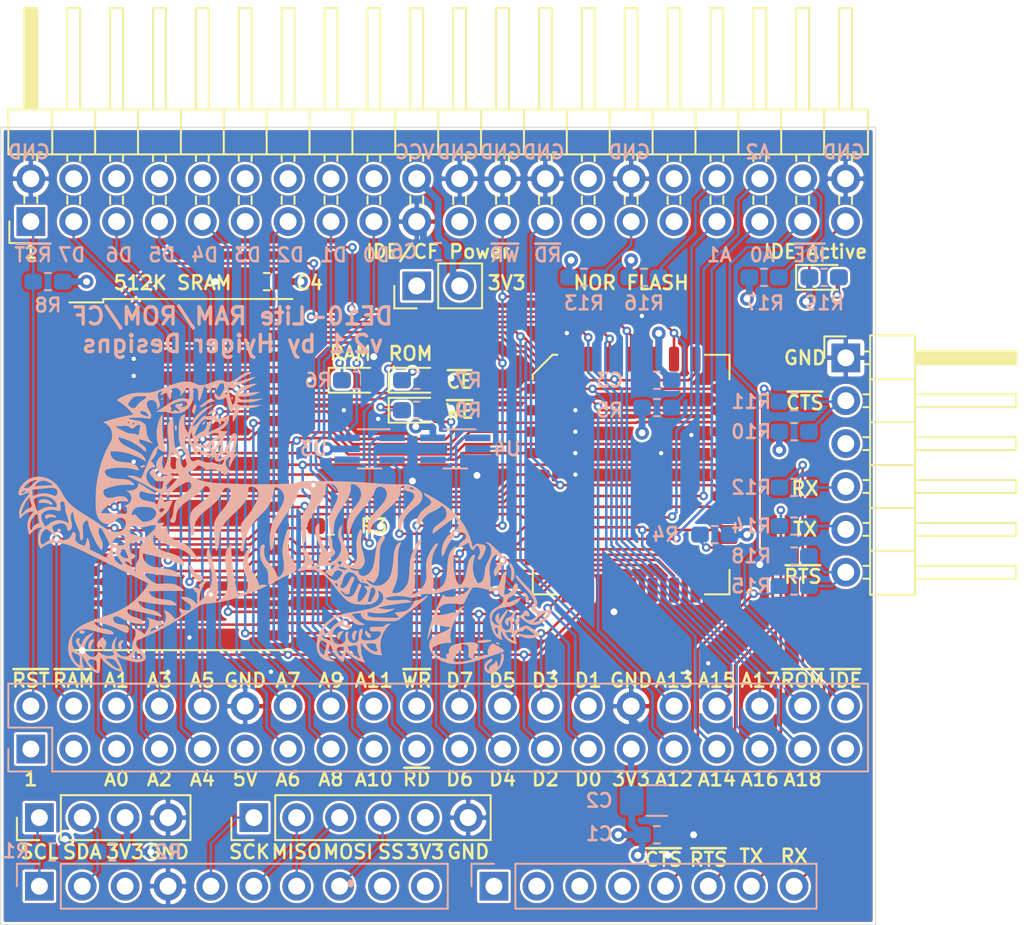
<source format=kicad_pcb>
(kicad_pcb (version 20171130) (host pcbnew "(5.1.4-0-10_14)")

  (general
    (thickness 1.6)
    (drawings 95)
    (tracks 728)
    (zones 0)
    (modules 41)
    (nets 62)
  )

  (page A4)
  (title_block
    (date 2019-10-18)
    (rev 2.1)
  )

  (layers
    (0 F.Cu signal)
    (1 In1.Cu signal hide)
    (2 In2.Cu signal hide)
    (31 B.Cu signal)
    (32 B.Adhes user hide)
    (33 F.Adhes user hide)
    (34 B.Paste user hide)
    (35 F.Paste user hide)
    (36 B.SilkS user hide)
    (37 F.SilkS user)
    (38 B.Mask user hide)
    (39 F.Mask user hide)
    (40 Dwgs.User user hide)
    (41 Cmts.User user hide)
    (42 Eco1.User user hide)
    (43 Eco2.User user hide)
    (44 Edge.Cuts user)
    (45 Margin user hide)
    (46 B.CrtYd user)
    (47 F.CrtYd user hide)
    (48 B.Fab user hide)
    (49 F.Fab user hide)
  )

  (setup
    (last_trace_width 0.1524)
    (user_trace_width 0.1524)
    (user_trace_width 0.4064)
    (trace_clearance 0.1524)
    (zone_clearance 0.1524)
    (zone_45_only no)
    (trace_min 0.1524)
    (via_size 0.508)
    (via_drill 0.254)
    (via_min_size 0.508)
    (via_min_drill 0.254)
    (user_via 0.508 0.254)
    (user_via 0.8128 0.4064)
    (uvia_size 0.3)
    (uvia_drill 0.1)
    (uvias_allowed no)
    (uvia_min_size 0.2)
    (uvia_min_drill 0.1)
    (edge_width 0.05)
    (segment_width 0.2)
    (pcb_text_width 0.3)
    (pcb_text_size 1.5 1.5)
    (mod_edge_width 0.12)
    (mod_text_size 1 1)
    (mod_text_width 0.15)
    (pad_size 1.524 1.524)
    (pad_drill 0.762)
    (pad_to_mask_clearance 0.0508)
    (aux_axis_origin 0 0)
    (visible_elements 7FFFF7FF)
    (pcbplotparams
      (layerselection 0x010fc_ffffffff)
      (usegerberextensions false)
      (usegerberattributes false)
      (usegerberadvancedattributes false)
      (creategerberjobfile false)
      (excludeedgelayer true)
      (linewidth 0.100000)
      (plotframeref false)
      (viasonmask false)
      (mode 1)
      (useauxorigin false)
      (hpglpennumber 1)
      (hpglpenspeed 20)
      (hpglpendiameter 15.000000)
      (psnegative false)
      (psa4output false)
      (plotreference true)
      (plotvalue true)
      (plotinvisibletext false)
      (padsonsilk false)
      (subtractmaskfromsilk false)
      (outputformat 1)
      (mirror false)
      (drillshape 0)
      (scaleselection 1)
      (outputdirectory "gerbers/"))
  )

  (net 0 "")
  (net 1 GND)
  (net 2 "Net-(D1-Pad2)")
  (net 3 /D7)
  (net 4 /D3)
  (net 5 /D1)
  (net 6 /ROM_~CE)
  (net 7 /RAM_~CE)
  (net 8 /A18)
  (net 9 /A17)
  (net 10 /A16)
  (net 11 /A15)
  (net 12 /A14)
  (net 13 /A13)
  (net 14 /A12)
  (net 15 /A11)
  (net 16 /A10)
  (net 17 /A9)
  (net 18 /A8)
  (net 19 /A6)
  (net 20 /A5)
  (net 21 /A4)
  (net 22 /A3)
  (net 23 /A2)
  (net 24 /A1)
  (net 25 /A0)
  (net 26 VCC)
  (net 27 "Net-(D2-Pad1)")
  (net 28 /~ACTIVE)
  (net 29 "Net-(D3-Pad1)")
  (net 30 "Net-(D2-Pad2)")
  (net 31 "Net-(D3-Pad2)")
  (net 32 /A7)
  (net 33 /MISO)
  (net 34 /IDE_~CE~)
  (net 35 /D0)
  (net 36 /D2)
  (net 37 /D5)
  (net 38 /D4)
  (net 39 /D6)
  (net 40 /~WR)
  (net 41 /~RD)
  (net 42 /~RESET)
  (net 43 /SS)
  (net 44 /MOSI)
  (net 45 /SCK)
  (net 46 /RX)
  (net 47 /TX)
  (net 48 /~RTS)
  (net 49 /~CTS)
  (net 50 "Net-(C6-Pad1)")
  (net 51 "Net-(D1-Pad1)")
  (net 52 "Net-(D4-Pad2)")
  (net 53 /SDA)
  (net 54 /SCL)
  (net 55 "Net-(J6-Pad38)")
  (net 56 "Net-(J6-Pad34)")
  (net 57 "Net-(J6-Pad29)")
  (net 58 "Net-(J7-Pad6)")
  (net 59 "Net-(J7-Pad5)")
  (net 60 "Net-(J7-Pad4)")
  (net 61 "Net-(J7-Pad2)")

  (net_class Default "This is the default net class."
    (clearance 0.1524)
    (trace_width 0.1524)
    (via_dia 0.508)
    (via_drill 0.254)
    (uvia_dia 0.3)
    (uvia_drill 0.1)
    (add_net /A0)
    (add_net /A1)
    (add_net /A10)
    (add_net /A11)
    (add_net /A12)
    (add_net /A13)
    (add_net /A14)
    (add_net /A15)
    (add_net /A16)
    (add_net /A17)
    (add_net /A18)
    (add_net /A2)
    (add_net /A3)
    (add_net /A4)
    (add_net /A5)
    (add_net /A6)
    (add_net /A7)
    (add_net /A8)
    (add_net /A9)
    (add_net /D0)
    (add_net /D1)
    (add_net /D2)
    (add_net /D3)
    (add_net /D4)
    (add_net /D5)
    (add_net /D6)
    (add_net /D7)
    (add_net /IDE_~CE~)
    (add_net /MISO)
    (add_net /MOSI)
    (add_net /RAM_~CE)
    (add_net /ROM_~CE)
    (add_net /RX)
    (add_net /SCK)
    (add_net /SCL)
    (add_net /SDA)
    (add_net /SS)
    (add_net /TX)
    (add_net /~ACTIVE)
    (add_net /~CTS)
    (add_net /~RD)
    (add_net /~RESET)
    (add_net /~RTS)
    (add_net /~WR)
    (add_net "Net-(C6-Pad1)")
    (add_net "Net-(D1-Pad1)")
    (add_net "Net-(D1-Pad2)")
    (add_net "Net-(D2-Pad1)")
    (add_net "Net-(D2-Pad2)")
    (add_net "Net-(D3-Pad1)")
    (add_net "Net-(D3-Pad2)")
    (add_net "Net-(D4-Pad2)")
    (add_net "Net-(J6-Pad29)")
    (add_net "Net-(J6-Pad34)")
    (add_net "Net-(J6-Pad38)")
    (add_net "Net-(J7-Pad2)")
    (add_net "Net-(J7-Pad4)")
    (add_net "Net-(J7-Pad5)")
    (add_net "Net-(J7-Pad6)")
  )

  (net_class Power ""
    (clearance 0.1524)
    (trace_width 0.4064)
    (via_dia 0.8128)
    (via_drill 0.4064)
    (uvia_dia 0.3)
    (uvia_drill 0.1)
    (add_net GND)
    (add_net VCC)
  )

  (module Logos:asian_tiger (layer F.Cu) (tedit 5D15508E) (tstamp 5DAB1F03)
    (at 143.891 102.997)
    (attr virtual)
    (fp_text reference G*** (at 0 0) (layer F.SilkS) hide
      (effects (font (size 1.524 1.524) (thickness 0.3)))
    )
    (fp_text value LOGO (at 0.75 0) (layer F.SilkS) hide
      (effects (font (size 1.524 1.524) (thickness 0.3)))
    )
    (fp_poly (pts (xy 12.965351 7.737013) (xy 13.0017 7.773991) (xy 13.019668 7.841922) (xy 13.022799 7.923762)
      (xy 13.003245 8.10922) (xy 12.952911 8.286719) (xy 12.87574 8.45127) (xy 12.775678 8.597884)
      (xy 12.656672 8.721571) (xy 12.522667 8.817341) (xy 12.377608 8.880206) (xy 12.247566 8.904111)
      (xy 12.148747 8.904638) (xy 12.07522 8.889087) (xy 12.048207 8.877207) (xy 11.968744 8.814183)
      (xy 11.911085 8.723607) (xy 11.877842 8.61566) (xy 11.871622 8.500522) (xy 11.895037 8.388371)
      (xy 11.912557 8.348048) (xy 11.96013 8.274134) (xy 12.022686 8.203679) (xy 12.093475 8.141144)
      (xy 12.165749 8.09099) (xy 12.23276 8.057675) (xy 12.287757 8.045661) (xy 12.323993 8.059407)
      (xy 12.331111 8.071433) (xy 12.331136 8.127928) (xy 12.294549 8.191697) (xy 12.225108 8.257275)
      (xy 12.183326 8.286441) (xy 12.093318 8.350472) (xy 12.037109 8.408689) (xy 12.008577 8.469363)
      (xy 12.0015 8.532021) (xy 12.01152 8.589473) (xy 12.036492 8.649333) (xy 12.068779 8.697612)
      (xy 12.100744 8.720321) (xy 12.104479 8.720666) (xy 12.118337 8.702167) (xy 12.136404 8.655137)
      (xy 12.14576 8.623304) (xy 12.177722 8.54512) (xy 12.225377 8.475449) (xy 12.27974 8.424704)
      (xy 12.331827 8.403299) (xy 12.335683 8.403166) (xy 12.394872 8.384947) (xy 12.451469 8.338893)
      (xy 12.491382 8.277912) (xy 12.499287 8.253311) (xy 12.522237 8.194272) (xy 12.552763 8.171683)
      (xy 12.585111 8.181816) (xy 12.613522 8.220941) (xy 12.632242 8.285329) (xy 12.6365 8.3422)
      (xy 12.645368 8.416545) (xy 12.668521 8.475056) (xy 12.70078 8.506482) (xy 12.713285 8.509)
      (xy 12.727042 8.491474) (xy 12.750223 8.447039) (xy 12.763019 8.419041) (xy 12.799436 8.314756)
      (xy 12.831186 8.184746) (xy 12.855091 8.045597) (xy 12.867974 7.913892) (xy 12.869333 7.864309)
      (xy 12.870855 7.789019) (xy 12.877097 7.746926) (xy 12.890567 7.728951) (xy 12.907621 7.725833)
      (xy 12.965351 7.737013)) (layer B.SilkS) (width 0.01))
    (fp_poly (pts (xy -1.973792 -8.918993) (xy -1.936064 -8.904395) (xy -1.933017 -8.887602) (xy -1.966787 -8.865417)
      (xy -2.026788 -8.839631) (xy -2.159307 -8.779634) (xy -2.312823 -8.69791) (xy -2.476851 -8.601037)
      (xy -2.640909 -8.495595) (xy -2.794514 -8.38816) (xy -2.927183 -8.285313) (xy -2.973917 -8.245265)
      (xy -3.058584 -8.169936) (xy -2.899834 -8.253685) (xy -2.693179 -8.352091) (xy -2.458797 -8.445704)
      (xy -2.211291 -8.529536) (xy -1.965266 -8.598599) (xy -1.756834 -8.644069) (xy -1.68275 -8.657599)
      (xy -1.74625 -8.604707) (xy -1.818624 -8.554222) (xy -1.921375 -8.495556) (xy -2.044523 -8.433313)
      (xy -2.17809 -8.372095) (xy -2.312095 -8.316507) (xy -2.436558 -8.271151) (xy -2.528875 -8.243708)
      (xy -2.61825 -8.220062) (xy -2.691608 -8.198574) (xy -2.739615 -8.182098) (xy -2.753112 -8.175109)
      (xy -2.766956 -8.149219) (xy -2.791473 -8.094947) (xy -2.821738 -8.023265) (xy -2.826512 -8.011584)
      (xy -2.860293 -7.928704) (xy -2.882259 -7.879401) (xy -2.897189 -7.858306) (xy -2.909862 -7.86005)
      (xy -2.925058 -7.879266) (xy -2.933469 -7.891436) (xy -2.993876 -7.947854) (xy -3.080616 -7.992521)
      (xy -3.177954 -8.018431) (xy -3.227074 -8.022167) (xy -3.284223 -8.019037) (xy -3.31872 -8.011112)
      (xy -3.323323 -8.006292) (xy -3.31838 -7.970229) (xy -3.304368 -7.902834) (xy -3.283057 -7.810837)
      (xy -3.256212 -7.700968) (xy -3.225601 -7.579956) (xy -3.192991 -7.454531) (xy -3.160149 -7.331422)
      (xy -3.128842 -7.217359) (xy -3.100836 -7.119072) (xy -3.0779 -7.04329) (xy -3.061799 -6.996743)
      (xy -3.055174 -6.985058) (xy -3.018982 -7.002994) (xy -2.978129 -7.048598) (xy -2.941251 -7.109348)
      (xy -2.916982 -7.17272) (xy -2.913411 -7.190641) (xy -2.90661 -7.248974) (xy -2.898633 -7.33406)
      (xy -2.890897 -7.430395) (xy -2.88869 -7.46125) (xy -2.87626 -7.596867) (xy -2.858587 -7.699191)
      (xy -2.832917 -7.777189) (xy -2.796494 -7.839827) (xy -2.75887 -7.883768) (xy -2.676744 -7.949388)
      (xy -2.560279 -8.015631) (xy -2.417286 -8.079182) (xy -2.255577 -8.136726) (xy -2.082961 -8.184948)
      (xy -2.010834 -8.201258) (xy -1.917354 -8.218871) (xy -1.822881 -8.233259) (xy -1.735469 -8.243662)
      (xy -1.663172 -8.249322) (xy -1.614045 -8.249478) (xy -1.596142 -8.24337) (xy -1.598084 -8.240185)
      (xy -1.621889 -8.226335) (xy -1.678949 -8.19665) (xy -1.764339 -8.153586) (xy -1.873136 -8.099597)
      (xy -2.000414 -8.037141) (xy -2.14125 -7.96867) (xy -2.186546 -7.946774) (xy -2.327749 -7.877982)
      (xy -2.45427 -7.815129) (xy -2.561719 -7.760494) (xy -2.645704 -7.716357) (xy -2.701833 -7.684998)
      (xy -2.725716 -7.668697) (xy -2.725544 -7.666948) (xy -2.697945 -7.667166) (xy -2.633689 -7.670691)
      (xy -2.53829 -7.677128) (xy -2.417263 -7.686078) (xy -2.276121 -7.697145) (xy -2.120379 -7.709932)
      (xy -2.074568 -7.713795) (xy -1.9169 -7.726872) (xy -1.773348 -7.738207) (xy -1.649201 -7.747429)
      (xy -1.549747 -7.754165) (xy -1.480275 -7.758044) (xy -1.446073 -7.758693) (xy -1.44347 -7.758193)
      (xy -1.454737 -7.744128) (xy -1.49719 -7.718719) (xy -1.562518 -7.685846) (xy -1.642407 -7.649387)
      (xy -1.728543 -7.613223) (xy -1.812614 -7.581233) (xy -1.850267 -7.568345) (xy -1.986849 -7.532141)
      (xy -2.142682 -7.504247) (xy -2.301966 -7.486565) (xy -2.448902 -7.481001) (xy -2.537594 -7.485505)
      (xy -2.610527 -7.491367) (xy -2.652233 -7.48857) (xy -2.673242 -7.475402) (xy -2.680081 -7.462376)
      (xy -2.675867 -7.420149) (xy -2.64138 -7.373728) (xy -2.58642 -7.332553) (xy -2.520791 -7.306066)
      (xy -2.516875 -7.305182) (xy -2.477023 -7.302293) (xy -2.401242 -7.302027) (xy -2.295846 -7.304204)
      (xy -2.167146 -7.308645) (xy -2.021456 -7.315172) (xy -1.865086 -7.323605) (xy -1.862667 -7.323747)
      (xy -1.710302 -7.332473) (xy -1.572285 -7.339995) (xy -1.454099 -7.346047) (xy -1.361227 -7.35036)
      (xy -1.299153 -7.352665) (xy -1.273359 -7.352696) (xy -1.273004 -7.352578) (xy -1.282696 -7.340975)
      (xy -1.325651 -7.321156) (xy -1.394236 -7.295843) (xy -1.480818 -7.267761) (xy -1.577766 -7.239632)
      (xy -1.623714 -7.227434) (xy -1.83132 -7.180552) (xy -2.028477 -7.151035) (xy -2.231136 -7.137284)
      (xy -2.455245 -7.137702) (xy -2.502959 -7.139304) (xy -2.612408 -7.142507) (xy -2.705095 -7.143412)
      (xy -2.773654 -7.14209) (xy -2.81072 -7.138613) (xy -2.815167 -7.136282) (xy -2.798917 -7.097014)
      (xy -2.758172 -7.049262) (xy -2.704936 -7.005985) (xy -2.681718 -6.992249) (xy -2.651107 -6.97972)
      (xy -2.610724 -6.970664) (xy -2.554145 -6.964648) (xy -2.474948 -6.96124) (xy -2.366709 -6.960006)
      (xy -2.223006 -6.960514) (xy -2.212044 -6.960599) (xy -2.066211 -6.962252) (xy -1.916722 -6.964811)
      (xy -1.775862 -6.968006) (xy -1.655911 -6.971568) (xy -1.5875 -6.974297) (xy -1.36525 -6.984802)
      (xy -1.4605 -6.93909) (xy -1.630107 -6.874666) (xy -1.82589 -6.828642) (xy -2.035161 -6.802638)
      (xy -2.24523 -6.798272) (xy -2.431447 -6.815244) (xy -2.512469 -6.827403) (xy -2.576724 -6.836214)
      (xy -2.613304 -6.84021) (xy -2.617214 -6.840255) (xy -2.628984 -6.820501) (xy -2.646854 -6.769765)
      (xy -2.667296 -6.698288) (xy -2.6708 -6.684706) (xy -2.700942 -6.583128) (xy -2.739798 -6.474585)
      (xy -2.772479 -6.397035) (xy -2.813076 -6.317882) (xy -2.861982 -6.233764) (xy -2.913666 -6.152884)
      (xy -2.962598 -6.083448) (xy -3.003249 -6.033657) (xy -3.030087 -6.011716) (xy -3.03249 -6.011334)
      (xy -3.041808 -6.031425) (xy -3.045849 -6.087981) (xy -3.044288 -6.175423) (xy -3.043253 -6.196542)
      (xy -3.017965 -6.394048) (xy -2.963202 -6.566614) (xy -2.876447 -6.721946) (xy -2.867121 -6.735154)
      (xy -2.831754 -6.788465) (xy -2.814314 -6.823429) (xy -2.818261 -6.832441) (xy -2.853849 -6.820067)
      (xy -2.913491 -6.800035) (xy -2.954309 -6.786539) (xy -3.016504 -6.764075) (xy -3.047126 -6.744091)
      (xy -3.055401 -6.71778) (xy -3.053048 -6.692294) (xy -3.057393 -6.630585) (xy -3.087334 -6.597363)
      (xy -3.135567 -6.597928) (xy -3.163566 -6.61208) (xy -3.19297 -6.633652) (xy -3.216816 -6.659347)
      (xy -3.237563 -6.695504) (xy -3.257669 -6.74846) (xy -3.279593 -6.824554) (xy -3.305792 -6.930125)
      (xy -3.334313 -7.052342) (xy -3.360696 -7.166133) (xy -3.384402 -7.26705) (xy -3.403528 -7.347096)
      (xy -3.416172 -7.398274) (xy -3.419677 -7.411229) (xy -3.430217 -7.427635) (xy -3.45292 -7.427613)
      (xy -3.496511 -7.409173) (xy -3.548713 -7.381756) (xy -3.656113 -7.334669) (xy -3.769249 -7.311131)
      (xy -3.808954 -7.307488) (xy -3.886349 -7.303293) (xy -3.93662 -7.307088) (xy -3.974787 -7.322846)
      (xy -4.015869 -7.35454) (xy -4.028526 -7.36557) (xy -4.097112 -7.446732) (xy -4.130988 -7.535528)
      (xy -4.128041 -7.618621) (xy -4.110892 -7.660893) (xy -4.086133 -7.672645) (xy -4.04919 -7.652425)
      (xy -3.995488 -7.598781) (xy -3.968626 -7.568032) (xy -3.917621 -7.510826) (xy -3.876309 -7.469051)
      (xy -3.85283 -7.450875) (xy -3.851655 -7.450667) (xy -3.833357 -7.467727) (xy -3.79926 -7.513518)
      (xy -3.754464 -7.579955) (xy -3.704067 -7.658955) (xy -3.653169 -7.742432) (xy -3.648714 -7.750119)
      (xy -3.489796 -7.750119) (xy -3.489605 -7.685185) (xy -3.470279 -7.635138) (xy -3.455459 -7.621696)
      (xy -3.41267 -7.601835) (xy -3.389576 -7.610067) (xy -3.378348 -7.632315) (xy -3.365497 -7.706066)
      (xy -3.378194 -7.776651) (xy -3.406149 -7.819559) (xy -3.4375 -7.843819) (xy -3.455949 -7.836722)
      (xy -3.469649 -7.813648) (xy -3.489796 -7.750119) (xy -3.648714 -7.750119) (xy -3.606871 -7.822302)
      (xy -3.570271 -7.890482) (xy -3.557525 -7.916946) (xy -3.520901 -8.031029) (xy -3.519191 -8.131537)
      (xy -3.552395 -8.21353) (xy -3.557537 -8.220396) (xy -3.616879 -8.264914) (xy -3.690742 -8.2757)
      (xy -3.767207 -8.252082) (xy -3.794708 -8.233757) (xy -3.835248 -8.189342) (xy -3.879655 -8.122309)
      (xy -3.920118 -8.04701) (xy -3.948827 -7.9778) (xy -3.958167 -7.933345) (xy -3.967214 -7.902261)
      (xy -3.990235 -7.902045) (xy -4.021051 -7.926333) (xy -4.053484 -7.968763) (xy -4.081353 -8.022975)
      (xy -4.097462 -8.076762) (xy -4.109655 -8.123333) (xy -4.127084 -8.135901) (xy -4.150257 -8.12715)
      (xy -4.197493 -8.088151) (xy -4.252933 -8.022332) (xy -4.308057 -7.941762) (xy -4.354344 -7.85851)
      (xy -4.376279 -7.806941) (xy -4.399323 -7.748973) (xy -4.418773 -7.711907) (xy -4.426446 -7.704667)
      (xy -4.43921 -7.723066) (xy -4.452114 -7.768056) (xy -4.45348 -7.774979) (xy -4.47551 -7.839963)
      (xy -4.512097 -7.906567) (xy -4.51759 -7.914309) (xy -4.559413 -7.962424) (xy -4.612682 -8.01281)
      (xy -4.66599 -8.05586) (xy -4.707933 -8.081968) (xy -4.721053 -8.085667) (xy -4.731029 -8.06636)
      (xy -4.750835 -8.012488) (xy -4.778449 -7.930128) (xy -4.811845 -7.825353) (xy -4.849 -7.704239)
      (xy -4.856818 -7.678209) (xy -4.894886 -7.552186) (xy -4.929746 -7.438994) (xy -4.959291 -7.345304)
      (xy -4.981411 -7.277787) (xy -4.993998 -7.243114) (xy -4.995003 -7.241031) (xy -5.011531 -7.228775)
      (xy -5.035314 -7.249801) (xy -5.050917 -7.272279) (xy -5.068838 -7.306202) (xy -5.080051 -7.347738)
      (xy -5.085674 -7.406358) (xy -5.086827 -7.491532) (xy -5.085689 -7.566582) (xy -5.085697 -7.669428)
      (xy -5.089574 -7.763395) (xy -5.096607 -7.836246) (xy -5.103327 -7.869077) (xy -5.144187 -7.93739)
      (xy -5.206374 -7.978617) (xy -5.278405 -7.989977) (xy -5.348796 -7.968689) (xy -5.38674 -7.937696)
      (xy -5.407227 -7.906736) (xy -5.410088 -7.868664) (xy -5.396866 -7.808143) (xy -5.381003 -7.715513)
      (xy -5.373708 -7.598837) (xy -5.374995 -7.475528) (xy -5.384876 -7.362999) (xy -5.396475 -7.301665)
      (xy -5.469714 -7.093815) (xy -5.575797 -6.91141) (xy -5.713195 -6.756393) (xy -5.880376 -6.630705)
      (xy -5.959687 -6.586838) (xy -6.13117 -6.522299) (xy -6.32217 -6.487539) (xy -6.521572 -6.483117)
      (xy -6.71826 -6.509591) (xy -6.836834 -6.542748) (xy -6.901514 -6.562768) (xy -6.965792 -6.576497)
      (xy -7.040133 -6.585113) (xy -7.135003 -6.589793) (xy -7.260868 -6.591715) (xy -7.272721 -6.591785)
      (xy -7.571026 -6.593417) (xy -7.424746 -6.672855) (xy -7.355589 -6.713302) (xy -7.262171 -6.771997)
      (xy -7.154558 -6.842414) (xy -7.054269 -6.910275) (xy -6.725448 -6.910275) (xy -6.703816 -6.862915)
      (xy -6.692264 -6.847182) (xy -6.662545 -6.779075) (xy -6.673303 -6.707677) (xy -6.694741 -6.672281)
      (xy -6.708429 -6.649305) (xy -6.699362 -6.633698) (xy -6.660209 -6.618793) (xy -6.625167 -6.60901)
      (xy -6.562765 -6.596449) (xy -6.530467 -6.604071) (xy -6.519678 -6.63491) (xy -6.519334 -6.646334)
      (xy -6.513993 -6.680803) (xy -6.493702 -6.693968) (xy -6.452055 -6.685641) (xy -6.382649 -6.655632)
      (xy -6.353575 -6.641441) (xy -6.272422 -6.605059) (xy -6.221577 -6.591991) (xy -6.199086 -6.598282)
      (xy -6.188354 -6.632072) (xy -6.211907 -6.679896) (xy -6.271049 -6.743749) (xy -6.325771 -6.791936)
      (xy -6.382244 -6.844412) (xy -6.424406 -6.893215) (xy -6.441179 -6.922949) (xy -6.436457 -6.976693)
      (xy -6.397208 -7.019071) (xy -6.330881 -7.044178) (xy -6.282712 -7.0485) (xy -6.206467 -7.054828)
      (xy -6.134458 -7.070364) (xy -6.125355 -7.073415) (xy -6.070793 -7.087499) (xy -6.034698 -7.079058)
      (xy -6.023311 -7.070824) (xy -5.993956 -7.030335) (xy -6.001507 -6.984335) (xy -6.047027 -6.927883)
      (xy -6.055906 -6.919409) (xy -6.121644 -6.858) (xy -6.048481 -6.858) (xy -5.946038 -6.869976)
      (xy -5.855503 -6.902503) (xy -5.785284 -6.95048) (xy -5.743786 -7.008809) (xy -5.736167 -7.04748)
      (xy -5.755091 -7.124265) (xy -5.807209 -7.183542) (xy -5.88554 -7.221148) (xy -5.983104 -7.232921)
      (xy -6.038231 -7.227601) (xy -6.094328 -7.214823) (xy -6.178423 -7.191543) (xy -6.278552 -7.161225)
      (xy -6.370009 -7.131611) (xy -6.512547 -7.0809) (xy -6.616469 -7.035963) (xy -6.684666 -6.994247)
      (xy -6.720029 -6.953202) (xy -6.725448 -6.910275) (xy -7.054269 -6.910275) (xy -7.042814 -6.918026)
      (xy -6.988858 -6.955516) (xy -6.879454 -7.030548) (xy -6.769691 -7.102777) (xy -6.669431 -7.165919)
      (xy -6.588536 -7.213691) (xy -6.557878 -7.230129) (xy -6.361825 -7.313654) (xy -6.170052 -7.365411)
      (xy -5.988396 -7.384475) (xy -5.822694 -7.369921) (xy -5.76599 -7.355646) (xy -5.704259 -7.337609)
      (xy -5.660487 -7.326092) (xy -5.648722 -7.323896) (xy -5.633468 -7.342979) (xy -5.617691 -7.39352)
      (xy -5.603478 -7.464726) (xy -5.592918 -7.545804) (xy -5.588099 -7.625959) (xy -5.588 -7.637727)
      (xy -5.594187 -7.722018) (xy -5.610627 -7.817051) (xy -5.634139 -7.910985) (xy -5.661543 -7.991976)
      (xy -5.689657 -8.048183) (xy -5.702112 -8.062588) (xy -5.722652 -8.069421) (xy -5.746266 -8.05122)
      (xy -5.779006 -8.002269) (xy -5.794674 -7.975165) (xy -5.851709 -7.882593) (xy -5.921469 -7.781395)
      (xy -5.994971 -7.683644) (xy -6.063231 -7.60141) (xy -6.10597 -7.556818) (xy -6.162235 -7.504219)
      (xy -6.139701 -7.563488) (xy -6.11884 -7.658417) (xy -6.132289 -7.753536) (xy -6.164792 -7.830908)
      (xy -6.232333 -7.92085) (xy -6.321811 -7.97798) (xy -6.426028 -8.000202) (xy -6.537787 -7.985418)
      (xy -6.603709 -7.958816) (xy -6.67357 -7.916109) (xy -6.707168 -7.872206) (xy -6.709452 -7.816234)
      (xy -6.693906 -7.760692) (xy -6.674631 -7.663353) (xy -6.673508 -7.548797) (xy -6.689312 -7.436031)
      (xy -6.720771 -7.344149) (xy -6.758446 -7.271293) (xy -6.787112 -7.334522) (xy -6.809296 -7.383685)
      (xy -6.842466 -7.457454) (xy -6.880312 -7.541795) (xy -6.889458 -7.562203) (xy -6.963139 -7.726655)
      (xy -7.13282 -7.641342) (xy -7.21322 -7.601306) (xy -7.263104 -7.57883) (xy -7.289756 -7.572411)
      (xy -7.300458 -7.580546) (xy -7.302493 -7.601731) (xy -7.3025 -7.606326) (xy -7.289563 -7.658885)
      (xy -7.260167 -7.710443) (xy -7.227563 -7.754953) (xy -7.22133 -7.778726) (xy -7.240334 -7.793206)
      (xy -7.251515 -7.797729) (xy -7.300671 -7.797448) (xy -7.36196 -7.772833) (xy -7.420457 -7.732108)
      (xy -7.461233 -7.683493) (xy -7.462183 -7.681697) (xy -7.489349 -7.588286) (xy -7.484195 -7.473695)
      (xy -7.446525 -7.335414) (xy -7.432364 -7.29776) (xy -7.387314 -7.174161) (xy -7.361717 -7.078362)
      (xy -7.353979 -7.001431) (xy -7.362505 -6.934438) (xy -7.365499 -6.923247) (xy -7.390388 -6.865485)
      (xy -7.427402 -6.809203) (xy -7.466727 -6.767198) (xy -7.49669 -6.752167) (xy -7.505796 -6.771438)
      (xy -7.512244 -6.821698) (xy -7.514515 -6.884459) (xy -7.531962 -7.022547) (xy -7.583287 -7.135817)
      (xy -7.668151 -7.223565) (xy -7.681661 -7.233083) (xy -7.769813 -7.271125) (xy -7.868156 -7.280082)
      (xy -7.964916 -7.262182) (xy -8.048324 -7.219652) (xy -8.106605 -7.15472) (xy -8.107852 -7.152431)
      (xy -8.127223 -7.077942) (xy -8.122614 -6.982703) (xy -8.096155 -6.879287) (xy -8.049976 -6.780269)
      (xy -8.04288 -6.768759) (xy -7.971781 -6.65298) (xy -7.922939 -6.562024) (xy -7.892764 -6.487188)
      (xy -7.877666 -6.419769) (xy -7.874 -6.359341) (xy -7.883191 -6.265207) (xy -7.911042 -6.206059)
      (xy -7.932177 -6.184803) (xy -7.956132 -6.174471) (xy -7.99372 -6.174354) (xy -8.055757 -6.183741)
      (xy -8.106834 -6.193189) (xy -8.205915 -6.208245) (xy -8.324347 -6.220471) (xy -8.455725 -6.229819)
      (xy -8.593645 -6.236241) (xy -8.731701 -6.239688) (xy -8.863489 -6.240112) (xy -8.982605 -6.237462)
      (xy -9.082643 -6.231692) (xy -9.157198 -6.222752) (xy -9.199867 -6.210593) (xy -9.2075 -6.20156)
      (xy -9.187599 -6.182953) (xy -9.132154 -6.160378) (xy -9.047554 -6.135677) (xy -8.940188 -6.110697)
      (xy -8.816444 -6.087283) (xy -8.805334 -6.085417) (xy -8.704034 -6.066888) (xy -8.60612 -6.046107)
      (xy -8.527646 -6.026578) (xy -8.505391 -6.019934) (xy -8.428251 -5.983928) (xy -8.343059 -5.927498)
      (xy -8.263534 -5.861363) (xy -8.203392 -5.796237) (xy -8.186815 -5.771047) (xy -8.175719 -5.732284)
      (xy -8.164657 -5.661706) (xy -8.155001 -5.569808) (xy -8.148782 -5.480113) (xy -8.141852 -5.368948)
      (xy -8.132972 -5.287158) (xy -8.119315 -5.221794) (xy -8.098056 -5.159905) (xy -8.066368 -5.088542)
      (xy -8.060703 -5.076561) (xy -7.980123 -4.936459) (xy -7.884187 -4.817157) (xy -7.876718 -4.809567)
      (xy -7.767805 -4.700654) (xy -8.161495 -4.83747) (xy -8.283407 -4.878934) (xy -8.391934 -4.914133)
      (xy -8.480678 -4.941132) (xy -8.543239 -4.957994) (xy -8.573216 -4.962783) (xy -8.574426 -4.962394)
      (xy -8.591979 -4.929081) (xy -8.589593 -4.872826) (xy -8.568977 -4.807066) (xy -8.550102 -4.77109)
      (xy -8.509194 -4.721054) (xy -8.447245 -4.662753) (xy -8.390797 -4.618493) (xy -8.279564 -4.527873)
      (xy -8.208 -4.441022) (xy -8.17397 -4.355008) (xy -8.170334 -4.315137) (xy -8.175572 -4.260114)
      (xy -8.188502 -4.225538) (xy -8.191787 -4.222573) (xy -8.215853 -4.230003) (xy -8.262365 -4.261009)
      (xy -8.32322 -4.309861) (xy -8.355829 -4.338584) (xy -8.543256 -4.492873) (xy -8.756141 -4.641488)
      (xy -8.977973 -4.773221) (xy -9.05628 -4.814071) (xy -9.166973 -4.865423) (xy -9.296132 -4.918836)
      (xy -9.432081 -4.97008) (xy -9.563143 -5.014919) (xy -9.677641 -5.049121) (xy -9.752827 -5.066597)
      (xy -9.799137 -5.072524) (xy -9.814445 -5.061128) (xy -9.809142 -5.023964) (xy -9.808531 -5.02132)
      (xy -9.771986 -4.917133) (xy -9.710469 -4.820243) (xy -9.620515 -4.727537) (xy -9.498656 -4.635907)
      (xy -9.341427 -4.542242) (xy -9.186334 -4.463021) (xy -9.064149 -4.403832) (xy -8.93863 -4.342887)
      (xy -8.822149 -4.286203) (xy -8.727078 -4.239796) (xy -8.701093 -4.227066) (xy -8.529462 -4.128326)
      (xy -8.3897 -4.01723) (xy -8.284779 -3.896873) (xy -8.217671 -3.770349) (xy -8.198919 -3.704218)
      (xy -8.185553 -3.637388) (xy -8.299652 -3.710305) (xy -8.591202 -3.874956) (xy -8.904989 -4.012415)
      (xy -9.232339 -4.120041) (xy -9.564578 -4.195188) (xy -9.89303 -4.235216) (xy -10.041758 -4.241123)
      (xy -10.276417 -4.243917) (xy -10.282815 -4.1447) (xy -10.270654 -4.02633) (xy -10.217888 -3.914459)
      (xy -10.123722 -3.807421) (xy -10.120464 -3.804462) (xy -10.053219 -3.748487) (xy -9.985832 -3.704882)
      (xy -9.910951 -3.67142) (xy -9.821227 -3.645879) (xy -9.709309 -3.626032) (xy -9.567846 -3.609655)
      (xy -9.439919 -3.598469) (xy -9.326055 -3.588169) (xy -9.219914 -3.576461) (xy -9.132529 -3.564701)
      (xy -9.074934 -3.554243) (xy -9.070272 -3.553067) (xy -8.937054 -3.504178) (xy -8.811949 -3.434188)
      (xy -8.712272 -3.352874) (xy -8.666233 -3.295987) (xy -8.628026 -3.232146) (xy -8.603023 -3.172799)
      (xy -8.596599 -3.129396) (xy -8.601798 -3.11748) (xy -8.626557 -3.117165) (xy -8.680788 -3.127587)
      (xy -8.753648 -3.146574) (xy -8.76795 -3.150747) (xy -9.061177 -3.220261) (xy -9.373746 -3.262656)
      (xy -9.691619 -3.276855) (xy -10.000763 -3.261781) (xy -10.085917 -3.251894) (xy -10.260723 -3.225956)
      (xy -10.396594 -3.19868) (xy -10.496924 -3.168192) (xy -10.565108 -3.132613) (xy -10.60454 -3.090069)
      (xy -10.618614 -3.038683) (xy -10.610726 -2.976578) (xy -10.607141 -2.963802) (xy -10.564814 -2.882986)
      (xy -10.491554 -2.802821) (xy -10.39784 -2.73275) (xy -10.294876 -2.682471) (xy -10.195131 -2.655227)
      (xy -10.064607 -2.632367) (xy -9.914755 -2.615314) (xy -9.757026 -2.605493) (xy -9.66118 -2.603661)
      (xy -9.443301 -2.590743) (xy -9.256139 -2.552714) (xy -9.101001 -2.490008) (xy -8.979193 -2.403058)
      (xy -8.943478 -2.365585) (xy -8.891558 -2.301015) (xy -8.871689 -2.261456) (xy -8.886277 -2.242814)
      (xy -8.937729 -2.240994) (xy -9.011709 -2.249541) (xy -9.116153 -2.258306) (xy -9.250593 -2.261222)
      (xy -9.40317 -2.258781) (xy -9.562023 -2.251472) (xy -9.715292 -2.239785) (xy -9.851119 -2.224211)
      (xy -9.927167 -2.211708) (xy -10.03907 -2.186761) (xy -10.164077 -2.153684) (xy -10.29222 -2.115658)
      (xy -10.413533 -2.075865) (xy -10.518048 -2.037488) (xy -10.595797 -2.003706) (xy -10.619807 -1.9906)
      (xy -10.680108 -1.931453) (xy -10.707166 -1.853652) (xy -10.700984 -1.764753) (xy -10.661566 -1.672311)
      (xy -10.619662 -1.615645) (xy -10.557514 -1.554733) (xy -10.491127 -1.513215) (xy -10.413864 -1.490259)
      (xy -10.319092 -1.48503) (xy -10.200173 -1.496696) (xy -10.050474 -1.524422) (xy -9.993216 -1.536947)
      (xy -9.817095 -1.570232) (xy -9.671784 -1.582951) (xy -9.551005 -1.574948) (xy -9.448478 -1.546066)
      (xy -9.399203 -1.522133) (xy -9.323352 -1.465681) (xy -9.264693 -1.395854) (xy -9.232281 -1.324648)
      (xy -9.228667 -1.29619) (xy -9.233043 -1.269342) (xy -9.253909 -1.261982) (xy -9.302869 -1.270531)
      (xy -9.308042 -1.271725) (xy -9.396657 -1.28435) (xy -9.512574 -1.289851) (xy -9.641421 -1.288555)
      (xy -9.768828 -1.280787) (xy -9.880425 -1.266873) (xy -9.925815 -1.25771) (xy -10.121184 -1.193865)
      (xy -10.314712 -1.099611) (xy -10.496434 -0.981465) (xy -10.656387 -0.845943) (xy -10.784605 -0.699562)
      (xy -10.789377 -0.692953) (xy -10.857837 -0.597254) (xy -10.789377 -0.585476) (xy -10.750946 -0.582001)
      (xy -10.67626 -0.578012) (xy -10.571391 -0.573731) (xy -10.442412 -0.569377) (xy -10.295394 -0.565172)
      (xy -10.136411 -0.561335) (xy -10.107084 -0.560703) (xy -9.946639 -0.55705) (xy -9.79711 -0.553162)
      (xy -9.664558 -0.549232) (xy -9.555049 -0.545458) (xy -9.474645 -0.542035) (xy -9.42941 -0.539158)
      (xy -9.425466 -0.538713) (xy -9.360868 -0.545831) (xy -9.317846 -0.587881) (xy -9.295742 -0.665806)
      (xy -9.292246 -0.729669) (xy -9.306953 -0.836074) (xy -9.347472 -0.925906) (xy -9.408649 -0.988505)
      (xy -9.420905 -0.995764) (xy -9.444243 -1.01091) (xy -9.442652 -1.023547) (xy -9.410654 -1.039023)
      (xy -9.357396 -1.057749) (xy -9.233609 -1.118694) (xy -9.140043 -1.203337) (xy -9.077113 -1.305313)
      (xy -9.045236 -1.418258) (xy -9.044825 -1.535807) (xy -9.076298 -1.651596) (xy -9.140069 -1.759259)
      (xy -9.236554 -1.852432) (xy -9.30275 -1.894669) (xy -9.36625 -1.929348) (xy -9.249834 -1.916865)
      (xy -9.109939 -1.914059) (xy -8.973845 -1.933321) (xy -8.855108 -1.972009) (xy -8.79475 -2.005559)
      (xy -8.72444 -2.06954) (xy -8.667756 -2.149291) (xy -8.631619 -2.23229) (xy -8.622951 -2.306016)
      (xy -8.624183 -2.31416) (xy -8.627173 -2.354274) (xy -8.618384 -2.367131) (xy -8.618243 -2.367076)
      (xy -8.588709 -2.351375) (xy -8.530721 -2.317413) (xy -8.449828 -2.268659) (xy -8.351579 -2.208581)
      (xy -8.241526 -2.14065) (xy -8.125217 -2.068334) (xy -8.008202 -1.995103) (xy -7.896031 -1.924424)
      (xy -7.794254 -1.859769) (xy -7.70842 -1.804604) (xy -7.64408 -1.762401) (xy -7.606782 -1.736627)
      (xy -7.599667 -1.730375) (xy -7.618037 -1.717277) (xy -7.66982 -1.712899) (xy -7.747226 -1.716246)
      (xy -7.842465 -1.726326) (xy -7.947746 -1.742144) (xy -8.055279 -1.762707) (xy -8.157273 -1.787019)
      (xy -8.24032 -1.812121) (xy -8.340755 -1.846532) (xy -8.409305 -1.867665) (xy -8.454111 -1.876025)
      (xy -8.483315 -1.872118) (xy -8.505056 -1.856451) (xy -8.527144 -1.829952) (xy -8.564026 -1.75202)
      (xy -8.573197 -1.657593) (xy -8.554764 -1.562088) (xy -8.524875 -1.501927) (xy -8.463253 -1.435759)
      (xy -8.373192 -1.380851) (xy -8.250461 -1.335306) (xy -8.09083 -1.297225) (xy -8.05237 -1.290025)
      (xy -7.917223 -1.264646) (xy -7.815786 -1.2424) (xy -7.739837 -1.220603) (xy -7.681154 -1.196573)
      (xy -7.631514 -1.167625) (xy -7.594783 -1.140691) (xy -7.539084 -1.098894) (xy -7.508349 -1.08286)
      (xy -7.495396 -1.090808) (xy -7.493 -1.11545) (xy -7.486042 -1.159367) (xy -7.467581 -1.231424)
      (xy -7.441241 -1.320222) (xy -7.410646 -1.414361) (xy -7.37942 -1.502444) (xy -7.351185 -1.57307)
      (xy -7.33986 -1.597225) (xy -7.297118 -1.681032) (xy -7.245093 -1.618391) (xy -7.174118 -1.509058)
      (xy -7.131726 -1.38177) (xy -7.122711 -1.331651) (xy -7.108226 -1.234552) (xy -6.856113 -1.291594)
      (xy -6.759737 -1.311922) (xy -6.680365 -1.325849) (xy -6.625863 -1.332199) (xy -6.604095 -1.329797)
      (xy -6.604 -1.329287) (xy -6.612519 -1.296197) (xy -6.635405 -1.234246) (xy -6.668653 -1.152715)
      (xy -6.708259 -1.060881) (xy -6.750218 -0.968024) (xy -6.790524 -0.883422) (xy -6.825173 -0.816354)
      (xy -6.826161 -0.81457) (xy -6.921175 -0.667721) (xy -7.03865 -0.532765) (xy -7.186776 -0.400689)
      (xy -7.240247 -0.358885) (xy -7.317228 -0.297381) (xy -7.385538 -0.237604) (xy -7.434869 -0.188799)
      (xy -7.448999 -0.171677) (xy -7.476504 -0.116364) (xy -7.491846 -0.053262) (xy -7.49227 0.00102)
      (xy -7.481669 0.025442) (xy -7.456683 0.027204) (xy -7.402711 0.020596) (xy -7.338794 0.008547)
      (xy -7.234442 -0.011606) (xy -7.165323 -0.018979) (xy -7.126309 -0.013564) (xy -7.112272 0.004649)
      (xy -7.112 0.008959) (xy -7.127287 0.048978) (xy -7.166447 0.10272) (xy -7.219434 0.158584)
      (xy -7.276199 0.204965) (xy -7.288798 0.213111) (xy -7.350983 0.250928) (xy -7.272219 0.265704)
      (xy -7.176408 0.271849) (xy -7.062502 0.261324) (xy -6.969125 0.241234) (xy -6.938297 0.236793)
      (xy -6.924673 0.253489) (xy -6.921297 0.301279) (xy -6.921249 0.309739) (xy -6.900071 0.478212)
      (xy -6.839442 0.642062) (xy -6.74217 0.79415) (xy -6.720442 0.820357) (xy -6.661134 0.881863)
      (xy -6.59427 0.934397) (xy -6.512113 0.982251) (xy -6.406921 1.029716) (xy -6.270957 1.081084)
      (xy -6.214921 1.100692) (xy -6.006517 1.18291) (xy -5.82908 1.277722) (xy -5.672595 1.392419)
      (xy -5.527046 1.534294) (xy -5.388885 1.702072) (xy -5.317637 1.799376) (xy -5.249802 1.897898)
      (xy -5.188966 1.991711) (xy -5.138711 2.074888) (xy -5.102619 2.141501) (xy -5.084276 2.185624)
      (xy -5.087058 2.201333) (xy -5.140261 2.187807) (xy -5.217697 2.150177) (xy -5.312319 2.092863)
      (xy -5.417078 2.020284) (xy -5.524929 1.936861) (xy -5.57321 1.89643) (xy -5.681141 1.807689)
      (xy -5.785739 1.731579) (xy -5.89414 1.664489) (xy -6.013482 1.602806) (xy -6.150903 1.542916)
      (xy -6.313542 1.481208) (xy -6.508534 1.414068) (xy -6.559586 1.39719) (xy -6.701555 1.349143)
      (xy -6.841419 1.299292) (xy -6.970033 1.251083) (xy -7.07825 1.207961) (xy -7.156923 1.173373)
      (xy -7.167648 1.168114) (xy -7.321646 1.077662) (xy -7.456468 0.972814) (xy -7.563442 0.86094)
      (xy -7.613027 0.789499) (xy -7.668467 0.694898) (xy -7.713025 0.765274) (xy -7.74695 0.85139)
      (xy -7.760173 0.960355) (xy -7.752908 1.078209) (xy -7.725372 1.190995) (xy -7.705776 1.237697)
      (xy -7.642402 1.343854) (xy -7.56159 1.435866) (xy -7.458786 1.516503) (xy -7.329434 1.588534)
      (xy -7.168982 1.65473) (xy -6.972873 1.71786) (xy -6.868584 1.746862) (xy -6.746735 1.781472)
      (xy -6.625016 1.819606) (xy -6.516408 1.856977) (xy -6.433895 1.889296) (xy -6.424084 1.893665)
      (xy -6.305392 1.959262) (xy -6.191659 2.042611) (xy -6.092973 2.134853) (xy -6.019421 2.227128)
      (xy -5.995407 2.270113) (xy -5.971852 2.329123) (xy -5.950925 2.39536) (xy -5.935594 2.456962)
      (xy -5.928826 2.502066) (xy -5.933196 2.518833) (xy -5.954768 2.511656) (xy -6.009223 2.491773)
      (xy -6.089927 2.461657) (xy -6.190243 2.423778) (xy -6.277315 2.390634) (xy -6.662101 2.25226)
      (xy -7.069671 2.121562) (xy -7.463641 2.009301) (xy -7.590172 1.976483) (xy -7.724842 1.943191)
      (xy -7.861273 1.910824) (xy -7.993089 1.880781) (xy -8.113914 1.854461) (xy -8.217372 1.833262)
      (xy -8.297087 1.818583) (xy -8.346682 1.811824) (xy -8.36014 1.812624) (xy -8.366291 1.838556)
      (xy -8.369715 1.892557) (xy -8.369969 1.933262) (xy -8.34762 2.074396) (xy -8.284011 2.212697)
      (xy -8.178621 2.349278) (xy -8.171906 2.356441) (xy -8.083338 2.43835) (xy -7.98321 2.506482)
      (xy -7.866189 2.562688) (xy -7.726944 2.60882) (xy -7.560141 2.646731) (xy -7.360448 2.678272)
      (xy -7.186084 2.698841) (xy -6.954125 2.728519) (xy -6.758764 2.765817) (xy -6.594643 2.812714)
      (xy -6.456403 2.871194) (xy -6.338688 2.943237) (xy -6.236137 3.030825) (xy -6.207125 3.060863)
      (xy -6.149817 3.126292) (xy -6.122755 3.167807) (xy -6.12436 3.189409) (xy -6.153055 3.195101)
      (xy -6.154209 3.195071) (xy -6.181912 3.192563) (xy -6.247582 3.185774) (xy -6.347116 3.175149)
      (xy -6.476414 3.161138) (xy -6.631372 3.144187) (xy -6.807889 3.124743) (xy -7.001864 3.103255)
      (xy -7.209195 3.080169) (xy -7.276042 3.072701) (xy -7.485206 3.049547) (xy -7.681103 3.028304)
      (xy -7.859813 3.009368) (xy -8.017416 2.993131) (xy -8.149992 2.979989) (xy -8.253622 2.970336)
      (xy -8.324384 2.964565) (xy -8.358359 2.963071) (xy -8.360834 2.963619) (xy -8.346812 2.982446)
      (xy -8.308499 3.025148) (xy -8.251519 3.085651) (xy -8.1815 3.15788) (xy -8.171285 3.168269)
      (xy -8.006423 3.32411) (xy -7.852695 3.444545) (xy -7.704996 3.53326) (xy -7.603819 3.577949)
      (xy -7.538601 3.600297) (xy -7.481121 3.612264) (xy -7.416543 3.615261) (xy -7.330031 3.610697)
      (xy -7.291917 3.607582) (xy -7.058909 3.591895) (xy -6.862234 3.588164) (xy -6.697566 3.596559)
      (xy -6.560577 3.617247) (xy -6.478064 3.639388) (xy -6.359896 3.687607) (xy -6.231973 3.755361)
      (xy -6.108549 3.833934) (xy -6.003872 3.91461) (xy -5.959749 3.956411) (xy -5.89758 4.021666)
      (xy -6.764082 4.024035) (xy -6.960481 4.024894) (xy -7.15114 4.026332) (xy -7.3302 4.028263)
      (xy -7.491803 4.030598) (xy -7.63009 4.033251) (xy -7.739203 4.036132) (xy -7.813281 4.039155)
      (xy -7.825459 4.03991) (xy -8.020333 4.053416) (xy -7.981946 4.138083) (xy -7.917137 4.243466)
      (xy -7.824135 4.33012) (xy -7.696145 4.404348) (xy -7.693529 4.405585) (xy -7.636591 4.429608)
      (xy -7.571305 4.450855) (xy -7.491846 4.470472) (xy -7.39239 4.489607) (xy -7.267109 4.509404)
      (xy -7.11018 4.531011) (xy -6.957195 4.550461) (xy -6.854149 4.566834) (xy -6.750299 4.589223)
      (xy -6.665171 4.613309) (xy -6.651997 4.617992) (xy -6.582221 4.651219) (xy -6.50808 4.697718)
      (xy -6.438982 4.750063) (xy -6.384339 4.800828) (xy -6.353559 4.842587) (xy -6.35 4.856309)
      (xy -6.370363 4.867009) (xy -6.428722 4.873268) (xy -6.520985 4.875183) (xy -6.643059 4.872855)
      (xy -6.790851 4.866383) (xy -6.96027 4.855865) (xy -7.147222 4.841401) (xy -7.217581 4.835287)
      (xy -7.474088 4.810181) (xy -7.705027 4.782392) (xy -7.92716 4.749523) (xy -8.157253 4.70918)
      (xy -8.317982 4.678021) (xy -8.425896 4.656869) (xy -8.51788 4.639604) (xy -8.586547 4.627552)
      (xy -8.624506 4.622039) (xy -8.629617 4.62206) (xy -8.631021 4.649668) (xy -8.615232 4.700452)
      (xy -8.587738 4.761844) (xy -8.554024 4.821274) (xy -8.526109 4.859137) (xy -8.451185 4.930873)
      (xy -8.359452 4.991705) (xy -8.244695 5.044437) (xy -8.100698 5.091871) (xy -7.921246 5.136811)
      (xy -7.899893 5.141544) (xy -7.71294 5.189) (xy -7.564164 5.241488) (xy -7.449544 5.300636)
      (xy -7.383028 5.350841) (xy -7.333093 5.402109) (xy -7.288061 5.458656) (xy -7.254892 5.510286)
      (xy -7.240544 5.546805) (xy -7.242731 5.556344) (xy -7.263565 5.552755) (xy -7.320753 5.540708)
      (xy -7.409413 5.521316) (xy -7.524663 5.495694) (xy -7.661622 5.464958) (xy -7.815406 5.430221)
      (xy -7.981134 5.392598) (xy -8.153923 5.353204) (xy -8.328891 5.313153) (xy -8.501157 5.27356)
      (xy -8.665838 5.235539) (xy -8.818051 5.200206) (xy -8.952916 5.168675) (xy -9.065548 5.14206)
      (xy -9.151068 5.121477) (xy -9.191307 5.111477) (xy -9.235265 5.106777) (xy -9.260106 5.129252)
      (xy -9.271318 5.154917) (xy -9.282139 5.238435) (xy -9.254531 5.322078) (xy -9.192242 5.402348)
      (xy -9.099018 5.475743) (xy -8.978609 5.538765) (xy -8.834762 5.587913) (xy -8.797769 5.597116)
      (xy -8.648651 5.641872) (xy -8.523973 5.699866) (xy -8.428074 5.767933) (xy -8.365297 5.842904)
      (xy -8.339982 5.921612) (xy -8.339667 5.931327) (xy -8.339667 5.99624) (xy -8.535459 5.981583)
      (xy -8.855792 5.939288) (xy -9.153689 5.861774) (xy -9.430997 5.748495) (xy -9.558573 5.680546)
      (xy -9.691507 5.608045) (xy -9.798137 5.559595) (xy -9.885065 5.53261) (xy -9.956869 5.5245)
      (xy -10.040422 5.540346) (xy -10.097411 5.583036) (xy -10.126328 5.64529) (xy -10.125669 5.719834)
      (xy -10.093927 5.799388) (xy -10.02972 5.876565) (xy -9.951209 5.934266) (xy -9.857168 5.97489)
      (xy -9.737023 6.002395) (xy -9.667747 6.012009) (xy -9.502973 6.036585) (xy -9.376742 6.067869)
      (xy -9.285523 6.107866) (xy -9.225788 6.158581) (xy -9.194009 6.222017) (xy -9.186334 6.28546)
      (xy -9.198135 6.377403) (xy -9.230089 6.452431) (xy -9.277023 6.50035) (xy -9.300286 6.510022)
      (xy -9.33628 6.508465) (xy -9.395937 6.489981) (xy -9.483214 6.453036) (xy -9.602072 6.396098)
      (xy -9.62816 6.38309) (xy -9.928376 6.240823) (xy -10.211097 6.124461) (xy -10.488073 6.029298)
      (xy -10.583334 6.000848) (xy -10.704995 5.967384) (xy -10.827888 5.936284) (xy -10.944844 5.909064)
      (xy -11.048696 5.887243) (xy -11.132274 5.87234) (xy -11.18841 5.865874) (xy -11.209307 5.868251)
      (xy -11.215183 5.901052) (xy -11.198448 5.953288) (xy -11.164536 6.01268) (xy -11.123324 6.062598)
      (xy -11.043341 6.12769) (xy -10.942725 6.18086) (xy -10.814219 6.225214) (xy -10.654597 6.263044)
      (xy -10.482663 6.301842) (xy -10.348221 6.342121) (xy -10.246438 6.386135) (xy -10.172481 6.436141)
      (xy -10.121516 6.494395) (xy -10.107587 6.518361) (xy -10.076978 6.577551) (xy -10.197864 6.590877)
      (xy -10.317837 6.593796) (xy -10.469143 6.579232) (xy -10.653508 6.546891) (xy -10.872654 6.496477)
      (xy -11.094391 6.437281) (xy -11.227727 6.40105) (xy -11.360239 6.367194) (xy -11.48127 6.338281)
      (xy -11.580163 6.316885) (xy -11.63243 6.307462) (xy -11.831954 6.293594) (xy -12.014005 6.313951)
      (xy -12.175626 6.367221) (xy -12.313858 6.452088) (xy -12.42574 6.567239) (xy -12.500117 6.692726)
      (xy -12.546833 6.84016) (xy -12.563719 7.003447) (xy -12.550481 7.168111) (xy -12.512534 7.305613)
      (xy -12.461548 7.406659) (xy -12.391814 7.506084) (xy -12.313451 7.591462) (xy -12.236574 7.650362)
      (xy -12.228153 7.654946) (xy -12.182788 7.67558) (xy -12.157213 7.673984) (xy -12.135326 7.650191)
      (xy -12.113661 7.592747) (xy -12.108714 7.515) (xy -12.12037 7.435491) (xy -12.13692 7.391407)
      (xy -12.164956 7.342599) (xy -12.206679 7.275828) (xy -12.240951 7.223677) (xy -12.301731 7.120174)
      (xy -12.330185 7.035567) (xy -12.327924 6.963452) (xy -12.315225 6.928925) (xy -12.273428 6.876039)
      (xy -12.215838 6.84159) (xy -12.156552 6.831579) (xy -12.117767 6.844908) (xy -12.093895 6.86658)
      (xy -12.094609 6.889981) (xy -12.117491 6.928461) (xy -12.143094 7.002873) (xy -12.134432 7.082932)
      (xy -12.094245 7.153727) (xy -12.072309 7.174294) (xy -12.026034 7.203819) (xy -11.997275 7.199682)
      (xy -11.978804 7.158369) (xy -11.971666 7.125349) (xy -11.946112 7.052427) (xy -11.897365 6.962549)
      (xy -11.83325 6.867567) (xy -11.761593 6.779335) (xy -11.706541 6.723761) (xy -11.643352 6.674959)
      (xy -11.563333 6.624181) (xy -11.478057 6.57756) (xy -11.399094 6.541233) (xy -11.338013 6.521335)
      (xy -11.32103 6.51935) (xy -11.316639 6.532943) (xy -11.342852 6.572519) (xy -11.398364 6.636244)
      (xy -11.422839 6.662208) (xy -11.580786 6.844965) (xy -11.697831 7.020169) (xy -11.773902 7.18753)
      (xy -11.808927 7.346757) (xy -11.802835 7.497564) (xy -11.755553 7.639659) (xy -11.691154 7.742795)
      (xy -11.601336 7.834182) (xy -11.49513 7.900111) (xy -11.384033 7.934204) (xy -11.340139 7.9375)
      (xy -11.244561 7.928732) (xy -11.170714 7.898022) (xy -11.108423 7.838756) (xy -11.050197 7.749126)
      (xy -11.012518 7.685202) (xy -10.982016 7.639025) (xy -10.964972 7.620065) (xy -10.964519 7.62)
      (xy -10.943371 7.633903) (xy -10.904466 7.669204) (xy -10.881429 7.692265) (xy -10.770941 7.778213)
      (xy -10.635336 7.840147) (xy -10.485885 7.875687) (xy -10.33386 7.882451) (xy -10.190533 7.858058)
      (xy -10.154709 7.845791) (xy -10.097581 7.821813) (xy -10.061156 7.802805) (xy -10.054167 7.796141)
      (xy -10.065185 7.773122) (xy -10.091913 7.732054) (xy -10.093996 7.7291) (xy -10.156237 7.608235)
      (xy -10.191867 7.465384) (xy -10.199293 7.312717) (xy -10.176917 7.162401) (xy -10.171051 7.141342)
      (xy -10.128505 7.034726) (xy -10.06806 6.929878) (xy -9.998972 6.841082) (xy -9.944535 6.791795)
      (xy -9.881173 6.746677) (xy -9.925537 6.833637) (xy -9.991528 7.000959) (xy -10.022478 7.169975)
      (xy -10.019782 7.335089) (xy -9.984838 7.490708) (xy -9.919043 7.631238) (xy -9.823795 7.751086)
      (xy -9.70049 7.844657) (xy -9.668775 7.86164) (xy -9.554373 7.901624) (xy -9.430437 7.916944)
      (xy -9.312428 7.906849) (xy -9.237998 7.88257) (xy -9.139589 7.817561) (xy -9.057422 7.728421)
      (xy -8.997157 7.625014) (xy -8.964459 7.517202) (xy -8.964987 7.414848) (xy -8.966199 7.409097)
      (xy -8.984847 7.280727) (xy -8.978977 7.158305) (xy -8.946743 7.030207) (xy -8.886299 6.884807)
      (xy -8.881307 6.874392) (xy -8.834381 6.773339) (xy -8.804594 6.697184) (xy -8.788327 6.633929)
      (xy -8.781957 6.571578) (xy -8.781365 6.543255) (xy -8.790362 6.437047) (xy -8.816339 6.351132)
      (xy -8.856144 6.293847) (xy -8.881664 6.277983) (xy -8.906271 6.261651) (xy -8.906084 6.253194)
      (xy -8.879 6.252206) (xy -8.823739 6.266239) (xy -8.750093 6.291592) (xy -8.667853 6.324565)
      (xy -8.586812 6.361461) (xy -8.516763 6.398579) (xy -8.509 6.403211) (xy -8.435093 6.45257)
      (xy -8.36638 6.505893) (xy -8.330094 6.539269) (xy -8.267603 6.604671) (xy -8.177171 6.46412)
      (xy -8.15296 6.42104) (xy -7.916262 6.42104) (xy -7.896894 6.434666) (xy -7.87213 6.426113)
      (xy -7.815821 6.402429) (xy -7.734697 6.366574) (xy -7.635483 6.321509) (xy -7.552935 6.2833)
      (xy -7.409656 6.215142) (xy -7.301374 6.160123) (xy -7.223853 6.115481) (xy -7.172858 6.07845)
      (xy -7.144155 6.046267) (xy -7.133507 6.016168) (xy -7.133167 6.009333) (xy -7.137448 5.991388)
      (xy -7.155724 5.989139) (xy -7.196141 6.004098) (xy -7.254875 6.031903) (xy -7.343489 6.069978)
      (xy -7.439576 6.103467) (xy -7.493 6.118091) (xy -7.64699 6.16304) (xy -7.765825 6.220286)
      (xy -7.848668 6.28559) (xy -7.889395 6.336186) (xy -7.91304 6.384778) (xy -7.916262 6.42104)
      (xy -8.15296 6.42104) (xy -8.076007 6.284119) (xy -8.011651 6.116574) (xy -7.984349 5.963046)
      (xy -7.994344 5.825098) (xy -8.041882 5.704292) (xy -8.054898 5.683819) (xy -8.107675 5.606046)
      (xy -8.05963 5.620722) (xy -8.026139 5.631236) (xy -7.95877 5.65261) (xy -7.86396 5.682794)
      (xy -7.748147 5.719737) (xy -7.617769 5.761387) (xy -7.54868 5.783481) (xy -7.397031 5.832193)
      (xy -7.280736 5.868713) (xy -7.194541 5.892797) (xy -7.133187 5.904204) (xy -7.091419 5.902691)
      (xy -7.063979 5.888018) (xy -7.045613 5.85994) (xy -7.031063 5.818218) (xy -7.015072 5.762607)
      (xy -7.013961 5.758854) (xy -6.989493 5.604763) (xy -7.003225 5.443822) (xy -7.05432 5.285562)
      (xy -7.055793 5.282324) (xy -7.080754 5.221169) (xy -7.092318 5.178625) (xy -7.088959 5.164666)
      (xy -7.059987 5.173629) (xy -7.006799 5.196772) (xy -6.959588 5.219734) (xy -6.86023 5.282221)
      (xy -6.752808 5.369598) (xy -6.650354 5.470053) (xy -6.565901 5.571776) (xy -6.556527 5.585051)
      (xy -6.516748 5.638838) (xy -6.485796 5.664331) (xy -6.450402 5.66934) (xy -6.419849 5.665496)
      (xy -6.310726 5.629826) (xy -6.207254 5.564596) (xy -6.125204 5.480533) (xy -6.10666 5.452456)
      (xy -6.052695 5.360372) (xy -6.127264 5.285802) (xy -6.185276 5.208556) (xy -6.202439 5.131721)
      (xy -6.189894 5.073514) (xy -6.176851 5.060103) (xy -6.148453 5.062997) (xy -6.096722 5.084151)
      (xy -6.047019 5.108511) (xy -5.965486 5.145844) (xy -5.895115 5.166052) (xy -5.814895 5.174013)
      (xy -5.760841 5.174935) (xy -5.678959 5.173802) (xy -5.627007 5.167632) (xy -5.592607 5.152882)
      (xy -5.563382 5.12601) (xy -5.554466 5.115861) (xy -5.509158 5.037192) (xy -5.505949 4.955569)
      (xy -5.544725 4.871213) (xy -5.625371 4.784349) (xy -5.747773 4.695198) (xy -5.781157 4.674787)
      (xy -5.860384 4.623149) (xy -5.938989 4.564193) (xy -6.009126 4.504763) (xy -6.062951 4.451699)
      (xy -6.09262 4.411846) (xy -6.096 4.400176) (xy -6.076853 4.387505) (xy -6.02616 4.381768)
      (xy -5.954042 4.382422) (xy -5.870622 4.388926) (xy -5.786021 4.400739) (xy -5.710362 4.417317)
      (xy -5.695759 4.421601) (xy -5.513771 4.499884) (xy -5.349812 4.616086) (xy -5.248695 4.716425)
      (xy -5.1435 4.83445) (xy -5.143502 4.15925) (xy -5.217682 4.100061) (xy -5.261714 4.057902)
      (xy -5.313226 3.998531) (xy -5.364404 3.932391) (xy -5.407433 3.869929) (xy -5.434498 3.821591)
      (xy -5.439834 3.80313) (xy -5.421522 3.79354) (xy -5.372715 3.796807) (xy -5.302606 3.811059)
      (xy -5.220388 3.834423) (xy -5.135255 3.865027) (xy -5.13456 3.865307) (xy -5.068906 3.891366)
      (xy -5.021029 3.909611) (xy -5.002268 3.915833) (xy -4.993996 3.89837) (xy -4.997515 3.855842)
      (xy -5.010353 3.803044) (xy -5.028804 3.757083) (xy -5.062013 3.693583) (xy -4.959882 3.604038)
      (xy -4.881278 3.543549) (xy -4.782575 3.479461) (xy -4.678137 3.420122) (xy -4.582332 3.373879)
      (xy -4.530282 3.354426) (xy -4.512215 3.353586) (xy -4.516829 3.370853) (xy -4.546455 3.409777)
      (xy -4.60342 3.473903) (xy -4.621887 3.493944) (xy -4.760768 3.67112) (xy -4.872564 3.870016)
      (xy -4.953937 4.081977) (xy -5.001553 4.298347) (xy -5.012236 4.506624) (xy -5.005917 4.662784)
      (xy -4.84015 4.507856) (xy -4.653209 4.307066) (xy -4.503925 4.088308) (xy -4.390358 3.848243)
      (xy -4.31552 3.604711) (xy -4.295314 3.510847) (xy -4.283161 3.425456) (xy -4.277945 3.334092)
      (xy -4.278551 3.222309) (xy -4.280703 3.153833) (xy -4.284609 3.060277) (xy -4.289894 2.984212)
      (xy -4.298518 2.916516) (xy -4.312442 2.848066) (xy -4.333626 2.76974) (xy -4.364032 2.672416)
      (xy -4.40562 2.546971) (xy -4.420918 2.501457) (xy -4.485419 2.301862) (xy -4.532865 2.135836)
      (xy -4.564208 1.998636) (xy -4.580401 1.885519) (xy -4.582395 1.791741) (xy -4.575303 1.732087)
      (xy -4.558435 1.665518) (xy -4.534062 1.595543) (xy -4.507181 1.533937) (xy -4.482787 1.492471)
      (xy -4.469047 1.48167) (xy -4.46003 1.501297) (xy -4.441408 1.556911) (xy -4.414555 1.643614)
      (xy -4.380843 1.756506) (xy -4.341647 1.890689) (xy -4.298339 2.041265) (xy -4.252292 2.203335)
      (xy -4.204879 2.372001) (xy -4.157474 2.542364) (xy -4.11145 2.709526) (xy -4.068179 2.868588)
      (xy -4.029035 3.014651) (xy -3.995392 3.142818) (xy -3.968622 3.24819) (xy -3.950098 3.325868)
      (xy -3.943941 3.354916) (xy -3.913046 3.598403) (xy -3.909112 3.864278) (xy -3.931903 4.142485)
      (xy -3.967231 4.357354) (xy -3.987203 4.461389) (xy -4.002403 4.549909) (xy -4.011608 4.615006)
      (xy -4.013595 4.648769) (xy -4.012715 4.651507) (xy -3.989599 4.648471) (xy -3.939395 4.629816)
      (xy -3.872561 4.599476) (xy -3.866403 4.596462) (xy -3.714536 4.498389) (xy -3.583918 4.365286)
      (xy -3.47654 4.199819) (xy -3.394388 4.004655) (xy -3.373461 3.935307) (xy -3.345006 3.778033)
      (xy -3.33679 3.586041) (xy -3.348837 3.35865) (xy -3.381171 3.095183) (xy -3.408156 2.931583)
      (xy -3.455241 2.628048) (xy -3.481696 2.358755) (xy -3.487174 2.120787) (xy -3.471331 1.911229)
      (xy -3.433819 1.727163) (xy -3.374293 1.565675) (xy -3.292407 1.423847) (xy -3.218233 1.330965)
      (xy -3.134403 1.23825) (xy -3.133333 1.322916) (xy -3.127238 1.540636) (xy -3.11464 1.788027)
      (xy -3.096522 2.053094) (xy -3.073867 2.323843) (xy -3.04766 2.588279) (xy -3.018884 2.834408)
      (xy -2.995312 3.005798) (xy -2.97698 3.119283) (xy -2.953385 3.250961) (xy -2.92586 3.394719)
      (xy -2.895733 3.544446) (xy -2.864336 3.694033) (xy -2.832997 3.837367) (xy -2.803049 3.968337)
      (xy -2.77582 4.080832) (xy -2.752641 4.168742) (xy -2.734842 4.225954) (xy -2.725488 4.245401)
      (xy -2.70331 4.242399) (xy -2.649206 4.227912) (xy -2.571263 4.204279) (xy -2.477567 4.173835)
      (xy -2.47591 4.173281) (xy -2.364676 4.134846) (xy -2.286588 4.101023) (xy -2.234543 4.063297)
      (xy -2.201441 4.013152) (xy -2.18018 3.942073) (xy -2.16366 3.841544) (xy -2.156695 3.790487)
      (xy -2.148333 3.600156) (xy -2.174269 3.400814) (xy -2.23536 3.187595) (xy -2.285064 3.060745)
      (xy -2.327233 2.954123) (xy -2.366236 2.842214) (xy -2.396234 2.742342) (xy -2.406338 2.700912)
      (xy -2.42951 2.503823) (xy -2.420841 2.292678) (xy -2.382328 2.078859) (xy -2.315967 1.873747)
      (xy -2.230765 1.700368) (xy -2.194434 1.645901) (xy -2.147195 1.584315) (xy -2.094449 1.521375)
      (xy -2.0416 1.462846) (xy -1.994052 1.414494) (xy -1.957207 1.382085) (xy -1.936468 1.371384)
      (xy -1.936544 1.386416) (xy -1.979337 1.506258) (xy -2.021908 1.641702) (xy -2.060691 1.779844)
      (xy -2.092118 1.90778) (xy -2.112623 2.012604) (xy -2.115762 2.034779) (xy -2.127668 2.170597)
      (xy -2.125602 2.293774) (xy -2.107259 2.411522) (xy -2.070335 2.531053) (xy -2.012527 2.659576)
      (xy -1.931531 2.804305) (xy -1.825041 2.97245) (xy -1.807866 2.998422) (xy -1.695348 3.174684)
      (xy -1.610305 3.323959) (xy -1.551031 3.449925) (xy -1.515817 3.556262) (xy -1.502957 3.646649)
      (xy -1.502834 3.655744) (xy -1.496791 3.693091) (xy -1.473638 3.697057) (xy -1.465792 3.694344)
      (xy -1.34409 3.663738) (xy -1.209131 3.656365) (xy -1.121834 3.665592) (xy -1.054385 3.67937)
      (xy -1.004183 3.692062) (xy -0.987088 3.698387) (xy -0.997462 3.710929) (xy -1.042936 3.736621)
      (xy -1.119019 3.773613) (xy -1.221224 3.820055) (xy -1.345063 3.874097) (xy -1.486047 3.933891)
      (xy -1.639687 3.997586) (xy -1.801495 4.063332) (xy -1.966984 4.12928) (xy -2.131663 4.19358)
      (xy -2.291046 4.254383) (xy -2.440643 4.309839) (xy -2.575966 4.358098) (xy -2.645834 4.381958)
      (xy -3.020915 4.499603) (xy -3.37558 4.593743) (xy -3.722582 4.667175) (xy -4.074675 4.722696)
      (xy -4.337861 4.753088) (xy -4.460007 4.766114) (xy -4.575001 4.779926) (xy -4.672673 4.793194)
      (xy -4.742854 4.804586) (xy -4.7625 4.808684) (xy -4.85529 4.836571) (xy -4.955791 4.878814)
      (xy -5.069526 4.938413) (xy -5.202021 5.018363) (xy -5.358798 5.121662) (xy -5.432482 5.172224)
      (xy -6.123808 5.628287) (xy -6.823189 6.044507) (xy -7.529303 6.420146) (xy -8.240831 6.754464)
      (xy -8.329084 6.792879) (xy -8.445794 6.844064) (xy -8.5507 6.891627) (xy -8.636888 6.932308)
      (xy -8.697444 6.962849) (xy -8.724759 6.979349) (xy -8.76462 7.040354) (xy -8.775986 7.122283)
      (xy -8.760046 7.21588) (xy -8.71799 7.311889) (xy -8.673859 7.375319) (xy -8.628273 7.422586)
      (xy -8.560273 7.483651) (xy -8.481978 7.547828) (xy -8.45273 7.570294) (xy -8.342016 7.659553)
      (xy -8.26534 7.737269) (xy -8.218452 7.809954) (xy -8.197099 7.884121) (xy -8.196656 7.962543)
      (xy -8.209256 8.038355) (xy -8.234704 8.09084) (xy -8.272962 8.131302) (xy -8.372419 8.194288)
      (xy -8.500828 8.234893) (xy -8.65001 8.251065) (xy -8.74078 8.248595) (xy -8.858657 8.232872)
      (xy -9.008589 8.201747) (xy -9.183979 8.15708) (xy -9.378226 8.100731) (xy -9.584733 8.03456)
      (xy -9.68027 8.001177) (xy -9.020528 8.001177) (xy -9.007812 8.013976) (xy -8.860828 8.059151)
      (xy -8.718957 8.081856) (xy -8.591554 8.081424) (xy -8.48797 8.057188) (xy -8.475936 8.051874)
      (xy -8.42247 8.019721) (xy -8.393801 7.982642) (xy -8.391279 7.936579) (xy -8.416251 7.877474)
      (xy -8.470066 7.801269) (xy -8.554072 7.703908) (xy -8.612407 7.641166) (xy -8.693335 7.558143)
      (xy -8.751013 7.507372) (xy -8.789288 7.488579) (xy -8.812005 7.50149) (xy -8.823012 7.545832)
      (xy -8.826156 7.621332) (xy -8.826176 7.625971) (xy -8.841493 7.750447) (xy -8.889359 7.852981)
      (xy -8.96197 7.932804) (xy -9.006907 7.975982) (xy -9.020528 8.001177) (xy -9.68027 8.001177)
      (xy -9.7969 7.960424) (xy -9.901564 7.921513) (xy -9.905317 7.93268) (xy -9.889977 7.97173)
      (xy -9.858817 8.030601) (xy -9.853708 8.039404) (xy -9.805792 8.127826) (xy -9.75539 8.232206)
      (xy -9.705181 8.345552) (xy -9.657844 8.460871) (xy -9.616056 8.57117) (xy -9.582497 8.669458)
      (xy -9.559845 8.748741) (xy -9.550778 8.802027) (xy -9.55444 8.820661) (xy -9.586379 8.825759)
      (xy -9.648638 8.814217) (xy -9.733927 8.788831) (xy -9.834958 8.752397) (xy -9.944441 8.707711)
      (xy -10.055089 8.657568) (xy -10.159613 8.604765) (xy -10.244667 8.555888) (xy -10.343548 8.487152)
      (xy -10.454223 8.398453) (xy -10.566849 8.298818) (xy -10.671582 8.19727) (xy -10.758577 8.102834)
      (xy -10.775098 8.081682) (xy -10.557848 8.081682) (xy -10.5397 8.105589) (xy -10.494171 8.149803)
      (xy -10.427651 8.209102) (xy -10.346527 8.278265) (xy -10.257188 8.35207) (xy -10.166025 8.425297)
      (xy -10.079425 8.492722) (xy -10.003777 8.549125) (xy -9.945471 8.589285) (xy -9.916584 8.605776)
      (xy -9.834322 8.632388) (xy -9.76585 8.628719) (xy -9.74877 8.62307) (xy -9.73323 8.610982)
      (xy -9.734406 8.58674) (xy -9.75449 8.541704) (xy -9.782325 8.490779) (xy -9.86384 8.354507)
      (xy -9.94129 8.241152) (xy -10.010801 8.155892) (xy -10.068499 8.1039) (xy -10.074901 8.099872)
      (xy -10.140176 8.071452) (xy -10.221526 8.050519) (xy -10.31002 8.037411) (xy -10.396729 8.032464)
      (xy -10.47272 8.036013) (xy -10.529064 8.048397) (xy -10.55683 8.06995) (xy -10.557848 8.081682)
      (xy -10.775098 8.081682) (xy -10.808315 8.039157) (xy -10.869084 7.951231) (xy -10.882473 8.161324)
      (xy -10.889024 8.282607) (xy -10.89449 8.417437) (xy -10.89791 8.541158) (xy -10.898348 8.568599)
      (xy -10.90398 8.693823) (xy -10.918159 8.7831) (xy -10.942294 8.84221) (xy -10.972794 8.8738)
      (xy -11.030914 8.889702) (xy -11.108355 8.879612) (xy -11.192838 8.845704) (xy -11.219481 8.830098)
      (xy -11.324403 8.748965) (xy -11.438513 8.635763) (xy -11.555884 8.497967) (xy -11.670592 8.343051)
      (xy -11.776709 8.178491) (xy -11.785408 8.162657) (xy -11.600018 8.162657) (xy -11.592903 8.212473)
      (xy -11.555206 8.278858) (xy -11.485931 8.366143) (xy -11.456459 8.399725) (xy -11.357051 8.510498)
      (xy -11.281289 8.593056) (xy -11.225127 8.651201) (xy -11.184519 8.688737) (xy -11.155418 8.709468)
      (xy -11.133778 8.717196) (xy -11.119314 8.716613) (xy -11.102501 8.709468) (xy -11.091647 8.691166)
      (xy -11.085692 8.654264) (xy -11.083577 8.591321) (xy -11.084242 8.494897) (xy -11.084587 8.472678)
      (xy -11.088173 8.372779) (xy -11.094908 8.285263) (xy -11.103756 8.220822) (xy -11.111673 8.193046)
      (xy -11.160126 8.142274) (xy -11.237254 8.103678) (xy -11.33041 8.080235) (xy -11.426948 8.074921)
      (xy -11.514221 8.090715) (xy -11.526492 8.095404) (xy -11.577549 8.125079) (xy -11.600018 8.162657)
      (xy -11.785408 8.162657) (xy -11.86831 8.01176) (xy -11.868399 8.011583) (xy -11.963288 7.821083)
      (xy -11.95379 8.075083) (xy -11.947726 8.196117) (xy -11.938059 8.290885) (xy -11.921923 8.375448)
      (xy -11.896455 8.465866) (xy -11.869697 8.546632) (xy -11.835951 8.645635) (xy -11.817735 8.710507)
      (xy -11.819198 8.744141) (xy -11.844488 8.749426) (xy -11.897751 8.729254) (xy -11.983136 8.686517)
      (xy -12.03325 8.660638) (xy -12.178866 8.568454) (xy -12.323907 8.445855) (xy -12.457932 8.303594)
      (xy -12.570499 8.152423) (xy -12.632773 8.043333) (xy -12.70119 7.891591) (xy -12.746702 7.75647)
      (xy -12.766026 7.656453) (xy -12.591994 7.656453) (xy -12.583016 7.711717) (xy -12.566061 7.784774)
      (xy -12.543937 7.864476) (xy -12.519452 7.939675) (xy -12.49948 7.990382) (xy -12.435147 8.106633)
      (xy -12.34873 8.224363) (xy -12.252658 8.32797) (xy -12.185803 8.384114) (xy -12.09675 8.448681)
      (xy -12.090398 8.219548) (xy -12.088909 8.117475) (xy -12.089943 8.024224) (xy -12.093236 7.952218)
      (xy -12.096711 7.921289) (xy -12.104832 7.890931) (xy -12.121034 7.865257) (xy -12.151954 7.839368)
      (xy -12.204228 7.808367) (xy -12.28449 7.767354) (xy -12.345946 7.73731) (xy -12.436524 7.694197)
      (xy -12.512354 7.659735) (xy -12.565933 7.637217) (xy -12.589763 7.629931) (xy -12.59019 7.630133)
      (xy -12.591994 7.656453) (xy -12.766026 7.656453) (xy -12.772571 7.622579) (xy -12.78206 7.474526)
      (xy -12.780447 7.346605) (xy -12.757402 7.113535) (xy -12.703432 6.902888) (xy -12.615645 6.705365)
      (xy -12.544193 6.587259) (xy -12.467777 6.481182) (xy -12.383714 6.383432) (xy -12.288678 6.292148)
      (xy -12.179342 6.205467) (xy -12.05238 6.121528) (xy -11.904467 6.038468) (xy -11.732276 5.954427)
      (xy -11.532482 5.867541) (xy -11.301759 5.77595) (xy -11.03678 5.677792) (xy -10.73422 5.571203)
      (xy -10.720917 5.56661) (xy -10.393362 5.449376) (xy -10.102472 5.335749) (xy -9.843055 5.223003)
      (xy -9.60992 5.108408) (xy -9.397875 4.989235) (xy -9.201728 4.862757) (xy -9.016288 4.726244)
      (xy -8.836363 4.57697) (xy -8.834121 4.575006) (xy -8.64577 4.395682) (xy -8.458106 4.190697)
      (xy -8.281906 3.972929) (xy -8.127951 3.755258) (xy -8.068289 3.659915) (xy -8.022884 3.583913)
      (xy -8.990901 3.105689) (xy -9.208482 2.998194) (xy -9.455436 2.876179) (xy -9.723186 2.743882)
      (xy -10.003155 2.605543) (xy -10.286765 2.465398) (xy -10.56544 2.327687) (xy -10.830601 2.196647)
      (xy -11.070167 2.07825) (xy -11.351812 1.939459) (xy -11.599272 1.818493) (xy -11.816007 1.713814)
      (xy -12.005478 1.623885) (xy -12.171145 1.547167) (xy -12.316469 1.482123) (xy -12.444911 1.427215)
      (xy -12.55993 1.380906) (xy -12.664987 1.341658) (xy -12.763543 1.307932) (xy -12.859059 1.278192)
      (xy -12.892844 1.268315) (xy -13.161803 1.206133) (xy -13.417486 1.177464) (xy -13.657188 1.181957)
      (xy -13.878199 1.21926) (xy -14.077813 1.289022) (xy -14.253321 1.390891) (xy -14.332814 1.455218)
      (xy -14.409877 1.524749) (xy -14.451549 1.454119) (xy -14.511473 1.333405) (xy -14.549527 1.206483)
      (xy -14.568529 1.061129) (xy -14.56893 1.045956) (xy -14.431613 1.045956) (xy -14.412182 1.153583)
      (xy -14.386872 1.226378) (xy -14.359198 1.27529) (xy -14.336434 1.291166) (xy -14.312688 1.282345)
      (xy -14.280817 1.266543) (xy -14.239012 1.240694) (xy -14.178624 1.199257) (xy -14.12875 1.163043)
      (xy -13.927013 1.037544) (xy -13.712511 0.951848) (xy -13.670323 0.940111) (xy -13.596153 0.920712)
      (xy -13.536006 0.904687) (xy -13.505656 0.896289) (xy -13.503746 0.87867) (xy -13.529284 0.839552)
      (xy -13.576783 0.784037) (xy -13.64076 0.717227) (xy -13.715729 0.644225) (xy -13.796206 0.570133)
      (xy -13.876705 0.500052) (xy -13.951743 0.439085) (xy -14.015834 0.392334) (xy -14.063493 0.364902)
      (xy -14.082344 0.359833) (xy -14.123438 0.375418) (xy -14.179286 0.416104) (xy -14.239696 0.472788)
      (xy -14.294479 0.536367) (xy -14.318286 0.570604) (xy -14.390074 0.720761) (xy -14.428451 0.882941)
      (xy -14.431613 1.045956) (xy -14.56893 1.045956) (xy -14.571963 0.931333) (xy -14.563901 0.770712)
      (xy -14.538907 0.635928) (xy -14.492664 0.51241) (xy -14.420856 0.385586) (xy -14.401728 0.35658)
      (xy -14.349301 0.278672) (xy -13.73365 0.278672) (xy -13.711785 0.347572) (xy -13.662003 0.437713)
      (xy -13.587594 0.551501) (xy -13.487827 0.693746) (xy -13.402524 0.803062) (xy -13.327214 0.884383)
      (xy -13.25743 0.942642) (xy -13.203552 0.97546) (xy -13.09106 1.011223) (xy -12.972394 1.010642)
      (xy -12.855256 0.97737) (xy -12.747345 0.915058) (xy -12.656366 0.827357) (xy -12.590018 0.717918)
      (xy -12.574738 0.677333) (xy -12.549748 0.609116) (xy -12.526015 0.572246) (xy -12.495977 0.556663)
      (xy -12.482294 0.554342) (xy -12.418332 0.566582) (xy -12.382593 0.592574) (xy -12.361692 0.616868)
      (xy -12.349586 0.644962) (xy -12.345023 0.686814) (xy -12.346752 0.752384) (xy -12.352239 0.834247)
      (xy -12.36669 1.031116) (xy -12.286081 1.120341) (xy -12.209308 1.193399) (xy -12.1211 1.250963)
      (xy -12.008677 1.300709) (xy -11.952737 1.320588) (xy -11.888287 1.339981) (xy -11.839703 1.345097)
      (xy -11.802636 1.331168) (xy -11.772736 1.293425) (xy -11.745656 1.227101) (xy -11.717045 1.127426)
      (xy -11.69425 1.037166) (xy -11.649794 0.85725) (xy -11.603197 0.946757) (xy -11.554639 1.066329)
      (xy -11.518564 1.206598) (xy -11.499154 1.347654) (xy -11.498324 1.446171) (xy -11.507009 1.569426)
      (xy -11.113963 1.766365) (xy -10.988883 1.829383) (xy -10.870602 1.88961) (xy -10.766622 1.943178)
      (xy -10.684444 1.986219) (xy -10.631569 2.014865) (xy -10.626693 2.017644) (xy -10.53247 2.071983)
      (xy -10.481697 1.983199) (xy -10.449106 1.923878) (xy -10.405209 1.840893) (xy -10.371582 1.775759)
      (xy -10.134967 1.775759) (xy -10.130922 1.847897) (xy -10.094708 2.010438) (xy -10.02427 2.162384)
      (xy -9.925149 2.295476) (xy -9.802885 2.401457) (xy -9.731399 2.443411) (xy -9.64975 2.47526)
      (xy -9.595724 2.47585) (xy -9.569763 2.445234) (xy -9.567334 2.423558) (xy -9.579103 2.39898)
      (xy -9.611357 2.346827) (xy -9.633614 2.313001) (xy -9.436483 2.313001) (xy -9.424598 2.358642)
      (xy -9.376501 2.41089) (xy -9.297022 2.465979) (xy -9.190993 2.520142) (xy -9.146884 2.538837)
      (xy -9.042192 2.585068) (xy -8.969156 2.629778) (xy -8.918325 2.68155) (xy -8.880245 2.748968)
      (xy -8.860029 2.799291) (xy -8.835621 2.856673) (xy -8.813843 2.893073) (xy -8.804815 2.899833)
      (xy -8.797445 2.880575) (xy -8.795193 2.829916) (xy -8.798488 2.758529) (xy -8.798913 2.753326)
      (xy -8.800893 2.614197) (xy -8.779208 2.488347) (xy -8.730268 2.361688) (xy -8.671785 2.254806)
      (xy -8.631473 2.186271) (xy -8.605645 2.13381) (xy -8.590995 2.084227) (xy -8.584218 2.024327)
      (xy -8.582007 1.940913) (xy -8.581641 1.894973) (xy -8.567332 1.67077) (xy -8.526443 1.47478)
      (xy -8.45712 1.300855) (xy -8.357514 1.142847) (xy -8.353593 1.137708) (xy -8.312055 1.082191)
      (xy -8.294575 1.052102) (xy -8.298873 1.039726) (xy -8.322669 1.037347) (xy -8.323932 1.03735)
      (xy -8.374431 1.042293) (xy -8.455594 1.055501) (xy -8.557949 1.074909) (xy -8.67203 1.098457)
      (xy -8.788365 1.124081) (xy -8.897487 1.14972) (xy -8.989927 1.173311) (xy -9.056215 1.192792)
      (xy -9.0805 1.20213) (xy -9.154584 1.23825) (xy -9.147246 1.42875) (xy -9.133228 1.584079)
      (xy -9.104028 1.701275) (xy -9.058706 1.782069) (xy -8.996326 1.828195) (xy -8.92363 1.8415)
      (xy -8.868039 1.860224) (xy -8.827279 1.907347) (xy -8.810682 1.969291) (xy -8.814152 2.000752)
      (xy -8.843427 2.049382) (xy -8.897489 2.09617) (xy -8.960007 2.129191) (xy -9.00179 2.137754)
      (xy -9.035663 2.147295) (xy -9.050109 2.179497) (xy -9.045961 2.239999) (xy -9.028383 2.318094)
      (xy -9.01294 2.391862) (xy -9.009509 2.443889) (xy -9.014772 2.461571) (xy -9.048013 2.468107)
      (xy -9.094561 2.444718) (xy -9.144834 2.397091) (xy -9.163146 2.373505) (xy -9.213952 2.322038)
      (xy -9.276212 2.28621) (xy -9.339725 2.26828) (xy -9.394292 2.270504) (xy -9.429713 2.29514)
      (xy -9.436483 2.313001) (xy -9.633614 2.313001) (xy -9.659514 2.273639) (xy -9.718992 2.185956)
      (xy -9.785211 2.090318) (xy -9.853588 1.993265) (xy -9.919543 1.901337) (xy -9.978494 1.821074)
      (xy -9.998405 1.794985) (xy -9.7155 1.794985) (xy -9.695826 1.881697) (xy -9.642653 1.960409)
      (xy -9.564754 2.025383) (xy -9.470902 2.070883) (xy -9.369872 2.091173) (xy -9.276292 2.082158)
      (xy -9.239261 2.065017) (xy -9.228667 2.050045) (xy -9.236444 2.023953) (xy -9.257605 1.967338)
      (xy -9.288896 1.8886) (xy -9.326133 1.79836) (xy -9.375642 1.685955) (xy -9.416823 1.609586)
      (xy -9.454554 1.56507) (xy -9.493712 1.548222) (xy -9.539174 1.554859) (xy -9.585862 1.575552)
      (xy -9.656192 1.633941) (xy -9.702121 1.716957) (xy -9.7155 1.794985) (xy -9.998405 1.794985)
      (xy -10.025859 1.759015) (xy -10.057057 1.721701) (xy -10.063077 1.715889) (xy -10.102354 1.696728)
      (xy -10.126373 1.716794) (xy -10.134967 1.775759) (xy -10.371582 1.775759) (xy -10.357512 1.748507)
      (xy -10.337796 1.709631) (xy -10.297308 1.623744) (xy -10.265714 1.546164) (xy -10.247439 1.488305)
      (xy -10.244667 1.469391) (xy -10.254182 1.435443) (xy -10.280684 1.370318) (xy -10.321109 1.280125)
      (xy -10.356272 1.205279) (xy -10.174639 1.205279) (xy -10.173488 1.217148) (xy -10.147175 1.237017)
      (xy -10.088373 1.259349) (xy -10.006671 1.281959) (xy -9.911656 1.302661) (xy -9.812916 1.319268)
      (xy -9.72004 1.329596) (xy -9.67022 1.33188) (xy -9.579602 1.329002) (xy -9.51974 1.316453)
      (xy -9.484693 1.296458) (xy -9.46356 1.275129) (xy -9.448793 1.247018) (xy -9.43951 1.205165)
      (xy -9.434828 1.142611) (xy -9.433867 1.052395) (xy -9.435744 0.927559) (xy -9.436062 0.91256)
      (xy -9.440334 0.71387) (xy -9.578031 0.724923) (xy -9.745209 0.758529) (xy -9.894631 0.829375)
      (xy -10.021965 0.934555) (xy -10.12288 1.071158) (xy -10.139394 1.101765) (xy -10.164076 1.159906)
      (xy -10.174639 1.205279) (xy -10.356272 1.205279) (xy -10.372391 1.170971) (xy -10.431467 1.048962)
      (xy -10.495272 0.920206) (xy -10.56074 0.790811) (xy -10.624808 0.666883) (xy -10.684411 0.55453)
      (xy -10.736485 0.459859) (xy -10.777964 0.388977) (xy -10.805784 0.347993) (xy -10.809403 0.343958)
      (xy -10.868506 0.30029) (xy -10.917476 0.295949) (xy -10.954205 0.328693) (xy -10.976588 0.396285)
      (xy -10.982521 0.496485) (xy -10.98117 0.526653) (xy -10.973465 0.597767) (xy -10.957514 0.668864)
      (xy -10.930007 0.750507) (xy -10.887631 0.853257) (xy -10.85762 0.92075) (xy -10.809973 1.02803)
      (xy -10.77765 1.107744) (xy -10.757694 1.170506) (xy -10.747152 1.226934) (xy -10.743067 1.287642)
      (xy -10.742475 1.334341) (xy -10.745571 1.431847) (xy -10.756873 1.499534) (xy -10.778545 1.549483)
      (xy -10.781995 1.554935) (xy -10.821907 1.615937) (xy -10.882937 1.54351) (xy -10.986934 1.404589)
      (xy -11.0948 1.23267) (xy -11.202566 1.036357) (xy -11.306263 0.824253) (xy -11.401923 0.60496)
      (xy -11.485578 0.387084) (xy -11.553259 0.179228) (xy -11.600999 -0.010005) (xy -11.602197 -0.015875)
      (xy -11.61878 -0.088649) (xy -11.634698 -0.128755) (xy -11.655177 -0.145447) (xy -11.676916 -0.148167)
      (xy -11.737551 -0.129498) (xy -11.801512 -0.079736) (xy -11.85968 -0.008252) (xy -11.902934 0.075585)
      (xy -11.907658 0.088904) (xy -11.920003 0.129072) (xy -11.928591 0.168297) (xy -11.933383 0.21302)
      (xy -11.934338 0.269678) (xy -11.931418 0.34471) (xy -11.924584 0.444557) (xy -11.913796 0.575655)
      (xy -11.904008 0.687916) (xy -11.900914 0.795577) (xy -11.909796 0.892793) (xy -11.928861 0.970493)
      (xy -11.956315 1.019601) (xy -11.971648 1.03024) (xy -12.009924 1.026618) (xy -12.042686 1.006455)
      (xy -12.062123 0.981384) (xy -12.075137 0.942278) (xy -12.083462 0.880231) (xy -12.088836 0.786339)
      (xy -12.08961 0.765762) (xy -12.093341 0.681357) (xy -12.099632 0.615452) (xy -12.111557 0.556987)
      (xy -12.132192 0.494904) (xy -12.164611 0.418143) (xy -12.211889 0.315644) (xy -12.218934 0.300604)
      (xy -12.337613 0.019485) (xy -12.421965 -0.245445) (xy -12.47274 -0.492438) (xy -12.487339 -0.572692)
      (xy -12.502896 -0.627698) (xy -12.517108 -0.649648) (xy -12.519147 -0.649556) (xy -12.5443 -0.628641)
      (xy -12.579311 -0.585673) (xy -12.588875 -0.57203) (xy -12.624601 -0.48467) (xy -12.636545 -0.364814)
      (xy -12.624681 -0.215007) (xy -12.594315 -0.05955) (xy -12.568474 0.057581) (xy -12.555983 0.14528)
      (xy -12.556981 0.214334) (xy -12.571607 0.275532) (xy -12.599459 0.338594) (xy -12.653784 0.415026)
      (xy -12.7182 0.45042) (xy -12.792987 0.444922) (xy -12.801137 0.442095) (xy -12.831898 0.422587)
      (xy -12.845605 0.385584) (xy -12.848246 0.334057) (xy -12.867743 0.22432) (xy -12.924624 0.133158)
      (xy -13.016784 0.063894) (xy -13.02082 0.061806) (xy -13.127696 0.029111) (xy -13.256719 0.025758)
      (xy -13.400021 0.051238) (xy -13.5255 0.094479) (xy -13.623524 0.138917) (xy -13.690341 0.180395)
      (xy -13.726776 0.224963) (xy -13.73365 0.278672) (xy -14.349301 0.278672) (xy -14.328722 0.248093)
      (xy -14.429819 0.26167) (xy -14.558116 0.295346) (xy -14.693993 0.358798) (xy -14.825533 0.444225)
      (xy -14.940821 0.543827) (xy -15.027941 0.649802) (xy -15.031693 0.655684) (xy -15.064606 0.708118)
      (xy -15.102684 0.634517) (xy -15.162311 0.476421) (xy -15.19292 0.289925) (xy -15.194613 0.246033)
      (xy -15.048915 0.246033) (xy -15.046745 0.308429) (xy -15.037978 0.348683) (xy -15.02137 0.376788)
      (xy -15.017094 0.381725) (xy -14.9819 0.415033) (xy -14.958266 0.415629) (xy -14.937251 0.380229)
      (xy -14.924876 0.347849) (xy -14.863176 0.235756) (xy -14.769383 0.139886) (xy -14.652904 0.068097)
      (xy -14.548 0.032916) (xy -14.499551 0.014403) (xy -14.491653 -0.01095) (xy -14.500147 -0.042546)
      (xy -14.514677 -0.106096) (xy -14.533122 -0.192014) (xy -14.551088 -0.279408) (xy -14.564444 -0.341168)
      (xy -14.386191 -0.341168) (xy -14.358394 -0.224552) (xy -14.302682 -0.082708) (xy -14.271586 -0.015441)
      (xy -14.215391 0.096485) (xy -14.171932 0.169974) (xy -14.140194 0.206627) (xy -14.127587 0.211666)
      (xy -14.096016 0.19798) (xy -14.044336 0.161713) (xy -13.982541 0.11005) (xy -13.968466 0.097226)
      (xy -13.807916 -0.025068) (xy -13.633999 -0.109467) (xy -13.451351 -0.155316) (xy -13.264605 -0.161961)
      (xy -13.078396 -0.128749) (xy -12.89736 -0.055025) (xy -12.895792 -0.054188) (xy -12.7635 0.016562)
      (xy -12.7635 -0.068132) (xy -12.770321 -0.118993) (xy -12.789026 -0.199623) (xy -12.816974 -0.300026)
      (xy -12.851529 -0.410206) (xy -12.86206 -0.441538) (xy -12.904757 -0.570965) (xy -12.93422 -0.673067)
      (xy -12.953112 -0.759755) (xy -12.964097 -0.842938) (xy -12.969252 -0.92075) (xy -12.975688 -1.013919)
      (xy -12.985371 -1.097333) (xy -12.996567 -1.157213) (xy -13.000674 -1.170457) (xy -13.039089 -1.228273)
      (xy -13.095102 -1.266679) (xy -13.155061 -1.27847) (xy -13.188038 -1.269356) (xy -13.235354 -1.22781)
      (xy -13.257531 -1.1642) (xy -13.255546 -1.073398) (xy -13.240654 -0.992458) (xy -13.222633 -0.886067)
      (xy -13.225661 -0.808598) (xy -13.250978 -0.751559) (xy -13.280315 -0.721135) (xy -13.304361 -0.707959)
      (xy -13.3385 -0.706274) (xy -13.393018 -0.717001) (xy -13.467729 -0.737947) (xy -13.666215 -0.777822)
      (xy -13.856623 -0.778266) (xy -14.035734 -0.739627) (xy -14.200327 -0.662258) (xy -14.20817 -0.657346)
      (xy -14.297065 -0.590645) (xy -14.356031 -0.519115) (xy -14.385572 -0.437656) (xy -14.386191 -0.341168)
      (xy -14.564444 -0.341168) (xy -14.575197 -0.390889) (xy -14.595635 -0.465551) (xy -14.614138 -0.508566)
      (xy -14.632437 -0.525102) (xy -14.633582 -0.525368) (xy -14.672204 -0.514437) (xy -14.726781 -0.475392)
      (xy -14.790235 -0.415638) (xy -14.855492 -0.342584) (xy -14.915475 -0.263634) (xy -14.963107 -0.186195)
      (xy -14.96937 -0.173912) (xy -15.004956 -0.094635) (xy -15.026951 -0.022934) (xy -15.039425 0.058536)
      (xy -15.04573 0.151499) (xy -15.048915 0.246033) (xy -15.194613 0.246033) (xy -15.197165 0.179916)
      (xy -15.178274 -0.039439) (xy -15.121445 -0.240169) (xy -15.026443 -0.422897) (xy -14.918822 -0.560912)
      (xy -14.812419 -0.677334) (xy -14.916267 -0.677334) (xy -15.064525 -0.65833) (xy -15.215702 -0.605214)
      (xy -15.35873 -0.523828) (xy -15.482537 -0.420015) (xy -15.54638 -0.34477) (xy -15.584964 -0.294477)
      (xy -15.613873 -0.261936) (xy -15.622942 -0.255294) (xy -15.639996 -0.273054) (xy -15.657131 -0.322936)
      (xy -15.672315 -0.394781) (xy -15.683519 -0.47843) (xy -15.688029 -0.552503) (xy -15.578667 -0.552503)
      (xy -15.565722 -0.529521) (xy -15.532429 -0.534325) (xy -15.487101 -0.563548) (xy -15.443413 -0.607315)
      (xy -15.355664 -0.705995) (xy -15.281355 -0.775482) (xy -15.211814 -0.822683) (xy -15.138371 -0.854505)
      (xy -15.129333 -0.857474) (xy -15.02677 -0.902311) (xy -14.964937 -0.958268) (xy -14.94368 -1.025486)
      (xy -14.943667 -1.027329) (xy -14.951349 -1.069705) (xy -14.971702 -1.13779) (xy -15.000683 -1.2184)
      (xy -15.007687 -1.236185) (xy -15.043071 -1.336222) (xy -15.052885 -1.380372) (xy -14.847758 -1.380372)
      (xy -14.758334 -1.094268) (xy -14.715616 -0.958258) (xy -14.683193 -0.857482) (xy -14.658963 -0.786695)
      (xy -14.640827 -0.740652) (xy -14.626686 -0.714108) (xy -14.614441 -0.701819) (xy -14.60199 -0.69854)
      (xy -14.599897 -0.6985) (xy -14.569796 -0.708696) (xy -14.514264 -0.735757) (xy -14.443943 -0.774392)
      (xy -14.424748 -0.785564) (xy -14.227156 -0.885633) (xy -14.039739 -0.946264) (xy -13.85918 -0.968145)
      (xy -13.682163 -0.951962) (xy -13.652678 -0.94559) (xy -13.56159 -0.928079) (xy -13.503917 -0.929533)
      (xy -13.473494 -0.953902) (xy -13.464159 -1.005133) (xy -13.467356 -1.064293) (xy -13.49877 -1.178911)
      (xy -13.567409 -1.288516) (xy -13.668165 -1.388249) (xy -13.795931 -1.473249) (xy -13.945599 -1.538658)
      (xy -13.976354 -1.548549) (xy -14.129343 -1.57917) (xy -14.292778 -1.584538) (xy -14.455727 -1.566243)
      (xy -14.607257 -1.52587) (xy -14.736435 -1.465009) (xy -14.784588 -1.431176) (xy -14.847758 -1.380372)
      (xy -15.052885 -1.380372) (xy -15.05972 -1.411114) (xy -15.05903 -1.446582) (xy -15.057867 -1.493233)
      (xy -15.079605 -1.510545) (xy -15.116061 -1.497919) (xy -15.159052 -1.454756) (xy -15.159649 -1.453949)
      (xy -15.321486 -1.204669) (xy -15.45085 -0.938008) (xy -15.515766 -0.763588) (xy -15.543299 -0.679039)
      (xy -15.564711 -0.608776) (xy -15.576946 -0.563058) (xy -15.578667 -0.552503) (xy -15.688029 -0.552503)
      (xy -15.688713 -0.563725) (xy -15.688828 -0.585047) (xy -15.668094 -0.764254) (xy -15.608553 -0.955063)
      (xy -15.50991 -1.158097) (xy -15.371869 -1.37398) (xy -15.221229 -1.570622) (xy -15.152595 -1.656412)
      (xy -15.109651 -1.715851) (xy -15.089465 -1.753782) (xy -15.089103 -1.775044) (xy -15.094229 -1.780215)
      (xy -15.135287 -1.790919) (xy -15.198956 -1.782171) (xy -15.289607 -1.752894) (xy -15.411614 -1.702008)
      (xy -15.411998 -1.701837) (xy -15.520326 -1.657362) (xy -15.599507 -1.635236) (xy -15.656069 -1.635021)
      (xy -15.696544 -1.656282) (xy -15.717327 -1.681422) (xy -15.734926 -1.713532) (xy -15.740541 -1.746807)
      (xy -15.736403 -1.777982) (xy -15.573821 -1.777982) (xy -15.563223 -1.760114) (xy -15.524899 -1.759145)
      (xy -15.463177 -1.776837) (xy -15.38574 -1.813114) (xy -15.328981 -1.846948) (xy -15.291421 -1.874975)
      (xy -15.282334 -1.887198) (xy -15.299891 -1.903072) (xy -15.343992 -1.90527) (xy -15.401778 -1.8956)
      (xy -15.460393 -1.875867) (xy -15.49453 -1.857375) (xy -15.552366 -1.810989) (xy -15.573821 -1.777982)
      (xy -15.736403 -1.777982) (xy -15.734183 -1.794699) (xy -15.717467 -1.864404) (xy -15.685914 -1.960626)
      (xy -14.937431 -1.960626) (xy -14.935937 -1.937949) (xy -14.922053 -1.893487) (xy -14.921511 -1.892061)
      (xy -14.908425 -1.837289) (xy -14.899076 -1.759915) (xy -14.896107 -1.700161) (xy -14.894042 -1.569405)
      (xy -14.767979 -1.633042) (xy -14.674412 -1.673342) (xy -14.567722 -1.709361) (xy -14.501749 -1.726389)
      (xy -14.271952 -1.754963) (xy -14.046142 -1.74349) (xy -13.829457 -1.692477) (xy -13.718232 -1.648752)
      (xy -13.644831 -1.619449) (xy -13.58237 -1.601571) (xy -13.544128 -1.598898) (xy -13.543647 -1.599043)
      (xy -13.481759 -1.638919) (xy -13.439888 -1.705825) (xy -13.419921 -1.788539) (xy -13.423744 -1.875837)
      (xy -13.453242 -1.956496) (xy -13.477875 -1.990457) (xy -13.522957 -2.031356) (xy -13.577276 -2.059267)
      (xy -13.647929 -2.075395) (xy -13.742012 -2.080941) (xy -13.86662 -2.07711) (xy -13.954017 -2.071191)
      (xy -14.053258 -2.062883) (xy -14.170555 -2.051896) (xy -14.29906 -2.039001) (xy -14.431926 -2.024968)
      (xy -14.562305 -2.010565) (xy -14.68335 -1.996564) (xy -14.788214 -1.983734) (xy -14.870049 -1.972844)
      (xy -14.922008 -1.964666) (xy -14.937431 -1.960626) (xy -15.685914 -1.960626) (xy -15.670971 -2.006194)
      (xy -15.623959 -2.097445) (xy -15.409334 -2.097445) (xy -15.390519 -2.073047) (xy -15.34094 -2.059845)
      (xy -15.270892 -2.058735) (xy -15.190673 -2.070615) (xy -15.167709 -2.076413) (xy -15.121455 -2.096304)
      (xy -15.063816 -2.135128) (xy -15.017401 -2.173823) (xy -14.736867 -2.173823) (xy -14.602142 -2.186852)
      (xy -14.535042 -2.192062) (xy -14.436106 -2.198094) (xy -14.315807 -2.204388) (xy -14.184622 -2.210381)
      (xy -14.097 -2.213906) (xy -13.974539 -2.219326) (xy -13.865786 -2.225614) (xy -13.77823 -2.23222)
      (xy -13.719363 -2.238594) (xy -13.697759 -2.243257) (xy -13.691488 -2.263872) (xy -13.724094 -2.29738)
      (xy -13.794428 -2.342889) (xy -13.895917 -2.396813) (xy -14.020978 -2.453035) (xy -14.129056 -2.486221)
      (xy -14.235618 -2.500521) (xy -14.287478 -2.5019) (xy -14.416072 -2.485109) (xy -14.5332 -2.438306)
      (xy -14.630491 -2.366845) (xy -14.69957 -2.276082) (xy -14.721073 -2.22462) (xy -14.736867 -2.173823)
      (xy -15.017401 -2.173823) (xy -14.989891 -2.196757) (xy -14.894776 -2.285066) (xy -14.855412 -2.32315)
      (xy -14.776514 -2.401261) (xy -14.710606 -2.468764) (xy -14.662683 -2.520358) (xy -14.637743 -2.550744)
      (xy -14.635519 -2.556408) (xy -14.663868 -2.559226) (xy -14.721161 -2.548633) (xy -14.797304 -2.527593)
      (xy -14.882204 -2.49907) (xy -14.965766 -2.466028) (xy -15.006641 -2.447418) (xy -15.070697 -2.410258)
      (xy -15.145524 -2.357431) (xy -15.223343 -2.295695) (xy -15.29638 -2.231808) (xy -15.356859 -2.172529)
      (xy -15.397002 -2.124615) (xy -15.409334 -2.097445) (xy -15.623959 -2.097445) (xy -15.605117 -2.134016)
      (xy -15.513185 -2.258927) (xy -15.409334 -2.371255) (xy -15.234258 -2.521433) (xy -15.047294 -2.631395)
      (xy -14.845765 -2.702246) (xy -14.626993 -2.735089) (xy -14.520334 -2.737743) (xy -14.28218 -2.714311)
      (xy -14.052042 -2.650219) (xy -13.833857 -2.546944) (xy -13.631565 -2.405963) (xy -13.628333 -2.403288)
      (xy -13.541138 -2.325989) (xy -13.462796 -2.244385) (xy -13.387601 -2.151028) (xy -13.309849 -2.038472)
      (xy -13.223833 -1.899271) (xy -13.165515 -1.799221) (xy -13.068369 -1.633891) (xy -12.983036 -1.498632)
      (xy -12.903452 -1.385138) (xy -12.823557 -1.285105) (xy -12.737288 -1.190227) (xy -12.67559 -1.128041)
      (xy -12.589632 -1.046119) (xy -12.502902 -0.969087) (xy -12.410714 -0.893618) (xy -12.308377 -0.816387)
      (xy -12.191203 -0.734068) (xy -12.054503 -0.643334) (xy -11.893588 -0.54086) (xy -11.703769 -0.423319)
      (xy -11.549755 -0.329425) (xy -11.416005 -0.24684) (xy -11.276092 -0.15798) (xy -11.140937 -0.06995)
      (xy -11.02146 0.010148) (xy -10.935922 0.069898) (xy -10.757566 0.196472) (xy -10.606663 0.298561)
      (xy -10.478027 0.37864) (xy -10.366473 0.439181) (xy -10.266814 0.482661) (xy -10.173865 0.511553)
      (xy -10.082441 0.528333) (xy -9.987355 0.535473) (xy -9.958917 0.536088) (xy -9.79333 0.523533)
      (xy -9.772814 0.517119) (xy -9.139965 0.517119) (xy -9.122755 0.588495) (xy -9.077053 0.637606)
      (xy -9.074959 0.638793) (xy -9.03345 0.656198) (xy -8.960462 0.681448) (xy -8.86468 0.712023)
      (xy -8.754792 0.745398) (xy -8.639486 0.779051) (xy -8.52745 0.81046) (xy -8.427371 0.837101)
      (xy -8.347935 0.856451) (xy -8.297831 0.865989) (xy -8.290651 0.866551) (xy -8.227978 0.858728)
      (xy -8.184817 0.843589) (xy -8.146844 0.816795) (xy -8.08664 0.766459) (xy -8.010729 0.698812)
      (xy -7.925631 0.620089) (xy -7.837867 0.536522) (xy -7.753961 0.454345) (xy -7.680433 0.37979)
      (xy -7.623805 0.319092) (xy -7.590598 0.278482) (xy -7.586456 0.271696) (xy -7.567063 0.215618)
      (xy -7.577436 0.169768) (xy -7.577769 0.169142) (xy -7.611005 0.140772) (xy -7.673442 0.128237)
      (xy -7.767362 0.131673) (xy -7.895045 0.151214) (xy -8.058775 0.186997) (xy -8.115914 0.201083)
      (xy -8.282358 0.239817) (xy -8.416584 0.263198) (xy -8.525639 0.271699) (xy -8.616571 0.265791)
      (xy -8.696424 0.245949) (xy -8.710084 0.240965) (xy -8.819531 0.200752) (xy -8.898396 0.176265)
      (xy -8.954646 0.165739) (xy -8.996249 0.16741) (xy -9.016403 0.17312) (xy -9.071184 0.204226)
      (xy -9.096563 0.25241) (xy -9.101343 0.305413) (xy -9.109172 0.371363) (xy -9.12593 0.43451)
      (xy -9.139965 0.517119) (xy -9.772814 0.517119) (xy -9.655281 0.480375) (xy -9.541302 0.404828)
      (xy -9.447919 0.295106) (xy -9.427822 0.262869) (xy -9.376252 0.141776) (xy -9.361747 0.023762)
      (xy -9.381705 -0.085182) (xy -9.433522 -0.179068) (xy -9.514597 -0.251908) (xy -9.622326 -0.297712)
      (xy -9.675711 -0.307546) (xy -9.787177 -0.302645) (xy -9.884802 -0.258699) (xy -9.970326 -0.174789)
      (xy -9.996174 -0.138197) (xy -10.088888 -0.031134) (xy -10.202698 0.039943) (xy -10.335042 0.074156)
      (xy -10.483362 0.070626) (xy -10.559771 0.055192) (xy -10.7162 -0.002071) (xy -10.844862 -0.08821)
      (xy -10.949636 -0.206636) (xy -11.034401 -0.360761) (xy -11.035543 -0.363371) (xy -11.074623 -0.46214)
      (xy -11.081778 -0.486233) (xy -9.03038 -0.486233) (xy -9.013958 -0.458373) (xy -8.971251 -0.460027)
      (xy -8.918707 -0.478926) (xy -8.837084 -0.513071) (xy -8.646584 -0.311597) (xy -8.571597 -0.233932)
      (xy -8.503562 -0.166461) (xy -8.449429 -0.115876) (xy -8.416149 -0.088867) (xy -8.41375 -0.087455)
      (xy -8.345236 -0.068136) (xy -8.246019 -0.068253) (xy -8.113025 -0.087874) (xy -8.078857 -0.09483)
      (xy -7.926791 -0.14206) (xy -7.795996 -0.212509) (xy -7.69119 -0.30174) (xy -7.617095 -0.405315)
      (xy -7.57843 -0.518795) (xy -7.573871 -0.569631) (xy -7.588742 -0.675504) (xy -7.62097 -0.733527)
      (xy -7.403301 -0.733527) (xy -7.390187 -0.679199) (xy -7.366847 -0.652596) (xy -7.320212 -0.620655)
      (xy -7.287208 -0.61866) (xy -7.25489 -0.643301) (xy -7.208885 -0.67283) (xy -7.185119 -0.68053)
      (xy -7.146045 -0.704165) (xy -7.118624 -0.740823) (xy -7.106301 -0.801827) (xy -7.131361 -0.850213)
      (xy -7.189319 -0.879652) (xy -7.220497 -0.884686) (xy -7.28978 -0.875385) (xy -7.347243 -0.840903)
      (xy -7.387035 -0.790522) (xy -7.403301 -0.733527) (xy -7.62097 -0.733527) (xy -7.638215 -0.764572)
      (xy -7.724809 -0.840115) (xy -7.821857 -0.892721) (xy -7.867768 -0.911402) (xy -7.915942 -0.924976)
      (xy -7.974795 -0.934513) (xy -8.052745 -0.941083) (xy -8.158208 -0.945757) (xy -8.262058 -0.948702)
      (xy -8.434586 -0.950638) (xy -8.567443 -0.946945) (xy -8.659697 -0.93766) (xy -8.688434 -0.931469)
      (xy -8.809675 -0.87646) (xy -8.910344 -0.788454) (xy -8.984574 -0.674154) (xy -9.025372 -0.546693)
      (xy -9.03038 -0.486233) (xy -11.081778 -0.486233) (xy -11.103935 -0.56084) (xy -11.125553 -0.669997)
      (xy -11.141549 -0.800138) (xy -11.153995 -0.961789) (xy -11.15429 -0.966503) (xy -11.159675 -1.109442)
      (xy -11.160677 -1.282963) (xy -11.157682 -1.475581) (xy -11.151077 -1.675814) (xy -11.141246 -1.872178)
      (xy -11.128575 -2.053191) (xy -11.11345 -2.207369) (xy -11.112296 -2.216967) (xy -11.031745 -2.737554)
      (xy -10.92033 -3.233016) (xy -10.778473 -3.701937) (xy -10.606595 -4.142901) (xy -10.429886 -4.5085)
      (xy -10.355593 -4.648156) (xy -10.29857 -4.756471) (xy -10.256449 -4.839608) (xy -10.226863 -4.903728)
      (xy -10.207444 -4.954995) (xy -10.195826 -4.999571) (xy -10.189641 -5.043619) (xy -10.186522 -5.093301)
      (xy -10.184394 -5.147558) (xy -10.188279 -5.312251) (xy -10.216813 -5.454697) (xy -10.273677 -5.589424)
      (xy -10.313733 -5.658195) (xy -10.365989 -5.726022) (xy -9.9695 -5.726022) (xy -9.963995 -5.704903)
      (xy -9.944518 -5.681321) (xy -9.906625 -5.652452) (xy -9.845875 -5.61547) (xy -9.757824 -5.567548)
      (xy -9.638031 -5.505862) (xy -9.567334 -5.470225) (xy -9.448266 -5.410733) (xy -9.358376 -5.367383)
      (xy -9.289015 -5.33731) (xy -9.231535 -5.31765) (xy -9.177286 -5.305538) (xy -9.11762 -5.298109)
      (xy -9.043888 -5.2925) (xy -9.027388 -5.291391) (xy -8.909731 -5.280018) (xy -8.816189 -5.263919)
      (xy -8.755497 -5.244633) (xy -8.752222 -5.242944) (xy -8.676809 -5.212327) (xy -8.624379 -5.215435)
      (xy -8.597204 -5.242262) (xy -8.58689 -5.285755) (xy -8.58703 -5.347159) (xy -8.588302 -5.358273)
      (xy -8.583509 -5.456961) (xy -8.552307 -5.564233) (xy -8.520625 -5.668194) (xy -8.515276 -5.742787)
      (xy -8.536277 -5.791799) (xy -8.553349 -5.805914) (xy -8.610995 -5.817862) (xy -8.6842 -5.794256)
      (xy -8.768411 -5.736798) (xy -8.79071 -5.717288) (xy -8.880357 -5.642267) (xy -8.951789 -5.600384)
      (xy -9.011341 -5.59029) (xy -9.065347 -5.610636) (xy -9.110101 -5.649256) (xy -9.174814 -5.701439)
      (xy -9.254677 -5.734825) (xy -9.35657 -5.750779) (xy -9.487373 -5.750665) (xy -9.584458 -5.743272)
      (xy -9.686775 -5.735599) (xy -9.782253 -5.732253) (xy -9.857473 -5.733523) (xy -9.888122 -5.736768)
      (xy -9.945241 -5.742661) (xy -9.968384 -5.732117) (xy -9.9695 -5.726022) (xy -10.365989 -5.726022)
      (xy -10.37931 -5.743312) (xy -10.460482 -5.821012) (xy -10.531307 -5.871486) (xy -8.974667 -5.871486)
      (xy -8.959763 -5.831623) (xy -8.923821 -5.819988) (xy -8.879995 -5.839851) (xy -8.873067 -5.846234)
      (xy -8.849215 -5.888584) (xy -8.861591 -5.923657) (xy -8.879417 -5.934322) (xy -8.932291 -5.93749)
      (xy -8.967016 -5.907081) (xy -8.974667 -5.871486) (xy -10.531307 -5.871486) (xy -10.545487 -5.881591)
      (xy -10.622561 -5.915345) (xy -10.626605 -5.91629) (xy -10.67454 -5.931625) (xy -10.699972 -5.948193)
      (xy -10.687043 -5.963815) (xy -10.66495 -5.974426) (xy -9.268966 -5.974426) (xy -9.258153 -5.938982)
      (xy -9.232779 -5.912888) (xy -9.194747 -5.904526) (xy -9.160735 -5.913357) (xy -9.147424 -5.938841)
      (xy -9.147921 -5.942542) (xy -9.17349 -5.97411) (xy -9.212973 -5.986281) (xy -9.257411 -5.988545)
      (xy -9.268966 -5.974426) (xy -10.66495 -5.974426) (xy -10.637771 -5.987479) (xy -10.557085 -6.017796)
      (xy -10.449912 -6.053379) (xy -10.32118 -6.092841) (xy -10.175816 -6.134793) (xy -10.018748 -6.177847)
      (xy -9.854904 -6.220616) (xy -9.689211 -6.261712) (xy -9.526597 -6.299747) (xy -9.37199 -6.333333)
      (xy -9.240735 -6.35917) (xy -9.134658 -6.379156) (xy -9.044531 -6.396879) (xy -8.978017 -6.410776)
      (xy -8.942777 -6.419282) (xy -8.939234 -6.420712) (xy -8.949009 -6.438698) (xy -8.981094 -6.481484)
      (xy -9.029981 -6.541962) (xy -9.066389 -6.585255) (xy -8.528822 -6.585255) (xy -8.524966 -6.55817)
      (xy -8.509 -6.527213) (xy -8.466952 -6.471134) (xy -8.424334 -6.431397) (xy -8.383212 -6.409085)
      (xy -8.319414 -6.383171) (xy -8.243391 -6.356833) (xy -8.165589 -6.333251) (xy -8.096458 -6.315601)
      (xy -8.046447 -6.307065) (xy -8.026173 -6.310267) (xy -8.030583 -6.337712) (xy -8.049869 -6.385372)
      (xy -8.055184 -6.396191) (xy -8.10853 -6.483693) (xy -8.171318 -6.544818) (xy -8.238282 -6.585086)
      (xy -8.3164 -6.612714) (xy -8.400873 -6.623994) (xy -8.475004 -6.617748) (xy -8.509 -6.604208)
      (xy -8.528822 -6.585255) (xy -9.066389 -6.585255) (xy -9.070118 -6.589689) (xy -9.249132 -6.778127)
      (xy -9.460179 -6.963381) (xy -9.538888 -7.021931) (xy -9.235699 -7.021931) (xy -9.226319 -6.981755)
      (xy -9.19573 -6.941391) (xy -9.170215 -6.915983) (xy -9.074442 -6.843067) (xy -8.977302 -6.802605)
      (xy -8.885965 -6.796681) (xy -8.826097 -6.815883) (xy -8.794112 -6.844043) (xy -8.750014 -6.896464)
      (xy -8.707429 -6.955854) (xy -8.631815 -7.052683) (xy -8.534704 -7.144633) (xy -8.408796 -7.238059)
      (xy -8.312275 -7.300001) (xy -8.234106 -7.356533) (xy -8.181058 -7.412464) (xy -8.157452 -7.461848)
      (xy -8.167609 -7.498742) (xy -8.167704 -7.498838) (xy -8.196616 -7.506255) (xy -8.262217 -7.510956)
      (xy -8.358937 -7.512752) (xy -8.481206 -7.511451) (xy -8.513543 -7.510662) (xy -8.658215 -7.505488)
      (xy -8.768917 -7.496195) (xy -8.854009 -7.478869) (xy -8.921853 -7.449598) (xy -8.980811 -7.404468)
      (xy -9.039245 -7.339565) (xy -9.105516 -7.250978) (xy -9.124106 -7.224928) (xy -9.18584 -7.135157)
      (xy -9.222622 -7.070278) (xy -9.235699 -7.021931) (xy -9.538888 -7.021931) (xy -9.693312 -7.136803)
      (xy -9.720727 -7.155355) (xy -9.905869 -7.27939) (xy -9.809061 -7.345996) (xy -9.69436 -7.41534)
      (xy -9.552248 -7.486633) (xy -9.396825 -7.553524) (xy -9.242191 -7.609661) (xy -9.183597 -7.627716)
      (xy -8.926657 -7.684653) (xy -8.646618 -7.712698) (xy -8.339247 -7.712267) (xy -8.328361 -7.711762)
      (xy -8.192192 -7.707562) (xy -8.067953 -7.709772) (xy -7.949404 -7.719905) (xy -7.830302 -7.739478)
      (xy -7.704404 -7.770005) (xy -7.565469 -7.813002) (xy -7.407254 -7.869985) (xy -7.223518 -7.942469)
      (xy -7.008017 -8.03197) (xy -7.006167 -8.032751) (xy -6.804999 -8.116315) (xy -6.634974 -8.183613)
      (xy -6.489169 -8.236898) (xy -6.360657 -8.278425) (xy -6.242517 -8.310447) (xy -6.127824 -8.335219)
      (xy -6.021917 -8.353164) (xy -5.800887 -8.373263) (xy -5.599861 -8.361752) (xy -5.409091 -8.317135)
      (xy -5.218826 -8.237916) (xy -5.196417 -8.226458) (xy -5.124452 -8.191791) (xy -5.063454 -8.171942)
      (xy -4.995921 -8.163064) (xy -4.904351 -8.161311) (xy -4.900084 -8.161334) (xy -4.800373 -8.165406)
      (xy -4.71239 -8.17873) (xy -4.617614 -8.204933) (xy -4.54025 -8.231807) (xy -4.368214 -8.294397)
      (xy -4.230561 -8.343863) (xy -4.121964 -8.381746) (xy -4.037095 -8.409586) (xy -3.970625 -8.428922)
      (xy -3.917226 -8.441296) (xy -3.871569 -8.448246) (xy -3.828326 -8.451312) (xy -3.782168 -8.452036)
      (xy -3.77825 -8.452038) (xy -3.677025 -8.44721) (xy -3.595072 -8.429552) (xy -3.513667 -8.396069)
      (xy -3.422137 -8.35907) (xy -3.334322 -8.340638) (xy -3.245001 -8.34237) (xy -3.148953 -8.365865)
      (xy -3.040959 -8.41272) (xy -2.915796 -8.484533) (xy -2.768245 -8.582901) (xy -2.667 -8.655185)
      (xy -2.508454 -8.765046) (xy -2.373546 -8.845823) (xy -2.257132 -8.899472) (xy -2.154068 -8.927953)
      (xy -2.05921 -8.933222) (xy -1.973792 -8.918993)) (layer B.SilkS) (width 0.01))
    (fp_poly (pts (xy 2.075162 0.041227) (xy 2.079863 0.096147) (xy 2.083493 0.178634) (xy 2.085669 0.281306)
      (xy 2.086075 0.333466) (xy 2.087915 0.472877) (xy 2.093038 0.581782) (xy 2.102617 0.671955)
      (xy 2.117822 0.755171) (xy 2.135051 0.8255) (xy 2.181026 0.972615) (xy 2.24006 1.121974)
      (xy 2.30879 1.268188) (xy 2.383851 1.405868) (xy 2.461879 1.529624) (xy 2.539511 1.634069)
      (xy 2.613382 1.713814) (xy 2.680128 1.763469) (xy 2.729668 1.778) (xy 2.776362 1.773922)
      (xy 2.799166 1.765778) (xy 2.797742 1.741556) (xy 2.781727 1.690902) (xy 2.75935 1.635891)
      (xy 2.703029 1.480826) (xy 2.656941 1.298082) (xy 2.624251 1.101719) (xy 2.61233 0.982486)
      (xy 2.605936 0.889916) (xy 2.604095 0.831628) (xy 2.60808 0.799696) (xy 2.619162 0.786195)
      (xy 2.638613 0.783202) (xy 2.644324 0.783166) (xy 2.725107 0.801878) (xy 2.786648 0.858068)
      (xy 2.828991 0.951822) (xy 2.85218 1.083222) (xy 2.857035 1.196056) (xy 2.860795 1.327155)
      (xy 2.873022 1.425733) (xy 2.896239 1.501183) (xy 2.932967 1.562896) (xy 2.965625 1.600448)
      (xy 3.009801 1.658388) (xy 3.031365 1.712638) (xy 3.032125 1.722041) (xy 3.013601 1.797162)
      (xy 2.962037 1.880112) (xy 2.88344 1.962372) (xy 2.835543 2.00083) (xy 2.737924 2.083881)
      (xy 2.670658 2.165681) (xy 2.636194 2.241796) (xy 2.63698 2.307795) (xy 2.650924 2.335029)
      (xy 2.668811 2.355339) (xy 2.69054 2.361864) (xy 2.727571 2.354077) (xy 2.738631 2.350155)
      (xy 3.165441 2.350155) (xy 3.16677 2.386748) (xy 3.204149 2.419843) (xy 3.23976 2.439425)
      (xy 3.329587 2.471033) (xy 3.406864 2.470779) (xy 3.460664 2.441811) (xy 3.478221 2.419224)
      (xy 3.47627 2.396276) (xy 3.450699 2.362362) (xy 3.415547 2.325394) (xy 3.344836 2.266292)
      (xy 3.284487 2.246679) (xy 3.230771 2.266126) (xy 3.197132 2.300163) (xy 3.165441 2.350155)
      (xy 2.738631 2.350155) (xy 2.791366 2.331456) (xy 2.800078 2.3282) (xy 2.959393 2.246499)
      (xy 3.100761 2.129323) (xy 3.220123 1.981186) (xy 3.31342 1.806604) (xy 3.345507 1.721554)
      (xy 3.370238 1.635775) (xy 3.382644 1.555953) (xy 3.38488 1.463381) (xy 3.382544 1.400023)
      (xy 3.37521 1.301357) (xy 3.361512 1.222397) (xy 3.336838 1.145046) (xy 3.296581 1.051211)
      (xy 3.290105 1.037166) (xy 3.249868 0.946993) (xy 3.225217 0.878385) (xy 3.212452 0.815222)
      (xy 3.207875 0.741381) (xy 3.207551 0.677333) (xy 3.210529 0.576071) (xy 3.220681 0.499331)
      (xy 3.24143 0.429468) (xy 3.267713 0.367213) (xy 3.29883 0.308177) (xy 3.337662 0.246998)
      (xy 3.37821 0.191349) (xy 3.414475 0.148904) (xy 3.440459 0.127334) (xy 3.450166 0.133851)
      (xy 3.44695 0.159834) (xy 3.438293 0.217812) (xy 3.425684 0.298019) (xy 3.416511 0.354769)
      (xy 3.398676 0.483341) (xy 3.391456 0.597422) (xy 3.396505 0.704695) (xy 3.415477 0.812841)
      (xy 3.450025 0.929541) (xy 3.501804 1.062477) (xy 3.572466 1.219328) (xy 3.627238 1.3335)
      (xy 3.680374 1.447088) (xy 3.729393 1.560071) (xy 3.769646 1.661163) (xy 3.796482 1.739076)
      (xy 3.800976 1.755266) (xy 3.826255 1.912641) (xy 3.823934 2.066972) (xy 3.794772 2.20617)
      (xy 3.768554 2.269955) (xy 3.73975 2.332378) (xy 3.730515 2.373368) (xy 3.738611 2.407776)
      (xy 3.745662 2.422018) (xy 3.799581 2.479446) (xy 3.884058 2.513416) (xy 3.992886 2.521455)
      (xy 3.995147 2.521341) (xy 4.04428 2.503199) (xy 4.106138 2.459303) (xy 4.17014 2.399238)
      (xy 4.225705 2.332589) (xy 4.254105 2.286772) (xy 4.289693 2.203086) (xy 4.31269 2.111907)
      (xy 4.323701 2.005582) (xy 4.323329 1.876455) (xy 4.31218 1.716874) (xy 4.30489 1.643291)
      (xy 4.28741 1.437865) (xy 4.282421 1.262289) (xy 4.290362 1.105832) (xy 4.311673 0.957763)
      (xy 4.337745 0.841639) (xy 4.373705 0.718789) (xy 4.4175 0.595985) (xy 4.463637 0.487457)
      (xy 4.503248 0.41275) (xy 4.523308 0.38525) (xy 4.541227 0.38707) (xy 4.571519 0.419822)
      (xy 4.571996 0.420386) (xy 4.603476 0.488032) (xy 4.613457 0.589637) (xy 4.601873 0.722653)
      (xy 4.582583 0.8255) (xy 4.556557 0.997725) (xy 4.554415 1.176137) (xy 4.576884 1.367866)
      (xy 4.624692 1.580041) (xy 4.677599 1.756833) (xy 4.732355 1.943092) (xy 4.764985 2.099512)
      (xy 4.776183 2.231911) (xy 4.766642 2.346107) (xy 4.754149 2.398752) (xy 4.708298 2.506512)
      (xy 4.640531 2.604978) (xy 4.559949 2.683356) (xy 4.475658 2.730847) (xy 4.473541 2.731559)
      (xy 4.419005 2.744755) (xy 4.359978 2.746968) (xy 4.286424 2.737213) (xy 4.188306 2.714505)
      (xy 4.124584 2.697345) (xy 4.037471 2.676372) (xy 3.978295 2.67088) (xy 3.935986 2.679903)
      (xy 3.934084 2.680731) (xy 3.905393 2.695455) (xy 3.903671 2.708451) (xy 3.933094 2.727572)
      (xy 3.96875 2.745918) (xy 4.067578 2.785067) (xy 4.185753 2.816273) (xy 4.300598 2.834111)
      (xy 4.346596 2.836333) (xy 4.393506 2.840377) (xy 4.412834 2.861254) (xy 4.41747 2.907853)
      (xy 4.439793 3.003249) (xy 4.499102 3.079989) (xy 4.565603 3.122651) (xy 4.669749 3.149404)
      (xy 4.782214 3.136607) (xy 4.899523 3.085368) (xy 5.018204 2.996793) (xy 5.047739 2.968889)
      (xy 5.120843 2.887785) (xy 5.183115 2.79706) (xy 5.236234 2.691704) (xy 5.281882 2.566709)
      (xy 5.321736 2.417066) (xy 5.357478 2.237767) (xy 5.390785 2.023802) (xy 5.408054 1.894416)
      (xy 5.427391 1.752145) (xy 5.448548 1.612264) (xy 5.469862 1.484731) (xy 5.48967 1.379502)
      (xy 5.506078 1.307396) (xy 5.551363 1.174325) (xy 5.612552 1.044659) (xy 5.683964 0.927487)
      (xy 5.759919 0.831899) (xy 5.834739 0.766985) (xy 5.849052 0.758491) (xy 5.890306 0.750666)
      (xy 5.928427 0.774176) (xy 5.964121 0.832566) (xy 5.961961 0.907384) (xy 5.922204 0.996626)
      (xy 5.894655 1.037522) (xy 5.842959 1.115582) (xy 5.794504 1.20103) (xy 5.774955 1.241332)
      (xy 5.74668 1.30758) (xy 5.723749 1.369076) (xy 5.705456 1.431425) (xy 5.691095 1.500229)
      (xy 5.679962 1.581093) (xy 5.671349 1.679621) (xy 5.664553 1.801417) (xy 5.658867 1.952085)
      (xy 5.653585 2.137229) (xy 5.65142 2.2225) (xy 5.645624 2.434645) (xy 5.639299 2.60981)
      (xy 5.631701 2.753348) (xy 5.622082 2.87061) (xy 5.609695 2.96695) (xy 5.593795 3.04772)
      (xy 5.573635 3.118273) (xy 5.548468 3.18396) (xy 5.517548 3.250136) (xy 5.50453 3.275758)
      (xy 5.458059 3.356649) (xy 5.404988 3.435908) (xy 5.371859 3.478393) (xy 5.301881 3.559537)
      (xy 5.085107 3.443337) (xy 5.000406 3.399074) (xy 4.931206 3.365084) (xy 4.884766 3.344779)
      (xy 4.868333 3.341405) (xy 4.884095 3.382462) (xy 4.925735 3.43901) (xy 4.984784 3.501796)
      (xy 5.052772 3.561566) (xy 5.10311 3.59793) (xy 5.265028 3.67938) (xy 5.432235 3.720317)
      (xy 5.599841 3.721291) (xy 5.762958 3.682852) (xy 5.916696 3.605548) (xy 6.055257 3.490866)
      (xy 6.150949 3.381112) (xy 6.231053 3.26206) (xy 6.29733 3.128482) (xy 6.351544 2.975149)
      (xy 6.395456 2.79683) (xy 6.430829 2.588297) (xy 6.459425 2.34432) (xy 6.466234 2.271451)
      (xy 6.48043 2.114825) (xy 6.49225 1.992503) (xy 6.502755 1.896595) (xy 6.513006 1.819212)
      (xy 6.524064 1.752465) (xy 6.536992 1.688462) (xy 6.55285 1.619316) (xy 6.555391 1.608666)
      (xy 6.596557 1.472412) (xy 6.649034 1.353656) (xy 6.707943 1.262606) (xy 6.734196 1.234368)
      (xy 6.786546 1.195521) (xy 6.845379 1.165519) (xy 6.896312 1.150605) (xy 6.921023 1.153288)
      (xy 6.922037 1.17651) (xy 6.90886 1.227987) (xy 6.884278 1.297194) (xy 6.880408 1.306898)
      (xy 6.844276 1.398251) (xy 6.815072 1.478968) (xy 6.792049 1.555046) (xy 6.774459 1.632479)
      (xy 6.761556 1.717262) (xy 6.752592 1.815391) (xy 6.746821 1.932859) (xy 6.743496 2.075663)
      (xy 6.74187 2.249797) (xy 6.741273 2.423583) (xy 6.740485 2.622239) (xy 6.738915 2.783905)
      (xy 6.736323 2.913921) (xy 6.732467 3.017625) (xy 6.727105 3.100358) (xy 6.719996 3.167459)
      (xy 6.710898 3.224269) (xy 6.703471 3.259666) (xy 6.622214 3.553142) (xy 6.516126 3.839747)
      (xy 6.473927 3.93551) (xy 6.433975 4.024687) (xy 6.413999 4.083313) (xy 6.415643 4.118992)
      (xy 6.44055 4.139332) (xy 6.490364 4.151939) (xy 6.521834 4.157194) (xy 6.629895 4.158467)
      (xy 6.752984 4.133991) (xy 6.875301 4.087034) (xy 6.885319 4.082027) (xy 6.98174 4.018178)
      (xy 7.082663 3.926883) (xy 7.176995 3.820053) (xy 7.253644 3.709599) (xy 7.282384 3.655643)
      (xy 7.319713 3.567299) (xy 7.349957 3.474157) (xy 7.374153 3.369808) (xy 7.393339 3.247846)
      (xy 7.408553 3.101864) (xy 7.420832 2.925456) (xy 7.429801 2.74531) (xy 7.441434 2.526877)
      (xy 7.457232 2.341196) (xy 7.479632 2.17872) (xy 7.511071 2.029904) (xy 7.553986 1.885202)
      (xy 7.610814 1.735066) (xy 7.68399 1.569951) (xy 7.775953 1.380312) (xy 7.780624 1.370945)
      (xy 7.849408 1.236411) (xy 7.904865 1.136577) (xy 7.950192 1.067166) (xy 7.988589 1.023903)
      (xy 8.023257 1.002515) (xy 8.057395 0.998724) (xy 8.059075 0.998912) (xy 8.11885 1.020402)
      (xy 8.143496 1.063785) (xy 8.131446 1.125153) (xy 8.119142 1.148697) (xy 8.010341 1.33851)
      (xy 7.924415 1.50507) (xy 7.85753 1.65797) (xy 7.805856 1.806805) (xy 7.765559 1.961167)
      (xy 7.737205 2.104954) (xy 7.721507 2.208174) (xy 7.711381 2.31086) (xy 7.706838 2.420491)
      (xy 7.707888 2.544546) (xy 7.714539 2.690504) (xy 7.726802 2.865844) (xy 7.738382 3.006021)
      (xy 7.755699 3.258333) (xy 7.760414 3.474923) (xy 7.751937 3.66066) (xy 7.729679 3.820415)
      (xy 7.693053 3.959057) (xy 7.641471 4.081457) (xy 7.599592 4.154693) (xy 7.564614 4.21137)
      (xy 7.541275 4.252156) (xy 7.535333 4.265521) (xy 7.553289 4.263831) (xy 7.600067 4.249916)
      (xy 7.657041 4.229878) (xy 7.857846 4.133287) (xy 8.036156 4.002594) (xy 8.187479 3.841854)
      (xy 8.307327 3.655124) (xy 8.319112 3.63171) (xy 8.368317 3.521169) (xy 8.40342 3.414991)
      (xy 8.425611 3.304187) (xy 8.436083 3.17977) (xy 8.436025 3.032752) (xy 8.42663 2.854146)
      (xy 8.425073 2.832124) (xy 8.414906 2.625427) (xy 8.418378 2.447939) (xy 8.437754 2.288092)
      (xy 8.475296 2.134319) (xy 8.533269 1.975052) (xy 8.613935 1.798725) (xy 8.635911 1.75459)
      (xy 8.735642 1.568461) (xy 8.828168 1.419884) (xy 8.912823 1.3097) (xy 8.98894 1.238746)
      (xy 9.055852 1.207863) (xy 9.071521 1.2065) (xy 9.112226 1.212021) (xy 9.128532 1.232016)
      (xy 9.119883 1.271628) (xy 9.085723 1.336001) (xy 9.051631 1.390383) (xy 8.928395 1.607242)
      (xy 8.839209 1.827324) (xy 8.781104 2.060306) (xy 8.751111 2.315869) (xy 8.747782 2.38125)
      (xy 8.744268 2.498087) (xy 8.744906 2.594516) (xy 8.750837 2.684116) (xy 8.763201 2.780467)
      (xy 8.783139 2.897151) (xy 8.797556 2.973916) (xy 8.834247 3.198168) (xy 8.855257 3.402155)
      (xy 8.860517 3.581495) (xy 8.849961 3.731809) (xy 8.823521 3.848719) (xy 8.811539 3.878697)
      (xy 8.765463 3.979145) (xy 8.817582 3.992226) (xy 8.905621 3.995741) (xy 9.010947 3.970886)
      (xy 9.123858 3.921904) (xy 9.234652 3.85304) (xy 9.333626 3.768537) (xy 9.337132 3.764963)
      (xy 9.415893 3.674426) (xy 9.481355 3.575825) (xy 9.534932 3.464161) (xy 9.578038 3.334435)
      (xy 9.612086 3.181648) (xy 9.638491 3.000802) (xy 9.658666 2.786896) (xy 9.671605 2.582333)
      (xy 9.688931 2.343301) (xy 9.714609 2.140658) (xy 9.750351 1.968985) (xy 9.797865 1.822861)
      (xy 9.858865 1.696866) (xy 9.935059 1.585582) (xy 10.014012 1.497541) (xy 10.07299 1.440906)
      (xy 10.122053 1.398309) (xy 10.152698 1.376998) (xy 10.156812 1.375833) (xy 10.162849 1.394481)
      (xy 10.155891 1.445134) (xy 10.1389 1.513183) (xy 10.083007 1.758093) (xy 10.046377 2.026952)
      (xy 10.029777 2.305624) (xy 10.033975 2.579977) (xy 10.059741 2.835879) (xy 10.065142 2.869598)
      (xy 10.09619 3.026518) (xy 10.135146 3.180818) (xy 10.179347 3.324615) (xy 10.22613 3.450026)
      (xy 10.272832 3.549168) (xy 10.316539 3.613881) (xy 10.366849 3.659301) (xy 10.412335 3.674715)
      (xy 10.459128 3.65814) (xy 10.513359 3.607593) (xy 10.57425 3.530526) (xy 10.629326 3.445311)
      (xy 10.67727 3.346726) (xy 10.720064 3.228693) (xy 10.759688 3.085133) (xy 10.798121 2.90997)
      (xy 10.827562 2.753038) (xy 10.863374 2.566316) (xy 10.898788 2.414861) (xy 10.935955 2.291688)
      (xy 10.977028 2.189807) (xy 11.024159 2.102231) (xy 11.031651 2.090262) (xy 11.095696 2.003194)
      (xy 11.161379 1.936979) (xy 11.222975 1.895386) (xy 11.274759 1.882185) (xy 11.311005 1.901145)
      (xy 11.313416 1.90473) (xy 11.313046 1.933655) (xy 11.299957 1.990195) (xy 11.276927 2.062573)
      (xy 11.274711 2.068771) (xy 11.209607 2.309082) (xy 11.1813 2.561098) (xy 11.190266 2.81477)
      (xy 11.228948 3.029733) (xy 11.254655 3.110995) (xy 11.293723 3.211407) (xy 11.34046 3.318389)
      (xy 11.389172 3.419358) (xy 11.434167 3.501735) (xy 11.460808 3.542133) (xy 11.505255 3.568672)
      (xy 11.568217 3.563934) (xy 11.64174 3.52968) (xy 11.693482 3.490626) (xy 11.755181 3.4219)
      (xy 11.803769 3.332884) (xy 11.841302 3.217731) (xy 11.869833 3.070595) (xy 11.88574 2.943627)
      (xy 11.90272 2.801239) (xy 11.922738 2.684699) (xy 11.949707 2.580901) (xy 11.987541 2.476741)
      (xy 12.040153 2.359115) (xy 12.091628 2.25425) (xy 12.140038 2.154398) (xy 12.185405 2.054923)
      (xy 12.2215 1.969779) (xy 12.237241 1.928144) (xy 12.27111 1.782157) (xy 12.274625 1.637907)
      (xy 12.250086 1.502192) (xy 12.199795 1.381812) (xy 12.126051 1.283563) (xy 12.031156 1.214245)
      (xy 11.989732 1.196802) (xy 11.942341 1.178275) (xy 11.931697 1.165939) (xy 11.950789 1.156242)
      (xy 12.015519 1.154077) (xy 12.102344 1.177987) (xy 12.202265 1.225318) (xy 12.220241 1.235701)
      (xy 12.255243 1.262723) (xy 12.315425 1.316109) (xy 12.396597 1.391735) (xy 12.494569 1.485476)
      (xy 12.605151 1.593208) (xy 12.724154 1.710806) (xy 12.847389 1.834146) (xy 12.970665 1.959103)
      (xy 13.089792 2.081554) (xy 13.200581 2.197373) (xy 13.244617 2.244113) (xy 13.334152 2.339655)
      (xy 13.254329 2.341748) (xy 13.147214 2.363298) (xy 13.043187 2.422973) (xy 12.941032 2.521887)
      (xy 12.839535 2.661158) (xy 12.763189 2.792621) (xy 12.710171 2.887168) (xy 12.655681 2.976809)
      (xy 12.607436 3.049191) (xy 12.582679 3.081608) (xy 12.540424 3.129194) (xy 12.514028 3.148288)
      (xy 12.492965 3.143501) (xy 12.475797 3.128449) (xy 12.449299 3.080198) (xy 12.432106 3.00213)
      (xy 12.429591 2.978095) (xy 12.43073 2.88566) (xy 12.452547 2.795627) (xy 12.498611 2.699074)
      (xy 12.57249 2.587075) (xy 12.601624 2.547789) (xy 12.687084 2.423249) (xy 12.7474 2.310194)
      (xy 12.779581 2.214747) (xy 12.784201 2.174195) (xy 12.769827 2.086059) (xy 12.73047 2.003124)
      (xy 12.673852 1.935442) (xy 12.607694 1.893065) (xy 12.561186 1.883833) (xy 12.496927 1.903849)
      (xy 12.429778 1.960261) (xy 12.363225 2.047615) (xy 12.300756 2.160456) (xy 12.245856 2.293331)
      (xy 12.202014 2.440785) (xy 12.200142 2.44858) (xy 12.176242 2.597579) (xy 12.167081 2.770437)
      (xy 12.172613 2.951341) (xy 12.192794 3.124483) (xy 12.202201 3.175) (xy 12.225383 3.323152)
      (xy 12.228352 3.451966) (xy 12.225175 3.4925) (xy 12.217789 3.570378) (xy 12.21266 3.635578)
      (xy 12.21101 3.669872) (xy 12.230169 3.725626) (xy 12.280303 3.777672) (xy 12.350142 3.819568)
      (xy 12.428414 3.84487) (xy 12.503851 3.847136) (xy 12.516534 3.844532) (xy 12.590096 3.809431)
      (xy 12.664626 3.74664) (xy 12.726682 3.668274) (xy 12.742015 3.64129) (xy 12.765809 3.585313)
      (xy 12.795248 3.502653) (xy 12.825373 3.407611) (xy 12.8373 3.366505) (xy 12.881316 3.22143)
      (xy 12.92355 3.109945) (xy 12.968158 3.023726) (xy 13.019297 2.954448) (xy 13.067164 2.906117)
      (xy 13.155083 2.826494) (xy 13.161437 2.880773) (xy 13.160888 2.915322) (xy 13.156193 2.986061)
      (xy 13.147869 3.087104) (xy 13.136436 3.212567) (xy 13.12241 3.356562) (xy 13.106309 3.513206)
      (xy 13.103229 3.542303) (xy 13.082512 3.73604) (xy 13.065977 3.891683) (xy 13.053751 4.01328)
      (xy 13.045962 4.104877) (xy 13.042735 4.170519) (xy 13.044198 4.214252) (xy 13.050478 4.240123)
      (xy 13.0617 4.252177) (xy 13.077992 4.25446) (xy 13.099481 4.251019) (xy 13.125275 4.246061)
      (xy 13.268793 4.203709) (xy 13.388211 4.126761) (xy 13.482907 4.015846) (xy 13.552259 3.871596)
      (xy 13.576826 3.788833) (xy 13.613124 3.680861) (xy 13.65983 3.612057) (xy 13.718793 3.58013)
      (xy 13.747503 3.577166) (xy 13.801334 3.591186) (xy 13.834591 3.63559) (xy 13.849151 3.713899)
      (xy 13.849952 3.769324) (xy 13.825844 3.927489) (xy 13.762264 4.073779) (xy 13.661072 4.205467)
      (xy 13.524131 4.319824) (xy 13.438903 4.371814) (xy 13.326145 4.443438) (xy 13.252458 4.514831)
      (xy 13.214754 4.589599) (xy 13.208079 4.641455) (xy 13.21845 4.689336) (xy 13.239848 4.712549)
      (xy 13.268709 4.708792) (xy 13.329974 4.691025) (xy 13.416965 4.661516) (xy 13.523008 4.622534)
      (xy 13.641427 4.576347) (xy 13.645824 4.574584) (xy 13.762748 4.528228) (xy 13.86561 4.488553)
      (xy 13.948228 4.457854) (xy 14.004419 4.438424) (xy 14.027999 4.432557) (xy 14.028254 4.432698)
      (xy 14.024479 4.456358) (xy 13.998233 4.502515) (xy 13.955759 4.56256) (xy 13.903301 4.627885)
      (xy 13.847105 4.689882) (xy 13.827631 4.709275) (xy 13.684374 4.820185) (xy 13.517726 4.903559)
      (xy 13.341043 4.952881) (xy 13.322261 4.955847) (xy 13.128052 4.986012) (xy 12.97007 5.015301)
      (xy 12.842303 5.045664) (xy 12.738739 5.079048) (xy 12.653366 5.117403) (xy 12.580171 5.162676)
      (xy 12.513143 5.216816) (xy 12.510973 5.21877) (xy 12.403957 5.339134) (xy 12.333152 5.471863)
      (xy 12.300592 5.611696) (xy 12.306955 5.746406) (xy 12.336442 5.820316) (xy 12.39215 5.899682)
      (xy 12.462471 5.970961) (xy 12.535797 6.020606) (xy 12.545861 6.025152) (xy 12.605524 6.04307)
      (xy 12.669555 6.052031) (xy 12.724965 6.051596) (xy 12.758763 6.041328) (xy 12.7635 6.0325)
      (xy 12.746682 6.013024) (xy 12.735902 6.011333) (xy 12.69373 5.993236) (xy 12.643889 5.945902)
      (xy 12.593476 5.87977) (xy 12.549592 5.805276) (xy 12.519334 5.732858) (xy 12.509618 5.678638)
      (xy 12.526977 5.578391) (xy 12.572972 5.476849) (xy 12.623942 5.408722) (xy 12.671688 5.361008)
      (xy 12.704236 5.33909) (xy 12.723897 5.346315) (xy 12.732978 5.386028) (xy 12.733791 5.461574)
      (xy 12.729436 5.561541) (xy 12.71736 5.789083) (xy 12.795833 5.662083) (xy 12.872043 5.546644)
      (xy 12.956138 5.432439) (xy 13.041918 5.326807) (xy 13.123181 5.237087) (xy 13.193725 5.170617)
      (xy 13.237324 5.13963) (xy 13.264199 5.128747) (xy 13.269567 5.144497) (xy 13.262679 5.178262)
      (xy 13.246524 5.218571) (xy 13.212628 5.286024) (xy 13.165655 5.371845) (xy 13.110273 5.467261)
      (xy 13.099116 5.485865) (xy 13.022867 5.615093) (xy 12.967415 5.717096) (xy 12.92965 5.799584)
      (xy 12.906464 5.870269) (xy 12.894748 5.936864) (xy 12.891429 6.00108) (xy 12.905497 6.109743)
      (xy 12.945498 6.201791) (xy 13.005083 6.27439) (xy 13.077899 6.324703) (xy 13.157596 6.349896)
      (xy 13.237824 6.347134) (xy 13.312232 6.313582) (xy 13.374469 6.246405) (xy 13.388037 6.222766)
      (xy 13.407491 6.158074) (xy 13.417523 6.067056) (xy 13.417814 5.964729) (xy 13.408047 5.866109)
      (xy 13.396735 5.813182) (xy 13.37404 5.731448) (xy 13.339339 5.78099) (xy 13.318051 5.831642)
      (xy 13.301966 5.908091) (xy 13.296186 5.963266) (xy 13.289335 6.03193) (xy 13.279814 6.079886)
      (xy 13.270658 6.096) (xy 13.232605 6.079346) (xy 13.18538 6.037369) (xy 13.139835 5.982041)
      (xy 13.10682 5.925338) (xy 13.100479 5.908214) (xy 13.087824 5.840801) (xy 13.098773 5.779186)
      (xy 13.109406 5.751487) (xy 13.153535 5.684121) (xy 13.218379 5.62778) (xy 13.289359 5.593513)
      (xy 13.324998 5.588079) (xy 13.390977 5.569464) (xy 13.454027 5.512607) (xy 13.516147 5.41561)
      (xy 13.525185 5.398123) (xy 13.577428 5.310437) (xy 13.633295 5.242766) (xy 13.687219 5.199519)
      (xy 13.73363 5.185101) (xy 13.766959 5.203919) (xy 13.768192 5.205828) (xy 13.764751 5.233413)
      (xy 13.742927 5.283655) (xy 13.718279 5.327536) (xy 13.634852 5.49488) (xy 13.580633 5.679578)
      (xy 13.55336 5.889695) (xy 13.551552 5.921833) (xy 13.549837 6.030092) (xy 13.554205 6.13735)
      (xy 13.563601 6.235404) (xy 13.576968 6.316051) (xy 13.593251 6.371085) (xy 13.611395 6.392303)
      (xy 13.612095 6.392333) (xy 13.635927 6.383371) (xy 13.691006 6.358553) (xy 13.770726 6.320979)
      (xy 13.868485 6.27375) (xy 13.950223 6.233583) (xy 14.09017 6.166166) (xy 14.198062 6.118568)
      (xy 14.278282 6.089058) (xy 14.335212 6.075904) (xy 14.351997 6.074833) (xy 14.383985 6.078084)
      (xy 14.421966 6.089698) (xy 14.471013 6.112468) (xy 14.536199 6.149184) (xy 14.622597 6.202641)
      (xy 14.735281 6.275629) (xy 14.827574 6.336558) (xy 15.222194 6.598283) (xy 15.165338 6.643006)
      (xy 15.024504 6.729159) (xy 14.858413 6.790175) (xy 14.676759 6.824808) (xy 14.489233 6.831808)
      (xy 14.305528 6.80993) (xy 14.169022 6.771238) (xy 14.097339 6.740627) (xy 14.018821 6.700766)
      (xy 13.942757 6.657242) (xy 13.878438 6.615642) (xy 13.835153 6.581554) (xy 13.821833 6.562442)
      (xy 13.840457 6.558044) (xy 13.888819 6.563123) (xy 13.943541 6.573798) (xy 14.063678 6.596684)
      (xy 14.20083 6.615686) (xy 14.345689 6.630234) (xy 14.488947 6.639757) (xy 14.621295 6.643685)
      (xy 14.733426 6.641449) (xy 14.816031 6.632478) (xy 14.833892 6.628324) (xy 14.850188 6.620248)
      (xy 14.849864 6.606487) (xy 14.828871 6.583098) (xy 14.783159 6.546136) (xy 14.708678 6.491658)
      (xy 14.652697 6.451892) (xy 14.561611 6.388624) (xy 14.477904 6.332468) (xy 14.41018 6.289063)
      (xy 14.367041 6.264048) (xy 14.363636 6.262417) (xy 14.329575 6.24976) (xy 14.301855 6.252546)
      (xy 14.26942 6.275983) (xy 14.221214 6.325281) (xy 14.21417 6.332831) (xy 14.162335 6.386091)
      (xy 14.124464 6.414042) (xy 14.086688 6.423274) (xy 14.03514 6.420377) (xy 14.030922 6.41992)
      (xy 13.929398 6.428618) (xy 13.839679 6.47704) (xy 13.764235 6.563614) (xy 13.740863 6.60417)
      (xy 13.711787 6.670223) (xy 13.69981 6.732344) (xy 13.701349 6.811448) (xy 13.702627 6.827285)
      (xy 13.715126 6.918769) (xy 13.735004 7.011954) (xy 13.748076 7.056834) (xy 13.766338 7.116071)
      (xy 13.775287 7.156363) (xy 13.774848 7.166039) (xy 13.748563 7.167459) (xy 13.694203 7.157053)
      (xy 13.623245 7.13809) (xy 13.547165 7.113838) (xy 13.47744 7.087567) (xy 13.440833 7.070892)
      (xy 13.258253 6.956882) (xy 13.108253 6.816107) (xy 12.989439 6.647056) (xy 12.924288 6.51161)
      (xy 12.905684 6.470327) (xy 13.103868 6.470327) (xy 13.104161 6.494433) (xy 13.123981 6.542985)
      (xy 13.157782 6.606322) (xy 13.200017 6.674783) (xy 13.245138 6.738705) (xy 13.284971 6.785758)
      (xy 13.342238 6.836713) (xy 13.413771 6.889457) (xy 13.487896 6.936554) (xy 13.552939 6.970567)
      (xy 13.596152 6.984014) (xy 13.603786 6.966159) (xy 13.602288 6.919994) (xy 13.598796 6.895041)
      (xy 13.577268 6.785845) (xy 13.551047 6.681464) (xy 13.523463 6.593563) (xy 13.497848 6.533808)
      (xy 13.493684 6.526912) (xy 13.472955 6.503779) (xy 13.440983 6.488889) (xy 13.387883 6.479624)
      (xy 13.30377 6.473367) (xy 13.288385 6.472553) (xy 13.206803 6.469176) (xy 13.14304 6.468067)
      (xy 13.107578 6.469352) (xy 13.103868 6.470327) (xy 12.905684 6.470327) (xy 12.894227 6.444907)
      (xy 12.873619 6.417045) (xy 12.861487 6.424581) (xy 12.849417 6.49001) (xy 12.849158 6.580522)
      (xy 12.8596 6.680888) (xy 12.879631 6.775879) (xy 12.889404 6.807053) (xy 12.930642 6.924382)
      (xy 12.862946 6.910282) (xy 12.755467 6.871113) (xy 12.647105 6.802647) (xy 12.553078 6.714741)
      (xy 12.543602 6.703503) (xy 12.453198 6.569802) (xy 12.371493 6.403771) (xy 12.319374 6.262814)
      (xy 12.491789 6.262814) (xy 12.497006 6.374006) (xy 12.542072 6.488559) (xy 12.575732 6.540913)
      (xy 12.6186 6.592351) (xy 12.648477 6.607668) (xy 12.667182 6.585322) (xy 12.676538 6.523765)
      (xy 12.678509 6.4537) (xy 12.674354 6.372982) (xy 12.663394 6.298356) (xy 12.655192 6.267335)
      (xy 12.633448 6.221015) (xy 12.60265 6.205026) (xy 12.565234 6.205968) (xy 12.515299 6.218839)
      (xy 12.494096 6.250631) (xy 12.491789 6.262814) (xy 12.319374 6.262814) (xy 12.301717 6.215062)
      (xy 12.247101 6.013324) (xy 12.210876 5.808207) (xy 12.198433 5.672419) (xy 12.193856 5.567978)
      (xy 12.194257 5.493591) (xy 12.200933 5.437135) (xy 12.215182 5.38649) (xy 12.234105 5.339221)
      (xy 12.283497 5.249155) (xy 12.353157 5.167535) (xy 12.449697 5.088077) (xy 12.579729 5.004493)
      (xy 12.596707 4.994577) (xy 12.739714 4.905801) (xy 12.846499 4.824284) (xy 12.873294 4.795787)
      (xy 13.115088 4.795787) (xy 13.11548 4.821069) (xy 13.137528 4.822246) (xy 13.173056 4.802411)
      (xy 13.181551 4.788958) (xy 13.177001 4.766676) (xy 13.152726 4.764145) (xy 13.125483 4.779645)
      (xy 13.115088 4.795787) (xy 12.873294 4.795787) (xy 12.92128 4.744755) (xy 12.968274 4.661946)
      (xy 12.991696 4.570588) (xy 12.996333 4.495225) (xy 12.992044 4.431571) (xy 12.975464 4.3799)
      (xy 12.941026 4.334628) (xy 12.883163 4.29017) (xy 12.796307 4.240943) (xy 12.69104 4.18904)
      (xy 12.305069 4.027718) (xy 11.910557 3.907601) (xy 11.58875 3.841276) (xy 11.443336 3.820314)
      (xy 11.33227 3.811329) (xy 11.249244 3.814496) (xy 11.18795 3.829993) (xy 11.14744 3.853605)
      (xy 11.119324 3.887646) (xy 11.075638 3.956412) (xy 11.018508 4.056168) (xy 10.950057 4.183179)
      (xy 10.872412 4.333712) (xy 10.858335 4.361605) (xy 10.777395 4.520497) (xy 10.71248 4.643352)
      (xy 10.662125 4.732686) (xy 10.624867 4.791014) (xy 10.599244 4.820853) (xy 10.588123 4.826162)
      (xy 10.55561 4.824193) (xy 10.488802 4.818639) (xy 10.395518 4.810204) (xy 10.28358 4.799587)
      (xy 10.195119 4.790915) (xy 9.972795 4.774063) (xy 9.785342 4.772223) (xy 9.627642 4.786518)
      (xy 9.494576 4.818071) (xy 9.381026 4.868004) (xy 9.281874 4.937438) (xy 9.210351 5.006826)
      (xy 9.120038 5.129798) (xy 9.070875 5.255485) (xy 9.062987 5.377648) (xy 9.070805 5.424387)
      (xy 9.091048 5.446523) (xy 9.136829 5.4552) (xy 9.15604 5.456738) (xy 9.24104 5.455861)
      (xy 9.354856 5.444732) (xy 9.485764 5.425284) (xy 9.622039 5.399451) (xy 9.751956 5.369165)
      (xy 9.841155 5.343753) (xy 9.938312 5.315297) (xy 10.011326 5.30229) (xy 10.075527 5.304888)
      (xy 10.146249 5.323251) (xy 10.21311 5.347586) (xy 10.237834 5.337643) (xy 10.254563 5.29479)
      (xy 10.294019 5.195508) (xy 10.362964 5.098358) (xy 10.450285 5.017455) (xy 10.495874 4.988312)
      (xy 10.578989 4.946751) (xy 10.629064 4.931017) (xy 10.64685 4.941442) (xy 10.633102 4.978359)
      (xy 10.596005 5.032375) (xy 10.376377 5.339927) (xy 10.195354 5.630972) (xy 10.052757 5.905963)
      (xy 9.948402 6.165352) (xy 9.88211 6.409592) (xy 9.853698 6.639136) (xy 9.862985 6.854438)
      (xy 9.863856 6.860767) (xy 9.875972 6.941676) (xy 9.887377 7.008844) (xy 9.895762 7.048768)
      (xy 9.896292 7.050572) (xy 9.895519 7.066999) (xy 9.876445 7.078581) (xy 9.832071 7.087084)
      (xy 9.755399 7.094273) (xy 9.710613 7.097409) (xy 9.559519 7.113507) (xy 9.405843 7.140735)
      (xy 9.256278 7.176859) (xy 9.117518 7.219646) (xy 8.996255 7.266862) (xy 8.899183 7.316274)
      (xy 8.832995 7.365648) (xy 8.808934 7.398299) (xy 8.788348 7.458991) (xy 8.790521 7.513812)
      (xy 8.817756 7.577295) (xy 8.844238 7.621147) (xy 8.92227 7.722329) (xy 9.021291 7.820643)
      (xy 9.126359 7.90222) (xy 9.183583 7.936097) (xy 9.275748 7.975057) (xy 9.384213 8.009059)
      (xy 9.49135 8.03338) (xy 9.579536 8.043299) (xy 9.58379 8.043333) (xy 9.631499 8.039268)
      (xy 9.646518 8.023301) (xy 9.643848 8.006291) (xy 9.631361 7.958469) (xy 9.619287 7.90575)
      (xy 9.606327 7.847941) (xy 9.596322 7.807202) (xy 9.600597 7.781581) (xy 9.635664 7.765073)
      (xy 9.667514 7.758538) (xy 9.739491 7.743528) (xy 9.776587 7.723577) (xy 9.786062 7.689756)
      (xy 9.775181 7.633135) (xy 9.773787 7.62787) (xy 9.762323 7.570969) (xy 9.766116 7.523521)
      (xy 9.78799 7.466398) (xy 9.801843 7.437744) (xy 9.852984 7.358826) (xy 9.92384 7.294337)
      (xy 10.020655 7.24048) (xy 10.149674 7.193461) (xy 10.24884 7.166011) (xy 10.404397 7.132239)
      (xy 10.571514 7.105844) (xy 10.742754 7.087112) (xy 10.910679 7.076329) (xy 11.067851 7.073783)
      (xy 11.206832 7.079759) (xy 11.320186 7.094544) (xy 11.400473 7.118424) (xy 11.406602 7.121429)
      (xy 11.471094 7.175508) (xy 11.501562 7.250784) (xy 11.497994 7.343247) (xy 11.460379 7.44889)
      (xy 11.407765 7.537335) (xy 11.35729 7.610222) (xy 11.305834 7.684751) (xy 11.288121 7.710478)
      (xy 11.239826 7.813258) (xy 11.222737 7.899111) (xy 11.217993 7.962099) (xy 11.221488 7.991937)
      (xy 11.236027 7.997459) (xy 11.252352 7.992341) (xy 11.335474 7.964507) (xy 11.44553 7.933783)
      (xy 11.572429 7.902351) (xy 11.706076 7.872397) (xy 11.836381 7.846104) (xy 11.953251 7.825658)
      (xy 12.046593 7.813242) (xy 12.092468 7.8105) (xy 12.094776 7.792562) (xy 12.086396 7.747906)
      (xy 12.082207 7.731861) (xy 12.069785 7.612032) (xy 12.092903 7.48154) (xy 12.143303 7.361999)
      (xy 12.194315 7.282845) (xy 12.251825 7.216115) (xy 12.307247 7.170419) (xy 12.3504 7.154333)
      (xy 12.401368 7.164479) (xy 12.472034 7.192362) (xy 12.55657 7.234147) (xy 12.649149 7.285999)
      (xy 12.743942 7.344082) (xy 12.835121 7.404563) (xy 12.916859 7.463605) (xy 12.983327 7.517376)
      (xy 13.028697 7.562038) (xy 13.047142 7.593759) (xy 13.038666 7.607213) (xy 12.899075 7.658626)
      (xy 12.735082 7.717161) (xy 12.552776 7.7808) (xy 12.358243 7.847525) (xy 12.157572 7.915316)
      (xy 11.956851 7.982154) (xy 11.762165 8.046021) (xy 11.579604 8.104897) (xy 11.415255 8.156765)
      (xy 11.275205 8.199604) (xy 11.165541 8.231397) (xy 11.119685 8.24362) (xy 10.827092 8.30554)
      (xy 10.53461 8.344491) (xy 10.251937 8.35974) (xy 9.988776 8.350556) (xy 9.87425 8.337543)
      (xy 9.674978 8.296113) (xy 9.470821 8.230292) (xy 9.273917 8.145236) (xy 9.273296 8.144889)
      (xy 10.039271 8.144889) (xy 10.04028 8.180356) (xy 10.059976 8.201167) (xy 10.098157 8.213053)
      (xy 10.138918 8.219574) (xy 10.219574 8.225112) (xy 10.328928 8.224879) (xy 10.45385 8.219631)
      (xy 10.581212 8.210123) (xy 10.697884 8.197111) (xy 10.786406 8.182291) (xy 10.882564 8.15944)
      (xy 10.98202 8.132162) (xy 11.047081 8.111729) (xy 11.161578 8.072348) (xy 11.03932 8.003349)
      (xy 10.917062 7.934351) (xy 10.93213 7.653023) (xy 10.937569 7.508028) (xy 10.934087 7.399009)
      (xy 10.918498 7.319996) (xy 10.887613 7.265023) (xy 10.838243 7.228119) (xy 10.7672 7.203317)
      (xy 10.682949 7.186551) (xy 10.618915 7.181044) (xy 10.566674 7.184923) (xy 10.561218 7.186384)
      (xy 10.517704 7.214598) (xy 10.490652 7.257617) (xy 10.488767 7.299515) (xy 10.49414 7.309144)
      (xy 10.524346 7.379718) (xy 10.522799 7.463702) (xy 10.509932 7.505214) (xy 10.461097 7.577956)
      (xy 10.389935 7.614804) (xy 10.341459 7.62) (xy 10.318235 7.623628) (xy 10.295931 7.638304)
      (xy 10.27057 7.669716) (xy 10.238175 7.72355) (xy 10.194769 7.805495) (xy 10.150378 7.893247)
      (xy 10.094119 8.007066) (xy 10.05715 8.089036) (xy 10.039271 8.144889) (xy 9.273296 8.144889)
      (xy 9.096405 8.046099) (xy 8.967096 7.952328) (xy 8.829604 7.81644) (xy 8.723494 7.668113)
      (xy 8.649431 7.512152) (xy 8.608083 7.353365) (xy 8.600113 7.196559) (xy 8.626189 7.04654)
      (xy 8.686977 6.908115) (xy 8.783143 6.786091) (xy 8.802929 6.76744) (xy 8.877068 6.708207)
      (xy 8.965071 6.654016) (xy 9.075008 6.600683) (xy 9.214948 6.544027) (xy 9.281583 6.519333)
      (xy 9.379299 6.482293) (xy 9.475003 6.443419) (xy 9.552633 6.409318) (xy 9.573384 6.39932)
      (xy 9.637977 6.361668) (xy 9.706471 6.313547) (xy 9.769474 6.262675) (xy 9.817592 6.216769)
      (xy 9.841433 6.183548) (xy 9.8425 6.178203) (xy 9.823882 6.165848) (xy 9.778095 6.159664)
      (xy 9.768277 6.1595) (xy 9.699263 6.155312) (xy 9.598619 6.143748) (xy 9.476109 6.126305)
      (xy 9.341496 6.104482) (xy 9.204543 6.079776) (xy 9.075013 6.053687) (xy 9.065866 6.051716)
      (xy 8.977931 6.034714) (xy 8.905582 6.024553) (xy 8.858628 6.022406) (xy 8.846675 6.025506)
      (xy 8.834636 6.049728) (xy 8.810444 6.10776) (xy 8.776445 6.193638) (xy 8.734982 6.301398)
      (xy 8.688398 6.425075) (xy 8.666772 6.4833) (xy 8.619326 6.61017) (xy 8.576526 6.721927)
      (xy 8.540565 6.813062) (xy 8.513636 6.878064) (xy 8.497934 6.911427) (xy 8.495034 6.91459)
      (xy 8.493066 6.88891) (xy 8.498846 6.829572) (xy 8.511042 6.744266) (xy 8.528318 6.640679)
      (xy 8.549342 6.526501) (xy 8.572779 6.409422) (xy 8.597295 6.297131) (xy 8.615007 6.223)
      (xy 8.711633 5.885662) (xy 8.838698 5.525095) (xy 8.996771 5.1398) (xy 9.169192 4.764038)
      (xy 9.222518 4.652578) (xy 9.275516 4.541194) (xy 9.322342 4.442206) (xy 9.357151 4.367936)
      (xy 9.359465 4.362948) (xy 9.392458 4.293241) (xy 9.413752 4.256627) (xy 9.429245 4.247697)
      (xy 9.444835 4.26104) (xy 9.455107 4.275226) (xy 9.518025 4.329253) (xy 9.616251 4.36455)
      (xy 9.74697 4.380798) (xy 9.907371 4.377681) (xy 10.09464 4.354881) (xy 10.121162 4.350394)
      (xy 10.357714 4.297713) (xy 10.556614 4.228847) (xy 10.717367 4.144037) (xy 10.83948 4.043531)
      (xy 10.901127 3.964877) (xy 10.935957 3.907119) (xy 10.958913 3.863612) (xy 10.964333 3.848189)
      (xy 10.944518 3.839115) (xy 10.890158 3.83367) (xy 10.80888 3.831792) (xy 10.708311 3.833414)
      (xy 10.596076 3.838474) (xy 10.479804 3.846906) (xy 10.418457 3.852793) (xy 10.225961 3.877915)
      (xy 10.024918 3.914303) (xy 9.806689 3.963818) (xy 9.562632 4.02832) (xy 9.439007 4.063625)
      (xy 9.257203 4.114843) (xy 9.104441 4.153129) (xy 8.970003 4.180098) (xy 8.843176 4.197365)
      (xy 8.713243 4.206542) (xy 8.569488 4.209246) (xy 8.47725 4.208508) (xy 8.326534 4.208474)
      (xy 8.209827 4.214396) (xy 8.119039 4.227777) (xy 8.046079 4.250124) (xy 7.982857 4.282938)
      (xy 7.948083 4.306899) (xy 7.856653 4.365547) (xy 7.763332 4.403766) (xy 7.660253 4.422411)
      (xy 7.539546 4.422337) (xy 7.393344 4.404402) (xy 7.26781 4.380895) (xy 6.949826 4.333432)
      (xy 6.647356 4.32517) (xy 6.359897 4.356121) (xy 6.134888 4.410815) (xy 5.979583 4.458701)
      (xy 6.053666 4.505026) (xy 6.101623 4.532822) (xy 6.150104 4.554682) (xy 6.20406 4.570887)
      (xy 6.268444 4.581714) (xy 6.348206 4.587445) (xy 6.448299 4.588357) (xy 6.573674 4.584731)
      (xy 6.729284 4.576845) (xy 6.920079 4.564979) (xy 7.010237 4.558988) (xy 7.174696 4.555322)
      (xy 7.308602 4.569806) (xy 7.420279 4.60384) (xy 7.488821 4.639511) (xy 7.531295 4.66855)
      (xy 7.551111 4.687808) (xy 7.551042 4.690346) (xy 7.528408 4.695106) (xy 7.471163 4.703111)
      (xy 7.386824 4.713416) (xy 7.282905 4.725079) (xy 7.227137 4.731001) (xy 7.077281 4.748127)
      (xy 6.91246 4.769565) (xy 6.737941 4.794393) (xy 6.558995 4.821687) (xy 6.380888 4.850524)
      (xy 6.208889 4.879982) (xy 6.048266 4.909136) (xy 5.904287 4.937065) (xy 5.782222 4.962845)
      (xy 5.687337 4.985552) (xy 5.624902 5.004264) (xy 5.601808 5.015786) (xy 5.610641 5.02878)
      (xy 5.653494 5.045354) (xy 5.722399 5.063676) (xy 5.809391 5.081913) (xy 5.906503 5.098234)
      (xy 6.005768 5.110805) (xy 6.021916 5.112403) (xy 6.118785 5.115866) (xy 6.234555 5.111623)
      (xy 6.353516 5.101028) (xy 6.459955 5.085439) (xy 6.531622 5.0684) (xy 6.558501 5.061161)
      (xy 6.553159 5.070726) (xy 6.529916 5.090567) (xy 6.462798 5.135735) (xy 6.367237 5.186253)
      (xy 6.255609 5.236262) (xy 6.140293 5.279902) (xy 6.106583 5.290954) (xy 5.9759 5.321446)
      (xy 5.818354 5.341837) (xy 5.648322 5.351592) (xy 5.480181 5.350173) (xy 5.328307 5.337044)
      (xy 5.249333 5.322951) (xy 5.141889 5.299591) (xy 5.067515 5.287477) (xy 5.018376 5.286945)
      (xy 4.986638 5.298328) (xy 4.964468 5.321961) (xy 4.956213 5.335466) (xy 4.933443 5.408918)
      (xy 4.951376 5.473881) (xy 5.008729 5.527279) (xy 5.043747 5.545293) (xy 5.081388 5.558914)
      (xy 5.12843 5.569638) (xy 5.191077 5.578055) (xy 5.275531 5.584751) (xy 5.387992 5.590314)
      (xy 5.534664 5.595332) (xy 5.588 5.596867) (xy 5.75533 5.601643) (xy 5.938816 5.607065)
      (xy 6.123347 5.612673) (xy 6.293807 5.618009) (xy 6.418791 5.622069) (xy 6.554613 5.626202)
      (xy 6.653712 5.628016) (xy 6.721651 5.627218) (xy 6.763994 5.623515) (xy 6.786302 5.616617)
      (xy 6.794139 5.60623) (xy 6.7945 5.60233) (xy 6.779235 5.561246) (xy 6.740165 5.506661)
      (xy 6.687379 5.450443) (xy 6.630962 5.404458) (xy 6.620694 5.397874) (xy 6.5817 5.371912)
      (xy 6.575682 5.353305) (xy 6.599269 5.327704) (xy 6.603346 5.324007) (xy 6.634743 5.305063)
      (xy 6.685813 5.290841) (xy 6.764146 5.279856) (xy 6.875397 5.270751) (xy 7.038239 5.253083)
      (xy 7.170605 5.221401) (xy 7.283253 5.171268) (xy 7.386943 5.098243) (xy 7.46263 5.028464)
      (xy 7.528493 4.952847) (xy 7.589915 4.86526) (xy 7.640458 4.776781) (xy 7.673683 4.698489)
      (xy 7.6835 4.648383) (xy 7.70462 4.628217) (xy 7.767801 4.60867) (xy 7.843168 4.594384)
      (xy 7.969662 4.563641) (xy 8.104885 4.513621) (xy 8.234836 4.450792) (xy 8.34551 4.381621)
      (xy 8.399143 4.337595) (xy 8.442787 4.300241) (xy 8.473148 4.281676) (xy 8.479758 4.281703)
      (xy 8.481182 4.31001) (xy 8.461434 4.359074) (xy 8.426862 4.417483) (xy 8.383813 4.473825)
      (xy 8.358065 4.500502) (xy 8.30916 4.543437) (xy 8.233763 4.606553) (xy 8.136115 4.686517)
      (xy 8.020457 4.779995) (xy 7.891029 4.883655) (xy 7.752072 4.994162) (xy 7.607827 5.108185)
      (xy 7.462534 5.222389) (xy 7.320435 5.333442) (xy 7.185769 5.438011) (xy 7.062779 5.532762)
      (xy 6.955704 5.614362) (xy 6.868785 5.679479) (xy 6.806263 5.724778) (xy 6.77238 5.746927)
      (xy 6.771999 5.747123) (xy 6.719442 5.771977) (xy 6.666077 5.791944) (xy 6.607191 5.807306)
      (xy 6.538076 5.818342) (xy 6.45402 5.825336) (xy 6.350312 5.828567) (xy 6.222243 5.828317)
      (xy 6.065101 5.824868) (xy 5.874176 5.8185) (xy 5.693833 5.811488) (xy 5.51929 5.803934)
      (xy 5.355865 5.79589) (xy 5.208975 5.787697) (xy 5.084037 5.779694) (xy 4.986468 5.772224)
      (xy 4.921684 5.765626) (xy 4.897742 5.761416) (xy 4.77098 5.706735) (xy 4.668222 5.632127)
      (xy 4.594724 5.543127) (xy 4.555742 5.445268) (xy 4.550833 5.396112) (xy 4.550833 5.329122)
      (xy 4.439708 5.341669) (xy 4.358666 5.350294) (xy 4.258924 5.360185) (xy 4.175125 5.36801)
      (xy 4.100719 5.376784) (xy 4.04619 5.387193) (xy 4.02203 5.397162) (xy 4.021666 5.398334)
      (xy 4.035253 5.4269) (xy 4.071108 5.476884) (xy 4.121873 5.539465) (xy 4.18019 5.605823)
      (xy 4.238703 5.667135) (xy 4.273417 5.700159) (xy 4.377634 5.784294) (xy 4.496784 5.86526)
      (xy 4.615248 5.933106) (xy 4.699 5.97124) (xy 4.79425 6.007722) (xy 4.73075 6.032691)
      (xy 4.655539 6.048216) (xy 4.555441 6.050137) (xy 4.445205 6.039714) (xy 4.33958 6.018209)
      (xy 4.266311 5.992992) (xy 4.184236 5.944168) (xy 4.087326 5.86567) (xy 4.009512 5.790929)
      (xy 3.896284 5.685191) (xy 3.791817 5.612813) (xy 3.685658 5.569431) (xy 3.567356 5.550681)
      (xy 3.436291 5.551584) (xy 3.297407 5.569092) (xy 3.168835 5.606983) (xy 3.038978 5.669817)
      (xy 2.896236 5.762153) (xy 2.890613 5.766155) (xy 2.810508 5.827747) (xy 2.721376 5.903466)
      (xy 2.629939 5.986754) (xy 2.542921 6.071051) (xy 2.467044 6.149796) (xy 2.409033 6.216431)
      (xy 2.375611 6.264397) (xy 2.372145 6.272002) (xy 2.349684 6.36967) (xy 2.36431 6.44709)
      (xy 2.405271 6.49663) (xy 2.46018 6.53163) (xy 2.508297 6.53943) (xy 2.556597 6.517299)
      (xy 2.612054 6.46251) (xy 2.665025 6.394996) (xy 2.838084 6.190676) (xy 3.038201 6.004712)
      (xy 3.255165 5.845794) (xy 3.424476 5.748735) (xy 3.53637 5.692341) (xy 3.567832 5.767642)
      (xy 3.63629 5.882354) (xy 3.735228 5.983817) (xy 3.85292 6.062063) (xy 3.963458 6.103983)
      (xy 4.010235 6.125572) (xy 4.02198 6.155025) (xy 4.003874 6.186974) (xy 3.961096 6.216051)
      (xy 3.898826 6.236888) (xy 3.828181 6.244166) (xy 3.741355 6.233472) (xy 3.639298 6.199325)
      (xy 3.574196 6.170083) (xy 3.437181 6.116527) (xy 3.318927 6.098443) (xy 3.213945 6.116604)
      (xy 3.11675 6.171782) (xy 3.03883 6.245388) (xy 2.953021 6.355788) (xy 2.898565 6.467721)
      (xy 2.86943 6.595972) (xy 2.86203 6.678502) (xy 2.859002 6.772791) (xy 2.863757 6.840743)
      (xy 2.878484 6.897982) (xy 2.899827 6.948509) (xy 2.973149 7.063008) (xy 3.0673 7.140909)
      (xy 3.180378 7.181257) (xy 3.31048 7.183093) (xy 3.352339 7.176034) (xy 3.475813 7.133399)
      (xy 3.567897 7.065141) (xy 3.626243 6.974547) (xy 3.6485 6.864903) (xy 3.640334 6.773333)
      (xy 3.62316 6.664076) (xy 3.623065 6.584877) (xy 3.641037 6.526638) (xy 3.671454 6.486621)
      (xy 3.72508 6.449525) (xy 3.779756 6.434666) (xy 3.819204 6.43959) (xy 3.826347 6.461745)
      (xy 3.820941 6.482291) (xy 3.807022 6.531673) (xy 3.789609 6.600643) (xy 3.782452 6.630903)
      (xy 3.772712 6.755332) (xy 3.798612 6.872999) (xy 3.856203 6.975489) (xy 3.941538 7.054388)
      (xy 3.994528 7.082856) (xy 4.091076 7.108767) (xy 4.188304 7.100146) (xy 4.268971 7.070865)
      (xy 4.332453 7.034757) (xy 4.376521 6.988703) (xy 4.404372 6.92497) (xy 4.4192 6.835824)
      (xy 4.424203 6.713532) (xy 4.424298 6.695009) (xy 4.433601 6.534822) (xy 4.460518 6.411246)
      (xy 4.504755 6.324912) (xy 4.566021 6.276449) (xy 4.623525 6.265333) (xy 4.644751 6.274595)
      (xy 4.654534 6.305453) (xy 4.652679 6.362514) (xy 4.638989 6.450384) (xy 4.613268 6.573671)
      (xy 4.609748 6.589362) (xy 4.588729 6.686092) (xy 4.577454 6.751508) (xy 4.575361 6.795355)
      (xy 4.581891 6.827378) (xy 4.594512 6.853856) (xy 4.623711 6.896992) (xy 4.659801 6.927339)
      (xy 4.709925 6.946691) (xy 4.781231 6.956838) (xy 4.880862 6.959572) (xy 5.005916 6.957009)
      (xy 5.158207 6.949317) (xy 5.274481 6.936701) (xy 5.360851 6.918411) (xy 5.385487 6.910407)
      (xy 5.47638 6.864058) (xy 5.567653 6.79506) (xy 5.648731 6.713666) (xy 5.709039 6.630128)
      (xy 5.734275 6.57225) (xy 5.746871 6.515848) (xy 5.741949 6.482016) (xy 5.716219 6.453457)
      (xy 5.710826 6.448942) (xy 5.686478 6.432439) (xy 5.656018 6.422347) (xy 5.610865 6.417969)
      (xy 5.542439 6.418608) (xy 5.44216 6.423565) (xy 5.416913 6.42505) (xy 5.310615 6.430918)
      (xy 5.238027 6.432896) (xy 5.190635 6.430104) (xy 5.159921 6.421664) (xy 5.137371 6.406696)
      (xy 5.124899 6.394899) (xy 5.092875 6.341227) (xy 5.080134 6.274552) (xy 5.088367 6.21308)
      (xy 5.105399 6.1849) (xy 5.132345 6.174609) (xy 5.191555 6.167122) (xy 5.285842 6.16226)
      (xy 5.418018 6.159847) (xy 5.509812 6.1595) (xy 5.644934 6.159342) (xy 5.74412 6.15835)
      (xy 5.813768 6.155744) (xy 5.860272 6.150744) (xy 5.890032 6.142572) (xy 5.909444 6.130448)
      (xy 5.924905 6.113592) (xy 5.928994 6.108431) (xy 5.992337 6.052685) (xy 6.080175 6.005692)
      (xy 6.174673 5.975618) (xy 6.233492 5.969) (xy 6.315286 5.969) (xy 6.228364 6.043402)
      (xy 6.107606 6.166889) (xy 5.992583 6.322235) (xy 5.889429 6.498968) (xy 5.804282 6.686615)
      (xy 5.744845 6.868583) (xy 5.712173 7.054351) (xy 5.702609 7.25809) (xy 5.715408 7.465326)
      (xy 5.749823 7.661587) (xy 5.793014 7.802527) (xy 5.796012 7.819724) (xy 5.783606 7.829246)
      (xy 5.74832 7.832151) (xy 5.682674 7.829494) (xy 5.628036 7.825842) (xy 5.404291 7.789364)
      (xy 5.192385 7.714057) (xy 4.997023 7.602819) (xy 4.822906 7.458548) (xy 4.674738 7.284142)
      (xy 4.62419 7.20725) (xy 4.611524 7.186426) (xy 4.868333 7.186426) (xy 4.88033 7.2165)
      (xy 4.911604 7.26794) (xy 4.950219 7.322563) (xy 5.043613 7.428583) (xy 5.146079 7.513809)
      (xy 5.251241 7.575277) (xy 5.352722 7.610025) (xy 5.444147 7.615088) (xy 5.519138 7.587504)
      (xy 5.519623 7.587166) (xy 5.566499 7.554333) (xy 5.520836 7.492572) (xy 5.483882 7.414132)
      (xy 5.46541 7.313064) (xy 5.455595 7.240167) (xy 5.435761 7.189963) (xy 5.399022 7.158333)
      (xy 5.338491 7.141156) (xy 5.247284 7.134311) (xy 5.165248 7.133455) (xy 5.041042 7.135502)
      (xy 4.954189 7.141803) (xy 4.899841 7.153224) (xy 4.873153 7.170629) (xy 4.868333 7.186426)
      (xy 4.611524 7.186426) (xy 4.54694 7.08025) (xy 4.556088 7.387166) (xy 4.560709 7.514567)
      (xy 4.56703 7.611447) (xy 4.576846 7.689621) (xy 4.591955 7.760902) (xy 4.614153 7.837103)
      (xy 4.633335 7.895166) (xy 4.667174 7.989911) (xy 4.701422 8.077148) (xy 4.730835 8.143867)
      (xy 4.742549 8.166251) (xy 4.773947 8.225083) (xy 4.777843 8.255029) (xy 4.751221 8.261736)
      (xy 4.696701 8.252126) (xy 4.488123 8.187515) (xy 4.276506 8.089261) (xy 4.072886 7.963644)
      (xy 3.888303 7.816946) (xy 3.824033 7.755553) (xy 3.685019 7.615165) (xy 3.671547 7.675791)
      (xy 3.631905 7.843882) (xy 3.593643 7.986362) (xy 3.557929 8.099744) (xy 3.525934 8.180541)
      (xy 3.498825 8.225265) (xy 3.484627 8.233348) (xy 3.451361 8.21838) (xy 3.396911 8.178703)
      (xy 3.328579 8.120925) (xy 3.253668 8.051652) (xy 3.179479 7.977492) (xy 3.113314 7.905051)
      (xy 3.087484 7.874) (xy 3.023245 7.783934) (xy 2.956556 7.674013) (xy 2.893179 7.555536)
      (xy 2.849234 7.461884) (xy 3.120032 7.461884) (xy 3.12101 7.530066) (xy 3.148858 7.617924)
      (xy 3.199262 7.716502) (xy 3.267909 7.816845) (xy 3.32138 7.879973) (xy 3.439583 8.007788)
      (xy 3.452325 7.838514) (xy 3.474806 7.683434) (xy 3.518639 7.552271) (xy 3.520829 7.547441)
      (xy 3.552102 7.471457) (xy 3.562942 7.421113) (xy 3.5555 7.386243) (xy 3.555101 7.385487)
      (xy 3.528023 7.360987) (xy 3.757371 7.360987) (xy 3.784956 7.420717) (xy 3.835874 7.495775)
      (xy 3.905063 7.580858) (xy 3.98746 7.670661) (xy 4.078002 7.759881) (xy 4.171627 7.843214)
      (xy 4.263272 7.915356) (xy 4.347876 7.971003) (xy 4.404536 7.999074) (xy 4.456351 8.017021)
      (xy 4.48039 8.012971) (xy 4.487123 7.983076) (xy 4.487333 7.968646) (xy 4.477952 7.922154)
      (xy 4.453517 7.854386) (xy 4.423833 7.789333) (xy 4.389857 7.715579) (xy 4.370552 7.651106)
      (xy 4.362022 7.57786) (xy 4.360333 7.495139) (xy 4.359267 7.409653) (xy 4.354115 7.35532)
      (xy 4.341942 7.320974) (xy 4.319815 7.29545) (xy 4.304562 7.282869) (xy 4.237147 7.2477)
      (xy 4.156892 7.242366) (xy 4.055251 7.266471) (xy 4.042833 7.27075) (xy 3.96181 7.291474)
      (xy 3.876625 7.302122) (xy 3.861504 7.3025) (xy 3.802835 7.306619) (xy 3.764234 7.316962)
      (xy 3.758181 7.32189) (xy 3.757371 7.360987) (xy 3.528023 7.360987) (xy 3.512543 7.346982)
      (xy 3.444926 7.328597) (xy 3.363318 7.328388) (xy 3.278788 7.344413) (xy 3.202407 7.374726)
      (xy 3.145242 7.417384) (xy 3.120032 7.461884) (xy 2.849234 7.461884) (xy 2.838872 7.439802)
      (xy 2.799396 7.33811) (xy 2.78265 7.276041) (xy 2.769465 7.225167) (xy 2.754887 7.198046)
      (xy 2.751561 7.196666) (xy 2.736146 7.214809) (xy 2.710831 7.262664) (xy 2.68076 7.330376)
      (xy 2.677006 7.339541) (xy 2.638738 7.457734) (xy 2.614283 7.583417) (xy 2.604894 7.704041)
      (xy 2.611825 7.807056) (xy 2.625294 7.857674) (xy 2.677659 7.95786) (xy 2.74682 8.044242)
      (xy 2.824511 8.109089) (xy 2.902468 8.144671) (xy 2.936875 8.149087) (xy 2.974049 8.157123)
      (xy 2.9845 8.170333) (xy 2.965239 8.184217) (xy 2.913824 8.19128) (xy 2.839801 8.191983)
      (xy 2.752717 8.186784) (xy 2.662121 8.176143) (xy 2.577558 8.16052) (xy 2.532498 8.148579)
      (xy 2.360799 8.075014) (xy 2.215675 7.970193) (xy 2.09865 7.836987) (xy 2.011254 7.678269)
      (xy 1.955013 7.496912) (xy 1.9421 7.386671) (xy 2.075323 7.386671) (xy 2.102226 7.533662)
      (xy 2.159135 7.664971) (xy 2.223424 7.750526) (xy 2.274945 7.799072) (xy 2.315771 7.820949)
      (xy 2.349127 7.81325) (xy 2.378238 7.773066) (xy 2.40633 7.697492) (xy 2.43663 7.583619)
      (xy 2.444312 7.551442) (xy 2.468389 7.444934) (xy 2.489702 7.342879) (xy 2.505582 7.258506)
      (xy 2.512426 7.213916) (xy 2.524404 7.114749) (xy 2.372391 7.016413) (xy 2.289252 6.965072)
      (xy 2.232005 6.940552) (xy 2.192076 6.945092) (xy 2.160893 6.98093) (xy 2.129884 7.050303)
      (xy 2.117465 7.082972) (xy 2.07991 7.23333) (xy 2.075323 7.386671) (xy 1.9421 7.386671)
      (xy 1.931454 7.295788) (xy 1.942104 7.077769) (xy 1.946387 7.046236) (xy 2.00635 6.762719)
      (xy 2.025325 6.708681) (xy 2.264833 6.708681) (xy 2.27171 6.751121) (xy 2.296211 6.787505)
      (xy 2.344135 6.821978) (xy 2.421286 6.858682) (xy 2.533464 6.901762) (xy 2.536852 6.902988)
      (xy 2.636003 6.937513) (xy 2.701339 6.956777) (xy 2.738058 6.961954) (xy 2.751358 6.954215)
      (xy 2.751666 6.951422) (xy 2.744846 6.909687) (xy 2.727205 6.846256) (xy 2.702969 6.772958)
      (xy 2.676368 6.701623) (xy 2.651627 6.644079) (xy 2.632975 6.612154) (xy 2.629436 6.609423)
      (xy 2.592316 6.610589) (xy 2.537845 6.627861) (xy 2.524226 6.633962) (xy 2.465301 6.656222)
      (xy 2.41843 6.655257) (xy 2.388947 6.645137) (xy 2.322373 6.629333) (xy 2.28104 6.647466)
      (xy 2.265046 6.699482) (xy 2.264833 6.708681) (xy 2.025325 6.708681) (xy 2.099575 6.497241)
      (xy 2.223888 6.253221) (xy 2.377114 6.034073) (xy 2.557081 5.843214) (xy 2.761614 5.684061)
      (xy 2.846172 5.632122) (xy 2.947303 5.577977) (xy 3.05392 5.529008) (xy 3.170426 5.484055)
      (xy 3.301227 5.441959) (xy 3.450726 5.40156) (xy 3.623328 5.361697) (xy 3.823438 5.321212)
      (xy 4.055461 5.278944) (xy 4.323799 5.233733) (xy 4.415788 5.21882) (xy 4.719002 5.164795)
      (xy 4.982145 5.106343) (xy 5.207336 5.042555) (xy 5.396691 4.972522) (xy 5.552327 4.895334)
      (xy 5.676362 4.810084) (xy 5.770912 4.715862) (xy 5.838095 4.61176) (xy 5.840337 4.607183)
      (xy 5.877432 4.486835) (xy 5.878337 4.363506) (xy 5.845798 4.246075) (xy 5.782563 4.143421)
      (xy 5.691379 4.064424) (xy 5.668426 4.051405) (xy 5.605174 4.023305) (xy 5.572646 4.023294)
      (xy 5.568329 4.053793) (xy 5.58971 4.117223) (xy 5.592695 4.124359) (xy 5.623048 4.246558)
      (xy 5.61454 4.369276) (xy 5.570291 4.487585) (xy 5.493421 4.596557) (xy 5.387049 4.691263)
      (xy 5.254297 4.766777) (xy 5.164666 4.800393) (xy 5.086895 4.81621) (xy 4.976721 4.827413)
      (xy 4.843819 4.83404) (xy 4.697864 4.836129) (xy 4.54853 4.833719) (xy 4.40549 4.826848)
      (xy 4.278421 4.815555) (xy 4.176996 4.799877) (xy 4.16143 4.796408) (xy 4.033576 4.758802)
      (xy 3.911547 4.706758) (xy 3.791809 4.637237) (xy 3.670828 4.547199) (xy 3.54507 4.433606)
      (xy 3.411002 4.293418) (xy 3.265089 4.123595) (xy 3.103798 3.921098) (xy 3.026833 3.820583)
      (xy 2.991384 3.774743) (xy 3.334884 3.774743) (xy 3.343575 3.804878) (xy 3.355088 3.823815)
      (xy 3.402705 3.865239) (xy 3.464137 3.871775) (xy 3.535227 3.846863) (xy 3.611813 3.793944)
      (xy 3.689738 3.716458) (xy 3.764843 3.617844) (xy 3.832967 3.501543) (xy 3.884305 3.386085)
      (xy 3.933715 3.278723) (xy 3.985888 3.210925) (xy 4.043555 3.179925) (xy 4.088808 3.178659)
      (xy 4.135683 3.205152) (xy 4.157086 3.242279) (xy 4.163154 3.272998) (xy 4.15861 3.310469)
      (xy 4.14087 3.36272) (xy 4.107351 3.437778) (xy 4.068528 3.517446) (xy 3.981539 3.7105)
      (xy 3.924165 3.878955) (xy 3.89697 4.021021) (xy 3.894666 4.068447) (xy 3.878185 4.151407)
      (xy 3.831633 4.207615) (xy 3.75935 4.232413) (xy 3.741208 4.233193) (xy 3.670544 4.22087)
      (xy 3.596961 4.181296) (xy 3.513149 4.110126) (xy 3.482405 4.079382) (xy 3.420378 4.023443)
      (xy 3.380054 4.002333) (xy 3.36366 4.01329) (xy 3.373427 4.053554) (xy 3.411584 4.120364)
      (xy 3.429076 4.145413) (xy 3.521365 4.249371) (xy 3.625569 4.327271) (xy 3.734169 4.375299)
      (xy 3.839642 4.38964) (xy 3.894556 4.381529) (xy 3.995566 4.341668) (xy 4.083003 4.27784)
      (xy 4.160449 4.185632) (xy 4.231484 4.060633) (xy 4.299687 3.89843) (xy 4.310456 3.869064)
      (xy 4.352453 3.760004) (xy 4.388628 3.685375) (xy 4.423315 3.638512) (xy 4.460849 3.61275)
      (xy 4.481619 3.605803) (xy 4.534999 3.606567) (xy 4.56452 3.64011) (xy 4.570065 3.704162)
      (xy 4.551519 3.796454) (xy 4.508764 3.914716) (xy 4.49868 3.938149) (xy 4.459027 4.03484)
      (xy 4.422144 4.135894) (xy 4.395263 4.221334) (xy 4.392847 4.230383) (xy 4.378089 4.305397)
      (xy 4.367491 4.394202) (xy 4.361496 4.485671) (xy 4.360546 4.568682) (xy 4.365082 4.632108)
      (xy 4.375549 4.664826) (xy 4.37557 4.664848) (xy 4.410234 4.672667) (xy 4.465063 4.658489)
      (xy 4.526974 4.62652) (xy 4.539048 4.617903) (xy 4.961456 4.617903) (xy 4.964869 4.647004)
      (xy 4.998881 4.665039) (xy 5.068474 4.674172) (xy 5.09358 4.675377) (xy 5.142675 4.670719)
      (xy 5.166851 4.644433) (xy 5.174641 4.619625) (xy 5.19229 4.574621) (xy 5.226272 4.506643)
      (xy 5.27012 4.428382) (xy 5.283273 4.406377) (xy 5.3579 4.269309) (xy 5.401489 4.15343)
      (xy 5.415776 4.053136) (xy 5.410557 3.995663) (xy 5.381764 3.925398) (xy 5.32993 3.863338)
      (xy 5.267238 3.821297) (xy 5.219111 3.81) (xy 5.201592 3.812629) (xy 5.186232 3.824127)
      (xy 5.170957 3.849913) (xy 5.153696 3.895401) (xy 5.132376 3.966009) (xy 5.104924 4.067154)
      (xy 5.071322 4.196291) (xy 5.039342 4.320041) (xy 5.010509 4.431202) (xy 4.986676 4.522658)
      (xy 4.969699 4.587293) (xy 4.961456 4.617903) (xy 4.539048 4.617903) (xy 4.553313 4.607723)
      (xy 4.621868 4.543761) (xy 4.695229 4.459051) (xy 4.767604 4.362341) (xy 4.833201 4.262381)
      (xy 4.886231 4.16792) (xy 4.920902 4.087707) (xy 4.931626 4.03615) (xy 4.917798 3.974783)
      (xy 4.872944 3.907612) (xy 4.809034 3.842661) (xy 4.767361 3.799042) (xy 4.746307 3.765861)
      (xy 4.746696 3.755247) (xy 4.784086 3.74234) (xy 4.852116 3.741064) (xy 4.940712 3.75145)
      (xy 4.958291 3.754602) (xy 5.010289 3.76164) (xy 5.032932 3.753741) (xy 5.037666 3.729573)
      (xy 5.017457 3.675966) (xy 4.960585 3.627168) (xy 4.872684 3.58623) (xy 4.759388 3.556199)
      (xy 4.700087 3.546861) (xy 4.598385 3.526912) (xy 4.523369 3.491619) (xy 4.463829 3.432694)
      (xy 4.451223 3.411976) (xy 4.600957 3.411976) (xy 4.619267 3.445094) (xy 4.6456 3.460016)
      (xy 4.661987 3.453312) (xy 4.675484 3.417491) (xy 4.674526 3.39596) (xy 4.655006 3.3589)
      (xy 4.625715 3.350115) (xy 4.601631 3.37398) (xy 4.601393 3.374592) (xy 4.600957 3.411976)
      (xy 4.451223 3.411976) (xy 4.408552 3.34185) (xy 4.399958 3.325003) (xy 4.307498 3.170709)
      (xy 4.203598 3.051631) (xy 4.090688 2.969754) (xy 3.9712 2.927061) (xy 3.905042 2.921)
      (xy 3.790168 2.937098) (xy 3.6945 2.988162) (xy 3.631821 3.049795) (xy 3.590299 3.105688)
      (xy 3.555176 3.170185) (xy 3.522316 3.252873) (xy 3.48758 3.363338) (xy 3.470552 3.423519)
      (xy 3.441373 3.516881) (xy 3.40741 3.607779) (xy 3.375702 3.67748) (xy 3.373826 3.68094)
      (xy 3.344313 3.738423) (xy 3.334884 3.774743) (xy 2.991384 3.774743) (xy 2.873872 3.62279)
      (xy 2.85072 3.594443) (xy 3.011444 3.594443) (xy 3.018678 3.623433) (xy 3.037499 3.654735)
      (xy 3.096091 3.727285) (xy 3.152395 3.763517) (xy 3.172477 3.766993) (xy 3.190709 3.756321)
      (xy 3.192785 3.717574) (xy 3.188836 3.688361) (xy 3.163707 3.613326) (xy 3.1213 3.569067)
      (xy 3.067761 3.559903) (xy 3.028507 3.575684) (xy 3.011444 3.594443) (xy 2.85072 3.594443)
      (xy 2.738317 3.45682) (xy 2.615735 3.318235) (xy 2.501691 3.202594) (xy 2.391752 3.105456)
      (xy 2.281483 3.022381) (xy 2.16645 2.94893) (xy 2.142476 2.935001) (xy 1.925178 2.830009)
      (xy 1.712438 2.7668) (xy 1.503075 2.745216) (xy 1.295907 2.765096) (xy 1.156173 2.802055)
      (xy 1.027254 2.839535) (xy 0.929943 2.854934) (xy 0.859884 2.848506) (xy 0.814172 2.821981)
      (xy 0.796146 2.799504) (xy 0.800803 2.78126) (xy 0.834072 2.758854) (xy 0.87322 2.738403)
      (xy 0.966015 2.674514) (xy 1.956588 2.674514) (xy 1.964569 2.689215) (xy 2.003165 2.69947)
      (xy 2.168439 2.754894) (xy 2.31192 2.844967) (xy 2.437726 2.972347) (xy 2.450224 2.988184)
      (xy 2.568459 3.127534) (xy 2.687051 3.237288) (xy 2.818056 3.328535) (xy 2.824504 3.332424)
      (xy 2.930271 3.385746) (xy 3.01794 3.406077) (xy 3.094364 3.394623) (xy 3.118183 3.384126)
      (xy 3.203816 3.322677) (xy 3.292471 3.227149) (xy 3.377636 3.104713) (xy 3.388437 3.08664)
      (xy 3.427978 3.016529) (xy 3.457267 2.959408) (xy 3.470942 2.925862) (xy 3.471333 2.923028)
      (xy 3.452469 2.89561) (xy 3.403676 2.865363) (xy 3.33665 2.837163) (xy 3.263086 2.815889)
      (xy 3.194682 2.806417) (xy 3.191491 2.806339) (xy 3.124429 2.81108) (xy 3.070729 2.832191)
      (xy 3.022726 2.87598) (xy 2.972752 2.948755) (xy 2.933339 3.018748) (xy 2.894559 3.084857)
      (xy 2.858543 3.136286) (xy 2.835812 3.159674) (xy 2.798121 3.160393) (xy 2.740821 3.136773)
      (xy 2.672955 3.095639) (xy 2.603567 3.043813) (xy 2.541701 2.98812) (xy 2.496402 2.935382)
      (xy 2.476713 2.892423) (xy 2.4765 2.888585) (xy 2.495848 2.835948) (xy 2.550045 2.799214)
      (xy 2.630198 2.782559) (xy 2.756015 2.756724) (xy 2.862471 2.700451) (xy 2.929364 2.632912)
      (xy 3.205751 2.632912) (xy 3.207226 2.646604) (xy 3.243632 2.677708) (xy 3.31186 2.712219)
      (xy 3.402144 2.745623) (xy 3.455038 2.761183) (xy 3.547288 2.783407) (xy 3.611264 2.790753)
      (xy 3.658326 2.783214) (xy 3.699456 2.761049) (xy 3.736466 2.729679) (xy 3.739853 2.704681)
      (xy 3.707204 2.67833) (xy 3.667125 2.657593) (xy 3.60488 2.635504) (xy 3.52699 2.619258)
      (xy 3.442107 2.609062) (xy 3.358887 2.605123) (xy 3.285984 2.607647) (xy 3.232054 2.616841)
      (xy 3.205751 2.632912) (xy 2.929364 2.632912) (xy 2.943309 2.618833) (xy 2.992269 2.516965)
      (xy 3.000081 2.48155) (xy 3.007139 2.431566) (xy 3.002861 2.41728) (xy 2.983068 2.432662)
      (xy 2.973063 2.442579) (xy 2.922586 2.485021) (xy 2.864573 2.514837) (xy 2.791145 2.53377)
      (xy 2.694424 2.54356) (xy 2.566532 2.545947) (xy 2.50825 2.545278) (xy 2.32867 2.54718)
      (xy 2.187177 2.560068) (xy 2.080828 2.584494) (xy 2.006682 2.62101) (xy 1.980433 2.644341)
      (xy 1.956588 2.674514) (xy 0.966015 2.674514) (xy 0.994161 2.655136) (xy 1.09871 2.540653)
      (xy 1.178474 2.40531) (xy 1.209363 2.323688) (xy 1.238629 2.195232) (xy 1.242471 2.07543)
      (xy 1.219669 1.952053) (xy 1.169 1.812867) (xy 1.155214 1.781612) (xy 1.120344 1.697944)
      (xy 1.093958 1.622372) (xy 1.080411 1.567817) (xy 1.0795 1.556986) (xy 1.087807 1.498287)
      (xy 1.108258 1.447545) (xy 1.134147 1.419778) (xy 1.141484 1.418166) (xy 1.160709 1.435129)
      (xy 1.198371 1.48204) (xy 1.250493 1.552937) (xy 1.313099 1.641854) (xy 1.382214 1.742828)
      (xy 1.45386 1.849894) (xy 1.524061 1.957088) (xy 1.588842 2.058447) (xy 1.644225 2.148005)
      (xy 1.686235 2.2198) (xy 1.710895 2.267866) (xy 1.714664 2.277889) (xy 1.729861 2.361667)
      (xy 1.715763 2.425321) (xy 1.668528 2.474388) (xy 1.584317 2.514406) (xy 1.540707 2.52873)
      (xy 1.441131 2.563349) (xy 1.378747 2.595251) (xy 1.355373 2.623326) (xy 1.361324 2.63838)
      (xy 1.390582 2.641311) (xy 1.453517 2.630043) (xy 1.544511 2.606114) (xy 1.657944 2.571066)
      (xy 1.788194 2.52644) (xy 1.844972 2.505799) (xy 2.049528 2.430218) (xy 2.048955 2.289317)
      (xy 2.054013 2.189206) (xy 2.074 2.104568) (xy 2.108982 2.021416) (xy 2.138485 1.954557)
      (xy 2.156577 1.895599) (xy 2.165942 1.829999) (xy 2.169262 1.743213) (xy 2.169498 1.693333)
      (xy 2.168616 1.606794) (xy 2.164176 1.539548) (xy 2.153364 1.479427) (xy 2.133365 1.414262)
      (xy 2.101363 1.331886) (xy 2.066672 1.248833) (xy 2.001559 1.093483) (xy 1.95137 0.970178)
      (xy 1.914002 0.872205) (xy 1.887349 0.792852) (xy 1.869309 0.725405) (xy 1.857775 0.663153)
      (xy 1.850644 0.599382) (xy 1.847021 0.548214) (xy 1.847541 0.386794) (xy 1.871628 0.256873)
      (xy 1.92059 0.153941) (xy 1.981193 0.085653) (xy 2.028027 0.047193) (xy 2.061912 0.024174)
      (xy 2.069778 0.021258) (xy 2.075162 0.041227)) (layer B.SilkS) (width 0.01))
    (fp_poly (pts (xy -10.713049 6.763481) (xy -10.710334 6.78321) (xy -10.697034 6.813958) (xy -10.66222 6.864332)
      (xy -10.615084 6.9215) (xy -10.566808 6.981193) (xy -10.533067 7.03315) (xy -10.52137 7.065081)
      (xy -10.527702 7.099224) (xy -10.543708 7.164143) (xy -10.566867 7.250071) (xy -10.590803 7.334083)
      (xy -10.627205 7.449714) (xy -10.658517 7.526696) (xy -10.68694 7.568084) (xy -10.714675 7.576931)
      (xy -10.743922 7.556289) (xy -10.747745 7.551847) (xy -10.764436 7.513589) (xy -10.776263 7.454575)
      (xy -10.777548 7.441958) (xy -10.794674 7.371575) (xy -10.828394 7.331572) (xy -10.873261 7.326779)
      (xy -10.895542 7.337337) (xy -10.924191 7.378266) (xy -10.928592 7.416652) (xy -10.929645 7.45466)
      (xy -10.946907 7.458827) (xy -10.965634 7.44997) (xy -11.026213 7.39492) (xy -11.0686 7.308283)
      (xy -11.080734 7.259174) (xy -11.080576 7.164783) (xy -11.044516 7.06813) (xy -10.970828 6.965871)
      (xy -10.884745 6.878802) (xy -10.808575 6.810804) (xy -10.757563 6.770559) (xy -10.727218 6.755605)
      (xy -10.713049 6.763481)) (layer B.SilkS) (width 0.01))
    (fp_poly (pts (xy -11.262482 6.895804) (xy -11.267589 6.945076) (xy -11.297962 7.026023) (xy -11.345388 7.122686)
      (xy -11.386872 7.204082) (xy -11.41088 7.262203) (xy -11.42086 7.310575) (xy -11.420258 7.362726)
      (xy -11.416312 7.400948) (xy -11.410749 7.475179) (xy -11.416701 7.517968) (xy -11.432132 7.537098)
      (xy -11.478346 7.554596) (xy -11.51718 7.537247) (xy -11.548332 7.498291) (xy -11.581136 7.419095)
      (xy -11.596157 7.318278) (xy -11.592832 7.212892) (xy -11.570599 7.119989) (xy -11.561493 7.099672)
      (xy -11.525729 7.039278) (xy -11.488834 6.991095) (xy -11.479878 6.98226) (xy -11.432482 6.94802)
      (xy -11.372699 6.913805) (xy -11.316691 6.888075) (xy -11.282885 6.879166) (xy -11.262482 6.895804)) (layer B.SilkS) (width 0.01))
    (fp_poly (pts (xy -9.546229 6.955826) (xy -9.528984 6.993268) (xy -9.543599 7.051937) (xy -9.58984 7.128779)
      (xy -9.611879 7.157454) (xy -9.637664 7.193969) (xy -9.646585 7.228008) (xy -9.640415 7.275921)
      (xy -9.629562 7.320647) (xy -9.614339 7.397149) (xy -9.61622 7.450962) (xy -9.626596 7.481568)
      (xy -9.657998 7.525485) (xy -9.694309 7.528489) (xy -9.73655 7.490304) (xy -9.767525 7.443515)
      (xy -9.808861 7.340029) (xy -9.821435 7.228837) (xy -9.804267 7.125288) (xy -9.790007 7.091651)
      (xy -9.739999 7.022396) (xy -9.67553 6.969696) (xy -9.609936 6.943769) (xy -9.595565 6.942666)
      (xy -9.546229 6.955826)) (layer B.SilkS) (width 0.01))
    (fp_poly (pts (xy 12.66807 7.08529) (xy 12.729895 7.123245) (xy 12.759528 7.155839) (xy 12.772473 7.183249)
      (xy 12.758769 7.194523) (xy 12.713107 7.196666) (xy 12.647746 7.185089) (xy 12.593143 7.157761)
      (xy 12.562846 7.118634) (xy 12.565525 7.085501) (xy 12.599636 7.069832) (xy 12.605003 7.069666)
      (xy 12.66807 7.08529)) (layer B.SilkS) (width 0.01))
    (fp_poly (pts (xy 10.017384 7.091599) (xy 10.033 7.114264) (xy 10.016947 7.130599) (xy 9.984256 7.130838)
      (xy 9.963019 7.119631) (xy 9.958491 7.092081) (xy 9.960169 7.088805) (xy 9.985111 7.080161)
      (xy 10.017384 7.091599)) (layer Eco2.User) (width 0.01))
    (fp_poly (pts (xy 12.181692 6.927555) (xy 12.23292 6.938575) (xy 12.246985 6.943453) (xy 12.28233 6.962234)
      (xy 12.284886 6.980931) (xy 12.252267 7.001179) (xy 12.182088 7.024613) (xy 12.09576 7.047129)
      (xy 11.971148 7.072131) (xy 11.840258 7.089254) (xy 11.716129 7.097461) (xy 11.611803 7.095716)
      (xy 11.563916 7.089415) (xy 11.510279 7.075274) (xy 11.475777 7.061211) (xy 11.454255 7.032462)
      (xy 11.455016 7.000154) (xy 11.477578 6.98434) (xy 11.477625 6.984339) (xy 11.508024 6.981656)
      (xy 11.57119 6.974841) (xy 11.657872 6.964926) (xy 11.758083 6.953032) (xy 11.910004 6.93597)
      (xy 12.026842 6.926123) (xy 12.115202 6.923361) (xy 12.181692 6.927555)) (layer B.SilkS) (width 0.01))
    (fp_poly (pts (xy 4.290104 6.39575) (xy 4.305514 6.411398) (xy 4.328052 6.446598) (xy 4.317174 6.466926)
      (xy 4.281075 6.508718) (xy 4.248981 6.580373) (xy 4.224987 6.66942) (xy 4.213191 6.763388)
      (xy 4.212631 6.785162) (xy 4.208069 6.860357) (xy 4.196751 6.922172) (xy 4.185166 6.950333)
      (xy 4.163857 6.973187) (xy 4.142983 6.967919) (xy 4.113728 6.938503) (xy 4.054884 6.85886)
      (xy 4.02695 6.775293) (xy 4.021666 6.69959) (xy 4.037868 6.583955) (xy 4.089177 6.48794)
      (xy 4.14953 6.426604) (xy 4.208082 6.384375) (xy 4.251344 6.374441) (xy 4.290104 6.39575)) (layer B.SilkS) (width 0.01))
    (fp_poly (pts (xy 3.452073 6.524931) (xy 3.397634 6.605233) (xy 3.340921 6.701657) (xy 3.301225 6.778931)
      (xy 3.268137 6.847492) (xy 3.241841 6.898011) (xy 3.227313 6.921007) (xy 3.226409 6.9215)
      (xy 3.2104 6.905873) (xy 3.184171 6.869398) (xy 3.157912 6.79968) (xy 3.149763 6.710572)
      (xy 3.160184 6.621163) (xy 3.177006 6.572193) (xy 3.236161 6.494657) (xy 3.322263 6.439495)
      (xy 3.422593 6.414282) (xy 3.443399 6.4135) (xy 3.536204 6.4135) (xy 3.452073 6.524931)) (layer B.SilkS) (width 0.01))
    (fp_poly (pts (xy 4.885652 6.406373) (xy 4.93487 6.443746) (xy 4.995325 6.49733) (xy 5.01596 6.51713)
      (xy 5.084096 6.587722) (xy 5.124151 6.640429) (xy 5.141573 6.683209) (xy 5.1435 6.703397)
      (xy 5.130808 6.77262) (xy 5.096092 6.808553) (xy 5.044393 6.810458) (xy 4.980752 6.777597)
      (xy 4.932524 6.73428) (xy 4.855722 6.640464) (xy 4.808704 6.553769) (xy 4.793966 6.479774)
      (xy 4.802159 6.442664) (xy 4.830343 6.404739) (xy 4.856756 6.392333) (xy 4.885652 6.406373)) (layer B.SilkS) (width 0.01))
    (fp_poly (pts (xy -11.90625 6.3669) (xy -11.851505 6.397018) (xy -11.819569 6.442861) (xy -11.815203 6.492204)
      (xy -11.841986 6.531975) (xy -11.902866 6.555223) (xy -11.981819 6.558123) (xy -12.057847 6.540528)
      (xy -12.104918 6.501422) (xy -12.122852 6.443397) (xy -12.116353 6.406474) (xy -12.084814 6.377087)
      (xy -12.026306 6.360082) (xy -11.955069 6.358142) (xy -11.90625 6.3669)) (layer B.SilkS) (width 0.01))
    (fp_poly (pts (xy 13.787671 3.099232) (xy 13.837432 3.142604) (xy 13.900415 3.225955) (xy 13.905716 3.233878)
      (xy 13.950971 3.294225) (xy 14.020003 3.376506) (xy 14.106145 3.473236) (xy 14.202733 3.576933)
      (xy 14.3031 3.680111) (xy 14.303551 3.680563) (xy 14.471152 3.852627) (xy 14.608978 4.003332)
      (xy 14.720551 4.137462) (xy 14.809393 4.259799) (xy 14.879027 4.375126) (xy 14.932976 4.488224)
      (xy 14.967951 4.582566) (xy 14.996684 4.697787) (xy 14.996841 4.791956) (xy 14.96696 4.876535)
      (xy 14.921959 4.943097) (xy 14.878101 5.0038) (xy 14.862411 5.047665) (xy 14.873338 5.087999)
      (xy 14.900528 5.127085) (xy 14.967284 5.179963) (xy 15.062991 5.212599) (xy 15.179304 5.224771)
      (xy 15.307874 5.216262) (xy 15.440355 5.18685) (xy 15.551967 5.144243) (xy 15.641017 5.107928)
      (xy 15.705582 5.097287) (xy 15.755366 5.11303) (xy 15.800076 5.15587) (xy 15.805535 5.162832)
      (xy 15.828172 5.225762) (xy 15.817403 5.307375) (xy 15.775559 5.403666) (xy 15.704973 5.510627)
      (xy 15.607976 5.624252) (xy 15.486902 5.740535) (xy 15.451666 5.770793) (xy 15.276895 5.899646)
      (xy 15.106899 5.987545) (xy 14.939575 6.034425) (xy 14.772822 6.040222) (xy 14.604536 6.00487)
      (xy 14.432617 5.928306) (xy 14.396262 5.904191) (xy 14.765708 5.904191) (xy 14.766812 5.904442)
      (xy 14.797991 5.899146) (xy 14.857086 5.884221) (xy 14.931652 5.862825) (xy 14.936145 5.861466)
      (xy 15.114607 5.790148) (xy 15.289346 5.688731) (xy 15.448838 5.565351) (xy 15.581558 5.428145)
      (xy 15.618704 5.379557) (xy 15.646099 5.338043) (xy 15.648778 5.318291) (xy 15.627812 5.308492)
      (xy 15.625217 5.307803) (xy 15.562631 5.307154) (xy 15.478369 5.327289) (xy 15.384925 5.364001)
      (xy 15.294794 5.413082) (xy 15.276475 5.425243) (xy 15.223413 5.465335) (xy 15.156142 5.5212)
      (xy 15.080356 5.587484) (xy 15.00175 5.658834) (xy 14.926018 5.729896) (xy 14.858854 5.795317)
      (xy 14.805951 5.849742) (xy 14.773005 5.887818) (xy 14.765708 5.904191) (xy 14.396262 5.904191)
      (xy 14.254961 5.810465) (xy 14.157611 5.731125) (xy 14.086884 5.672393) (xy 14.027268 5.627323)
      (xy 13.986168 5.601252) (xy 13.971968 5.597366) (xy 13.943867 5.631714) (xy 13.915904 5.691614)
      (xy 13.894317 5.760726) (xy 13.885342 5.822709) (xy 13.885333 5.824345) (xy 13.895757 5.890998)
      (xy 13.921364 5.962207) (xy 13.926542 5.97243) (xy 13.967751 6.049317) (xy 13.92125 6.061786)
      (xy 13.878924 6.071607) (xy 13.848923 6.069059) (xy 13.808881 6.054088) (xy 13.745911 6.009239)
      (xy 13.697005 5.939899) (xy 13.674116 5.863858) (xy 13.673666 5.852859) (xy 13.693813 5.765957)
      (xy 13.751235 5.678622) (xy 13.841407 5.59711) (xy 13.875476 5.57389) (xy 13.980384 5.505919)
      (xy 14.055415 5.453794) (xy 14.107096 5.411758) (xy 14.141955 5.374052) (xy 14.16652 5.334921)
      (xy 14.180563 5.304824) (xy 14.218153 5.235293) (xy 14.263083 5.198766) (xy 14.328072 5.186259)
      (xy 14.349041 5.185833) (xy 14.416618 5.206057) (xy 14.47341 5.264321) (xy 14.516204 5.357016)
      (xy 14.523439 5.381739) (xy 14.538041 5.445037) (xy 14.538069 5.482834) (xy 14.522718 5.509659)
      (xy 14.515943 5.516794) (xy 14.492444 5.535523) (xy 14.464988 5.539593) (xy 14.420358 5.528604)
      (xy 14.3739 5.512484) (xy 14.294584 5.489867) (xy 14.24765 5.49258) (xy 14.230285 5.52243)
      (xy 14.239676 5.581224) (xy 14.244228 5.59574) (xy 14.290344 5.673392) (xy 14.364459 5.727834)
      (xy 14.457928 5.757058) (xy 14.562108 5.759059) (xy 14.668357 5.731828) (xy 14.720176 5.706262)
      (xy 14.782244 5.665599) (xy 14.860059 5.608706) (xy 14.937601 5.547334) (xy 14.943433 5.542482)
      (xy 15.008373 5.487021) (xy 15.043815 5.447806) (xy 15.047972 5.417325) (xy 15.01906 5.388064)
      (xy 14.955295 5.352509) (xy 14.89075 5.320724) (xy 14.778206 5.257391) (xy 14.703162 5.193674)
      (xy 14.661063 5.124324) (xy 14.647355 5.044097) (xy 14.647333 5.040288) (xy 14.655036 4.987387)
      (xy 14.683537 4.939206) (xy 14.732 4.8895) (xy 14.7836 4.836552) (xy 14.808845 4.791801)
      (xy 14.816112 4.739245) (xy 14.816164 4.728709) (xy 14.805096 4.634217) (xy 14.771716 4.531434)
      (xy 14.714092 4.417341) (xy 14.63029 4.288918) (xy 14.518379 4.143146) (xy 14.376427 3.977004)
      (xy 14.238231 3.825569) (xy 14.087878 3.662474) (xy 13.966359 3.525847) (xy 13.871744 3.413074)
      (xy 13.802107 3.321538) (xy 13.755518 3.248625) (xy 13.730051 3.19172) (xy 13.723777 3.148206)
      (xy 13.726837 3.131867) (xy 13.750887 3.095699) (xy 13.787671 3.099232)) (layer B.SilkS) (width 0.01))
    (fp_poly (pts (xy 14.297052 4.14738) (xy 14.364009 4.201892) (xy 14.422264 4.283339) (xy 14.467097 4.384024)
      (xy 14.493785 4.496253) (xy 14.499166 4.572561) (xy 14.486455 4.64554) (xy 14.452139 4.691157)
      (xy 14.401943 4.703503) (xy 14.378091 4.697571) (xy 14.349142 4.680601) (xy 14.329383 4.650189)
      (xy 14.315702 4.597553) (xy 14.304989 4.513911) (xy 14.30201 4.482785) (xy 14.273933 4.371454)
      (xy 14.226683 4.279849) (xy 14.182783 4.206775) (xy 14.164964 4.161079) (xy 14.173204 4.136811)
      (xy 14.207481 4.128021) (xy 14.226116 4.1275) (xy 14.297052 4.14738)) (layer B.SilkS) (width 0.01))
    (fp_poly (pts (xy 0.312174 0.379377) (xy 0.33533 0.436033) (xy 0.344644 0.526838) (xy 0.340018 0.64883)
      (xy 0.321351 0.799046) (xy 0.294943 0.943911) (xy 0.272249 1.066901) (xy 0.25969 1.172946)
      (xy 0.255798 1.281491) (xy 0.259105 1.411985) (xy 0.25929 1.416221) (xy 0.275767 1.598675)
      (xy 0.31065 1.762896) (xy 0.368005 1.920914) (xy 0.451901 2.084755) (xy 0.52627 2.205763)
      (xy 0.582382 2.2949) (xy 0.632761 2.379467) (xy 0.670853 2.448217) (xy 0.687005 2.481636)
      (xy 0.714805 2.589121) (xy 0.714806 2.700656) (xy 0.688918 2.803843) (xy 0.639053 2.886285)
      (xy 0.622046 2.903099) (xy 0.585427 2.925678) (xy 0.51998 2.957493) (xy 0.436695 2.993399)
      (xy 0.38671 3.013242) (xy 0.203523 3.090226) (xy 0.000722 3.186614) (xy -0.208231 3.295391)
      (xy -0.40987 3.409541) (xy -0.590734 3.522051) (xy -0.594172 3.524319) (xy -0.682266 3.582227)
      (xy -0.756771 3.63067) (xy -0.811071 3.665387) (xy -0.838554 3.682118) (xy -0.840535 3.683)
      (xy -0.858146 3.669824) (xy -0.889 3.640666) (xy -0.905981 3.620045) (xy -0.917732 3.592984)
      (xy -0.925198 3.551959) (xy -0.929322 3.489444) (xy -0.931046 3.397916) (xy -0.931334 3.303041)
      (xy -0.933804 3.135759) (xy -0.942043 3.00375) (xy -0.957293 2.9002) (xy -0.980795 2.818292)
      (xy -1.01379 2.75121) (xy -1.038341 2.715658) (xy -1.165447 2.541214) (xy -1.262997 2.385647)
      (xy -1.334139 2.240956) (xy -1.382025 2.099142) (xy -1.409804 1.952205) (xy -1.420626 1.792145)
      (xy -1.421046 1.743729) (xy -1.412994 1.578132) (xy -1.390021 1.446275) (xy -1.352781 1.349843)
      (xy -1.301929 1.290524) (xy -1.23812 1.270003) (xy -1.237153 1.27) (xy -1.181386 1.282986)
      (xy -1.153383 1.323695) (xy -1.151978 1.394751) (xy -1.160759 1.441931) (xy -1.180578 1.578323)
      (xy -1.18325 1.72739) (xy -1.169143 1.86957) (xy -1.151223 1.948783) (xy -1.111729 2.063121)
      (xy -1.062364 2.165791) (xy -0.997017 2.266302) (xy -0.909579 2.374166) (xy -0.805519 2.486878)
      (xy -0.661765 2.649188) (xy -0.553163 2.801868) (xy -0.475748 2.951473) (xy -0.425556 3.104559)
      (xy -0.421561 3.121738) (xy -0.406099 3.185037) (xy -0.393261 3.22744) (xy -0.387372 3.2385)
      (xy -0.36534 3.229769) (xy -0.319443 3.207809) (xy -0.297538 3.19678) (xy -0.187525 3.117457)
      (xy -0.102552 3.005739) (xy -0.043122 2.863732) (xy -0.009735 2.693537) (xy -0.002893 2.497257)
      (xy -0.023099 2.276995) (xy -0.046366 2.144199) (xy -0.085938 1.863091) (xy -0.093991 1.68275)
      (xy -0.093725 1.605555) (xy -0.091172 1.537447) (xy -0.085068 1.470946) (xy -0.074148 1.398576)
      (xy -0.057147 1.312857) (xy -0.0328 1.206311) (xy 0.000157 1.07146) (xy 0.028598 0.957925)
      (xy 0.074132 0.780917) (xy 0.112645 0.64128) (xy 0.145813 0.534954) (xy 0.175309 0.457879)
      (xy 0.202809 0.405993) (xy 0.229986 0.375239) (xy 0.258516 0.361554) (xy 0.275276 0.359833)
      (xy 0.312174 0.379377)) (layer B.SilkS) (width 0.01))
    (fp_poly (pts (xy 13.450834 2.422649) (xy 13.495246 2.475646) (xy 13.544913 2.566517) (xy 13.567833 2.616307)
      (xy 13.602551 2.698016) (xy 13.624342 2.763025) (xy 13.636181 2.826547) (xy 13.641044 2.903795)
      (xy 13.641916 2.995083) (xy 13.640655 3.097602) (xy 13.635275 3.171188) (xy 13.623379 3.229207)
      (xy 13.602571 3.285025) (xy 13.582151 3.328458) (xy 13.545382 3.399726) (xy 13.519173 3.437279)
      (xy 13.49732 3.446272) (xy 13.473616 3.431862) (xy 13.466233 3.424766) (xy 13.446779 3.37829)
      (xy 13.442265 3.293715) (xy 13.4527 3.172554) (xy 13.464695 3.091581) (xy 13.475155 2.90604)
      (xy 13.444195 2.723121) (xy 13.386132 2.569916) (xy 13.35571 2.503488) (xy 13.342654 2.464185)
      (xy 13.34562 2.441158) (xy 13.363267 2.423555) (xy 13.367618 2.42033) (xy 13.409138 2.405039)
      (xy 13.450834 2.422649)) (layer B.SilkS) (width 0.01))
    (fp_poly (pts (xy -5.518997 2.513012) (xy -5.494181 2.531787) (xy -5.46609 2.571306) (xy -5.429593 2.638301)
      (xy -5.3975 2.702694) (xy -5.353139 2.789676) (xy -5.311104 2.865859) (xy -5.277378 2.920692)
      (xy -5.263434 2.939155) (xy -5.226136 2.966417) (xy -5.161271 3.00178) (xy -5.08102 3.038782)
      (xy -5.056409 3.048977) (xy -4.975169 3.085352) (xy -4.90706 3.122452) (xy -4.863666 3.153759)
      (xy -4.857101 3.161184) (xy -4.827582 3.234365) (xy -4.832106 3.310006) (xy -4.8691 3.37383)
      (xy -4.881772 3.38513) (xy -4.963651 3.42436) (xy -5.057385 3.423824) (xy -5.160794 3.383693)
      (xy -5.199043 3.360208) (xy -5.299328 3.275131) (xy -5.393736 3.162485) (xy -5.476941 3.032211)
      (xy -5.543616 2.894249) (xy -5.588435 2.75854) (xy -5.60607 2.635024) (xy -5.605282 2.602088)
      (xy -5.598502 2.543661) (xy -5.584454 2.516228) (xy -5.555933 2.508451) (xy -5.545667 2.50825)
      (xy -5.518997 2.513012)) (layer B.SilkS) (width 0.01))
    (fp_poly (pts (xy 8.345056 -1.760631) (xy 8.389866 -1.739069) (xy 8.456453 -1.703167) (xy 8.549126 -1.650964)
      (xy 8.6722 -1.580501) (xy 8.74004 -1.541515) (xy 9.008514 -1.384319) (xy 9.243287 -1.240237)
      (xy 9.449487 -1.105523) (xy 9.632246 -0.976432) (xy 9.796692 -0.849218) (xy 9.947957 -0.720137)
      (xy 10.091169 -0.585443) (xy 10.197006 -0.47783) (xy 10.43853 -0.195548) (xy 10.6533 0.115072)
      (xy 10.837575 0.447158) (xy 10.987614 0.793838) (xy 11.099673 1.148242) (xy 11.114138 1.2065)
      (xy 11.135301 1.293151) (xy 11.153294 1.363059) (xy 11.165654 1.406844) (xy 11.169375 1.416719)
      (xy 11.187523 1.409314) (xy 11.224953 1.380018) (xy 11.245108 1.36187) (xy 11.306275 1.308801)
      (xy 11.369477 1.259828) (xy 11.380143 1.252339) (xy 11.42739 1.223856) (xy 11.46453 1.218823)
      (xy 11.514197 1.235021) (xy 11.522338 1.238397) (xy 11.593988 1.258867) (xy 11.675627 1.269553)
      (xy 11.692525 1.27) (xy 11.796248 1.278745) (xy 11.86817 1.307364) (xy 11.91556 1.359427)
      (xy 11.928609 1.386005) (xy 11.943901 1.434726) (xy 11.947463 1.486879) (xy 11.937671 1.549487)
      (xy 11.912904 1.629573) (xy 11.871539 1.73416) (xy 11.821853 1.848159) (xy 11.75184 1.991369)
      (xy 11.687794 2.093364) (xy 11.629072 2.154745) (xy 11.57503 2.176111) (xy 11.525025 2.158064)
      (xy 11.507363 2.141458) (xy 11.480131 2.103645) (xy 11.476614 2.067065) (xy 11.498197 2.018957)
      (xy 11.525216 1.977119) (xy 11.5896 1.847632) (xy 11.612517 1.712308) (xy 11.593724 1.574914)
      (xy 11.556715 1.481666) (xy 11.520457 1.421928) (xy 11.481294 1.373536) (xy 11.476788 1.369254)
      (xy 11.449267 1.347711) (xy 11.425569 1.346379) (xy 11.392436 1.368369) (xy 11.359411 1.39677)
      (xy 11.307307 1.453932) (xy 11.267862 1.517105) (xy 11.260317 1.535641) (xy 11.238761 1.587281)
      (xy 11.21215 1.605399) (xy 11.168532 1.593978) (xy 11.134783 1.577494) (xy 11.078826 1.528732)
      (xy 11.028765 1.448835) (xy 10.990402 1.349001) (xy 10.97222 1.26369) (xy 10.961785 1.205585)
      (xy 10.950603 1.169834) (xy 10.945581 1.164366) (xy 10.923312 1.173972) (xy 10.870756 1.200274)
      (xy 10.794806 1.239719) (xy 10.702352 1.288756) (xy 10.658076 1.312533) (xy 10.560202 1.364715)
      (xy 10.475426 1.408827) (xy 10.410747 1.441313) (xy 10.373163 1.458614) (xy 10.367035 1.4605)
      (xy 10.352635 1.442749) (xy 10.350604 1.398442) (xy 10.359372 1.340995) (xy 10.377369 1.283825)
      (xy 10.390841 1.257019) (xy 10.426312 1.213583) (xy 10.48529 1.156048) (xy 10.556805 1.094881)
      (xy 10.579435 1.077102) (xy 10.677533 0.996378) (xy 10.742803 0.928266) (xy 10.780143 0.866174)
      (xy 10.794448 0.803505) (xy 10.795 0.786816) (xy 10.775732 0.712725) (xy 10.724433 0.642909)
      (xy 10.650859 0.588421) (xy 10.602102 0.56828) (xy 10.498141 0.556058) (xy 10.389032 0.581275)
      (xy 10.27236 0.644907) (xy 10.145711 0.747929) (xy 10.136908 0.75617) (xy 9.940158 0.966181)
      (xy 9.77555 1.196221) (xy 9.639431 1.452042) (xy 9.5461 1.68626) (xy 9.505021 1.790358)
      (xy 9.462179 1.874929) (xy 9.421197 1.934602) (xy 9.385698 1.964006) (xy 9.361381 1.960103)
      (xy 9.348293 1.925001) (xy 9.340553 1.857951) (xy 9.338098 1.768989) (xy 9.340865 1.668154)
      (xy 9.348794 1.565482) (xy 9.361822 1.471012) (xy 9.364484 1.456774) (xy 9.431797 1.220596)
      (xy 9.537691 1.000916) (xy 9.681228 0.799051) (xy 9.861468 0.616321) (xy 10.077476 0.454044)
      (xy 10.07813 0.453619) (xy 10.169003 0.393325) (xy 10.230976 0.347549) (xy 10.271538 0.309173)
      (xy 10.298178 0.27108) (xy 10.318382 0.226154) (xy 10.318912 0.224769) (xy 10.340879 0.155335)
      (xy 10.344018 0.096952) (xy 10.330594 0.02703) (xy 10.294678 -0.077856) (xy 10.243285 -0.179127)
      (xy 10.18516 -0.260553) (xy 10.16394 -0.282185) (xy 10.143192 -0.298672) (xy 10.122291 -0.303994)
      (xy 10.093395 -0.29515) (xy 10.048663 -0.269145) (xy 9.980256 -0.222979) (xy 9.944788 -0.198391)
      (xy 9.841789 -0.125625) (xy 9.717284 -0.035741) (xy 9.579434 0.065189) (xy 9.436403 0.171093)
      (xy 9.296356 0.275898) (xy 9.167454 0.373534) (xy 9.057861 0.457928) (xy 8.98525 0.515311)
      (xy 8.917879 0.568301) (xy 8.862682 0.60926) (xy 8.827984 0.632117) (xy 8.821208 0.634882)
      (xy 8.809144 0.616497) (xy 8.805385 0.569779) (xy 8.809184 0.507752) (xy 8.819799 0.443437)
      (xy 8.835026 0.393241) (xy 8.896049 0.292428) (xy 8.997883 0.183798) (xy 9.139866 0.068012)
      (xy 9.20827 0.019488) (xy 9.345143 -0.078871) (xy 9.448545 -0.164453) (xy 9.523507 -0.242086)
      (xy 9.575057 -0.316596) (xy 9.590673 -0.34754) (xy 9.626115 -0.474456) (xy 9.624948 -0.609293)
      (xy 9.589161 -0.742588) (xy 9.520744 -0.864879) (xy 9.469334 -0.924613) (xy 9.417052 -0.97309)
      (xy 9.374036 -1.006226) (xy 9.353127 -1.016) (xy 9.32596 -1.002426) (xy 9.279055 -0.966917)
      (xy 9.225146 -0.919506) (xy 9.149426 -0.859396) (xy 9.052872 -0.797514) (xy 8.958367 -0.747874)
      (xy 8.81765 -0.683023) (xy 8.708949 -0.631758) (xy 8.62576 -0.590108) (xy 8.561578 -0.5541)
      (xy 8.509899 -0.519763) (xy 8.464219 -0.483126) (xy 8.418034 -0.440217) (xy 8.364838 -0.387064)
      (xy 8.360833 -0.383008) (xy 8.215228 -0.208645) (xy 8.083378 0.005431) (xy 7.965516 0.258818)
      (xy 7.92452 0.365125) (xy 7.895409 0.440446) (xy 7.870453 0.497541) (xy 7.853845 0.527066)
      (xy 7.850922 0.529166) (xy 7.838874 0.509372) (xy 7.827879 0.455482) (xy 7.818866 0.375731)
      (xy 7.812763 0.278357) (xy 7.8105 0.171596) (xy 7.8105 0.170826) (xy 7.830965 -0.055191)
      (xy 7.891418 -0.269913) (xy 7.990447 -0.470878) (xy 8.126638 -0.655626) (xy 8.298578 -0.821695)
      (xy 8.440195 -0.926002) (xy 8.569119 -1.018376) (xy 8.658127 -1.101353) (xy 8.707672 -1.17828)
      (xy 8.718207 -1.252503) (xy 8.690185 -1.327368) (xy 8.62406 -1.406221) (xy 8.520286 -1.492408)
      (xy 8.517251 -1.494657) (xy 8.417423 -1.572444) (xy 8.350458 -1.634976) (xy 8.311997 -1.687168)
      (xy 8.297682 -1.733934) (xy 8.297333 -1.742641) (xy 8.29816 -1.758856) (xy 8.303514 -1.768565)
      (xy 8.317709 -1.76981) (xy 8.345056 -1.760631)) (layer B.SilkS) (width 0.01))
    (fp_poly (pts (xy -4.157414 -7.000803) (xy -4.169565 -6.986454) (xy -4.210476 -6.957129) (xy -4.271985 -6.918561)
      (xy -4.287899 -6.909155) (xy -4.491401 -6.774605) (xy -4.69951 -6.608672) (xy -4.903375 -6.420108)
      (xy -5.094142 -6.217665) (xy -5.26296 -6.010097) (xy -5.397375 -5.812129) (xy -5.447505 -5.729341)
      (xy -5.378388 -5.743165) (xy -5.319304 -5.761084) (xy -5.262193 -5.793452) (xy -5.201179 -5.845406)
      (xy -5.130381 -5.922079) (xy -5.043921 -6.028608) (xy -5.027579 -6.049622) (xy -4.94251 -6.157213)
      (xy -4.87551 -6.234619) (xy -4.820445 -6.286385) (xy -4.771179 -6.317057) (xy -4.721577 -6.331179)
      (xy -4.665502 -6.333297) (xy -4.646084 -6.332243) (xy -4.574393 -6.32857) (xy -4.478274 -6.325205)
      (xy -4.375631 -6.322746) (xy -4.34975 -6.322324) (xy -4.252407 -6.322468) (xy -4.183227 -6.327918)
      (xy -4.128135 -6.341187) (xy -4.073053 -6.364787) (xy -4.052184 -6.375424) (xy -3.977186 -6.41978)
      (xy -3.906258 -6.470109) (xy -3.877559 -6.494376) (xy -3.833171 -6.530075) (xy -3.813277 -6.53323)
      (xy -3.818382 -6.506175) (xy -3.848987 -6.451246) (xy -3.863524 -6.429227) (xy -3.928653 -6.35645)
      (xy -4.005549 -6.305236) (xy -4.078824 -6.284774) (xy -4.08906 -6.277128) (xy -4.061531 -6.258473)
      (xy -4.042834 -6.249513) (xy -3.956584 -6.225062) (xy -3.844732 -6.213574) (xy -3.721863 -6.214707)
      (xy -3.602564 -6.228118) (xy -3.50142 -6.253467) (xy -3.478135 -6.262748) (xy -3.409976 -6.29733)
      (xy -3.353823 -6.33316) (xy -3.331979 -6.351958) (xy -3.296658 -6.384604) (xy -3.274248 -6.38682)
      (xy -3.263005 -6.355437) (xy -3.261183 -6.287289) (xy -3.263836 -6.228292) (xy -3.294534 -6.046944)
      (xy -3.36238 -5.880169) (xy -3.463829 -5.733405) (xy -3.595337 -5.612088) (xy -3.712003 -5.540852)
      (xy -3.815089 -5.489411) (xy -3.743753 -5.459331) (xy -3.682622 -5.443317) (xy -3.59594 -5.432799)
      (xy -3.513449 -5.429779) (xy -3.354481 -5.430308) (xy -3.442326 -5.299308) (xy -3.522973 -5.164127)
      (xy -3.578556 -5.031755) (xy -3.61246 -4.890031) (xy -3.628069 -4.726799) (xy -3.630084 -4.624917)
      (xy -3.62698 -4.501135) (xy -3.618364 -4.393337) (xy -3.605282 -4.307099) (xy -3.588778 -4.247996)
      (xy -3.569899 -4.221604) (xy -3.555317 -4.226093) (xy -3.542041 -4.249505) (xy -3.519313 -4.294906)
      (xy -3.305673 -4.294906) (xy -3.303125 -4.256967) (xy -3.28696 -4.231848) (xy -3.25819 -4.214514)
      (xy -3.252514 -4.212138) (xy -3.214951 -4.198935) (xy -3.187899 -4.199886) (xy -3.164292 -4.221183)
      (xy -3.137062 -4.26902) (xy -3.101507 -4.344459) (xy -3.026691 -4.54647) (xy -2.990928 -4.746498)
      (xy -2.988398 -4.895857) (xy -2.995084 -5.039796) (xy -3.15949 -4.675552) (xy -3.221514 -4.535987)
      (xy -3.265879 -4.429381) (xy -3.293595 -4.350699) (xy -3.305673 -4.294906) (xy -3.519313 -4.294906)
      (xy -3.513742 -4.306033) (xy -3.473003 -4.390291) (xy -3.422404 -4.496897) (xy -3.364526 -4.620466)
      (xy -3.313898 -4.729692) (xy -3.250396 -4.865362) (xy -3.190185 -4.990356) (xy -3.136222 -5.098812)
      (xy -3.091469 -5.184871) (xy -3.058884 -5.24267) (xy -3.044024 -5.26415) (xy -2.981938 -5.307293)
      (xy -2.919136 -5.31153) (xy -2.861681 -5.279741) (xy -2.815633 -5.214808) (xy -2.791818 -5.144276)
      (xy -2.785308 -5.068315) (xy -2.790738 -4.958187) (xy -2.807253 -4.820077) (xy -2.834 -4.660173)
      (xy -2.870122 -4.484661) (xy -2.901089 -4.353573) (xy -2.925055 -4.256411) (xy -2.944741 -4.175004)
      (xy -2.958161 -4.117685) (xy -2.963327 -4.092786) (xy -2.963334 -4.092597) (xy -2.944115 -4.089175)
      (xy -2.893653 -4.090478) (xy -2.822741 -4.096215) (xy -2.820459 -4.096448) (xy -2.677584 -4.111098)
      (xy -2.767818 -4.032747) (xy -2.826329 -3.974872) (xy -2.893508 -3.897991) (xy -2.954956 -3.818597)
      (xy -2.955775 -3.81745) (xy -3.007209 -3.7382) (xy -3.060395 -3.644318) (xy -3.110589 -3.545698)
      (xy -3.153044 -3.452236) (xy -3.183017 -3.373829) (xy -3.195763 -3.320371) (xy -3.195909 -3.316626)
      (xy -3.20109 -3.28553) (xy -3.213291 -3.288616) (xy -3.228512 -3.31919) (xy -3.242758 -3.370561)
      (xy -3.248697 -3.405024) (xy -3.25115 -3.536411) (xy -3.227838 -3.68306) (xy -3.181626 -3.829054)
      (xy -3.165743 -3.865969) (xy -3.140983 -3.925905) (xy -3.129132 -3.966995) (xy -3.131446 -3.979334)
      (xy -3.157303 -3.968323) (xy -3.205934 -3.939849) (xy -3.251097 -3.910542) (xy -3.350849 -3.820046)
      (xy -3.417444 -3.710249) (xy -3.450425 -3.588733) (xy -3.449336 -3.463081) (xy -3.413722 -3.340874)
      (xy -3.343127 -3.229693) (xy -3.294948 -3.180939) (xy -3.249852 -3.138976) (xy -3.221856 -3.108364)
      (xy -3.217334 -3.100152) (xy -3.232652 -3.065536) (xy -3.272092 -3.015771) (xy -3.325882 -2.961072)
      (xy -3.384253 -2.911656) (xy -3.422311 -2.885849) (xy -3.514831 -2.831629) (xy -3.620647 -2.930608)
      (xy -3.743166 -3.024667) (xy -3.887972 -3.103514) (xy -4.037775 -3.158523) (xy -4.109303 -3.174419)
      (xy -4.201903 -3.181946) (xy -4.321628 -3.180014) (xy -4.428003 -3.171682) (xy -4.633255 -3.150177)
      (xy -4.71159 -3.228512) (xy -4.779342 -3.284914) (xy -4.861209 -3.338034) (xy -4.897921 -3.357134)
      (xy -4.972941 -3.386445) (xy -5.041774 -3.403743) (xy -5.094438 -3.407539) (xy -5.120953 -3.396347)
      (xy -5.122334 -3.390566) (xy -5.13626 -3.367867) (xy -5.172712 -3.325199) (xy -5.222075 -3.273557)
      (xy -5.296787 -3.209219) (xy -5.385687 -3.148125) (xy -5.47743 -3.096643) (xy -5.56067 -3.061146)
      (xy -5.623796 -3.048) (xy -5.67125 -3.0349) (xy -5.685601 -2.997073) (xy -5.666403 -2.93673)
      (xy -5.651552 -2.910501) (xy -5.573524 -2.819392) (xy -5.456536 -2.732794) (xy -5.303827 -2.651847)
      (xy -5.118636 -2.577686) (xy -4.904201 -2.51145) (xy -4.663762 -2.454276) (xy -4.400558 -2.407301)
      (xy -4.117826 -2.371663) (xy -4.116917 -2.371571) (xy -4.050481 -2.366237) (xy -3.947348 -2.359787)
      (xy -3.813132 -2.352492) (xy -3.653446 -2.344622) (xy -3.473904 -2.336446) (xy -3.28012 -2.328236)
      (xy -3.077708 -2.320262) (xy -2.963334 -2.316024) (xy -2.675131 -2.306836) (xy -2.377288 -2.299658)
      (xy -2.073403 -2.294439) (xy -1.767076 -2.291123) (xy -1.461903 -2.289657) (xy -1.161484 -2.289988)
      (xy -0.869418 -2.292062) (xy -0.589302 -2.295825) (xy -0.324736 -2.301225) (xy -0.079317 -2.308206)
      (xy 0.143356 -2.316716) (xy 0.339685 -2.326701) (xy 0.50607 -2.338108) (xy 0.638914 -2.350882)
      (xy 0.734617 -2.364971) (xy 0.76393 -2.371545) (xy 0.826272 -2.396793) (xy 0.875524 -2.431121)
      (xy 0.878335 -2.434078) (xy 0.88811 -2.443637) (xy 0.901026 -2.45164) (xy 0.920661 -2.458227)
      (xy 0.950592 -2.463535) (xy 0.994396 -2.467702) (xy 1.05565 -2.470865) (xy 1.13793 -2.473163)
      (xy 1.244815 -2.474734) (xy 1.379879 -2.475715) (xy 1.546702 -2.476244) (xy 1.748859 -2.47646)
      (xy 1.978609 -2.4765) (xy 2.597996 -2.473371) (xy 3.183642 -2.463759) (xy 3.743688 -2.447332)
      (xy 4.286277 -2.423756) (xy 4.819553 -2.392697) (xy 5.351657 -2.353822) (xy 5.704416 -2.323877)
      (xy 5.884369 -2.308678) (xy 6.047553 -2.29713) (xy 6.202919 -2.289008) (xy 6.359419 -2.284086)
      (xy 6.526003 -2.282136) (xy 6.711624 -2.282932) (xy 6.925232 -2.286248) (xy 7.069666 -2.289333)
      (xy 7.188526 -2.291426) (xy 7.275968 -2.29055) (xy 7.342872 -2.285476) (xy 7.400119 -2.274974)
      (xy 7.458588 -2.257817) (xy 7.510665 -2.239524) (xy 7.664721 -2.173551) (xy 7.811481 -2.09201)
      (xy 7.943161 -2.000538) (xy 8.051974 -1.904775) (xy 8.130138 -1.810358) (xy 8.149902 -1.776559)
      (xy 8.18244 -1.674434) (xy 8.19067 -1.554625) (xy 8.174638 -1.434072) (xy 8.148769 -1.357799)
      (xy 8.11065 -1.283803) (xy 8.063741 -1.214751) (xy 8.002439 -1.144733) (xy 7.921141 -1.067839)
      (xy 7.814242 -0.978158) (xy 7.713114 -0.898345) (xy 7.554826 -0.770013) (xy 7.426552 -0.652402)
      (xy 7.320509 -0.537167) (xy 7.228911 -0.415968) (xy 7.156436 -0.301755) (xy 7.093242 -0.17877)
      (xy 7.033299 -0.033259) (xy 6.982107 0.118998) (xy 6.945165 0.262219) (xy 6.931221 0.344472)
      (xy 6.918936 0.414716) (xy 6.902505 0.445503) (xy 6.880085 0.436462) (xy 6.849831 0.387221)
      (xy 6.820226 0.322125) (xy 6.772475 0.167276) (xy 6.761454 0.008456) (xy 6.780881 -0.140428)
      (xy 6.809233 -0.25221) (xy 6.84804 -0.35798) (xy 6.900939 -0.463559) (xy 6.971572 -0.574768)
      (xy 7.063578 -0.697426) (xy 7.180597 -0.837353) (xy 7.301948 -0.973667) (xy 7.416671 -1.101557)
      (xy 7.505949 -1.205011) (xy 7.574176 -1.289623) (xy 7.625749 -1.360985) (xy 7.665062 -1.424689)
      (xy 7.683152 -1.458688) (xy 7.717068 -1.562284) (xy 7.71192 -1.657472) (xy 7.668069 -1.739712)
      (xy 7.660131 -1.748594) (xy 7.638943 -1.768842) (xy 7.612938 -1.786685) (xy 7.575515 -1.804769)
      (xy 7.520074 -1.825739) (xy 7.440015 -1.852241) (xy 7.328737 -1.88692) (xy 7.270594 -1.904715)
      (xy 7.182401 -1.93585) (xy 7.109333 -1.969472) (xy 7.057679 -2.001666) (xy 7.033726 -2.028517)
      (xy 7.043586 -2.046038) (xy 7.082749 -2.074978) (xy 7.387166 -2.074978) (xy 7.391103 -2.065219)
      (xy 7.407499 -2.053777) (xy 7.443233 -2.037517) (xy 7.505185 -2.013304) (xy 7.598777 -1.97854)
      (xy 7.661739 -1.961401) (xy 7.694145 -1.966432) (xy 7.693016 -1.993057) (xy 7.691209 -1.996421)
      (xy 7.631054 -2.069468) (xy 7.55202 -2.10622) (xy 7.54485 -2.10768) (xy 7.4806 -2.112346)
      (xy 7.42495 -2.104184) (xy 7.39143 -2.086002) (xy 7.387166 -2.074978) (xy 7.082749 -2.074978)
      (xy 7.100676 -2.088225) (xy 7.13102 -2.14976) (xy 7.133166 -2.171096) (xy 7.128769 -2.206816)
      (xy 7.111083 -2.219078) (xy 7.073365 -2.207552) (xy 7.008875 -2.171911) (xy 6.996446 -2.164446)
      (xy 6.900333 -2.106392) (xy 6.900333 -1.941667) (xy 6.894372 -1.822985) (xy 6.874804 -1.710957)
      (xy 6.839099 -1.601972) (xy 6.784727 -1.492415) (xy 6.709159 -1.378673) (xy 6.609864 -1.257132)
      (xy 6.484312 -1.124179) (xy 6.329975 -0.9762) (xy 6.144323 -0.809581) (xy 6.051106 -0.728609)
      (xy 5.827277 -0.530062) (xy 5.637698 -0.348903) (xy 5.479777 -0.181676) (xy 5.35092 -0.024923)
      (xy 5.248534 0.124815) (xy 5.170025 0.270994) (xy 5.112801 0.417073) (xy 5.074266 0.56651)
      (xy 5.072365 0.576329) (xy 5.057804 0.641495) (xy 5.043736 0.685817) (xy 5.035122 0.6985)
      (xy 5.014569 0.679218) (xy 4.991605 0.628209) (xy 4.969282 0.555723) (xy 4.950654 0.47201)
      (xy 4.938772 0.387322) (xy 4.937422 0.370416) (xy 4.945248 0.181178) (xy 4.992593 -0.013332)
      (xy 5.077787 -0.20862) (xy 5.19916 -0.400192) (xy 5.246801 -0.461747) (xy 5.30388 -0.529957)
      (xy 5.381343 -0.619456) (xy 5.470697 -0.720582) (xy 5.563447 -0.823672) (xy 5.60448 -0.868619)
      (xy 5.692621 -0.966957) (xy 5.777551 -1.065823) (xy 5.851886 -1.156329) (xy 5.908238 -1.22959)
      (xy 5.927765 -1.257589) (xy 5.987203 -1.362662) (xy 6.038137 -1.479684) (xy 6.075577 -1.594869)
      (xy 6.094533 -1.694431) (xy 6.095881 -1.722022) (xy 6.076658 -1.85344) (xy 6.02269 -1.968724)
      (xy 5.938798 -2.061275) (xy 5.829804 -2.124496) (xy 5.792763 -2.136803) (xy 5.669562 -2.153517)
      (xy 5.562604 -2.131639) (xy 5.474698 -2.072665) (xy 5.408652 -1.978087) (xy 5.385464 -1.920251)
      (xy 5.340729 -1.798974) (xy 5.285258 -1.678906) (xy 5.215783 -1.555087) (xy 5.129033 -1.422562)
      (xy 5.021737 -1.276371) (xy 4.890625 -1.111558) (xy 4.732428 -0.923166) (xy 4.712196 -0.899584)
      (xy 4.61423 -0.784285) (xy 4.51854 -0.669243) (xy 4.431146 -0.561878) (xy 4.35807 -0.46961)
      (xy 4.305332 -0.399857) (xy 4.295819 -0.386502) (xy 4.135798 -0.122498) (xy 4.009957 0.160266)
      (xy 3.9214 0.454023) (xy 3.886686 0.637542) (xy 3.860814 0.814916) (xy 3.81607 0.697306)
      (xy 3.753289 0.474855) (xy 3.727037 0.240115) (xy 3.736472 0.000677) (xy 3.780748 -0.235867)
      (xy 3.859021 -0.461927) (xy 3.967693 -0.665658) (xy 4.013737 -0.730402) (xy 4.077806 -0.811972)
      (xy 4.148814 -0.896463) (xy 4.17756 -0.928941) (xy 4.330213 -1.11345) (xy 4.444277 -1.286244)
      (xy 4.520985 -1.449972) (xy 4.561572 -1.607281) (xy 4.567269 -1.760818) (xy 4.566951 -1.764926)
      (xy 4.536429 -1.917758) (xy 4.469366 -2.052267) (xy 4.37785 -2.160089) (xy 4.298288 -2.220679)
      (xy 4.204429 -2.26735) (xy 4.109986 -2.294966) (xy 4.028672 -2.298393) (xy 4.015449 -2.295788)
      (xy 3.991615 -2.287804) (xy 3.975862 -2.272786) (xy 3.965974 -2.242598) (xy 3.959736 -2.189101)
      (xy 3.954932 -2.104157) (xy 3.953261 -2.067334) (xy 3.944211 -1.950237) (xy 3.926339 -1.839407)
      (xy 3.897264 -1.729325) (xy 3.854606 -1.614478) (xy 3.795984 -1.489348) (xy 3.719018 -1.348419)
      (xy 3.621327 -1.186175) (xy 3.500531 -0.997101) (xy 3.473625 -0.95594) (xy 3.344193 -0.755546)
      (xy 3.237956 -0.583136) (xy 3.152543 -0.432953) (xy 3.085585 -0.299238) (xy 3.034711 -0.176233)
      (xy 2.997554 -0.05818) (xy 2.971741 0.06068) (xy 2.954905 0.186104) (xy 2.944675 0.323851)
      (xy 2.944346 0.33015) (xy 2.936709 0.454073) (xy 2.927762 0.543402) (xy 2.91627 0.605877)
      (xy 2.901002 0.649236) (xy 2.890557 0.667725) (xy 2.851019 0.728067) (xy 2.781161 0.544572)
      (xy 2.701716 0.296536) (xy 2.6571 0.06256) (xy 2.647622 -0.1546) (xy 2.673593 -0.352188)
      (xy 2.678279 -0.371262) (xy 2.694195 -0.425128) (xy 2.717108 -0.487646) (xy 2.749188 -0.563495)
      (xy 2.792608 -0.657356) (xy 2.84954 -0.773906) (xy 2.922156 -0.917827) (xy 3.012627 -1.093797)
      (xy 3.022413 -1.112705) (xy 3.122879 -1.33323) (xy 3.185827 -1.534469) (xy 3.211269 -1.716719)
      (xy 3.199219 -1.880278) (xy 3.149689 -2.025443) (xy 3.066676 -2.148019) (xy 2.978169 -2.225899)
      (xy 2.872114 -2.283923) (xy 2.759158 -2.318977) (xy 2.649948 -2.327943) (xy 2.555133 -2.307706)
      (xy 2.542037 -2.301563) (xy 2.517042 -2.285348) (xy 2.501373 -2.261646) (xy 2.492353 -2.220779)
      (xy 2.487308 -2.153069) (xy 2.485074 -2.0955) (xy 2.470618 -1.939297) (xy 2.436405 -1.78306)
      (xy 2.38014 -1.621271) (xy 2.299528 -1.448409) (xy 2.192272 -1.258957) (xy 2.056078 -1.047396)
      (xy 2.038058 -1.020813) (xy 1.959446 -0.905364) (xy 1.875216 -0.781609) (xy 1.794674 -0.663228)
      (xy 1.727131 -0.563901) (xy 1.717909 -0.550334) (xy 1.627136 -0.407564) (xy 1.53967 -0.253123)
      (xy 1.46082 -0.097636) (xy 1.395897 0.04827) (xy 1.350212 0.173968) (xy 1.342394 0.201083)
      (xy 1.324614 0.29488) (xy 1.311147 0.425872) (xy 1.302453 0.589097) (xy 1.300685 0.650244)
      (xy 1.296548 0.770092) (xy 1.290284 0.881494) (xy 1.282624 0.974491) (xy 1.274301 1.039122)
      (xy 1.270932 1.054869) (xy 1.2481 1.111724) (xy 1.214213 1.165845) (xy 1.175902 1.210733)
      (xy 1.139799 1.23989) (xy 1.112535 1.246816) (xy 1.100743 1.225013) (xy 1.100666 1.221729)
      (xy 1.098493 1.193176) (xy 1.092433 1.129371) (xy 1.083173 1.03715) (xy 1.071403 0.923347)
      (xy 1.057811 0.794797) (xy 1.055365 0.771937) (xy 1.040486 0.618903) (xy 1.027449 0.457894)
      (xy 1.017139 0.301993) (xy 1.010437 0.164285) (xy 1.008255 0.074083) (xy 1.011018 -0.085266)
      (xy 1.023863 -0.219482) (xy 1.050153 -0.339955) (xy 1.093251 -0.458076) (xy 1.156523 -0.585237)
      (xy 1.243331 -0.73283) (xy 1.249466 -0.742753) (xy 1.369559 -0.944353) (xy 1.462606 -1.119099)
      (xy 1.530153 -1.271354) (xy 1.573747 -1.405483) (xy 1.594932 -1.525849) (xy 1.595257 -1.636817)
      (xy 1.587052 -1.695695) (xy 1.570404 -1.767468) (xy 1.551139 -1.828554) (xy 1.54302 -1.847362)
      (xy 1.470198 -1.945892) (xy 1.372402 -2.016899) (xy 1.258741 -2.05784) (xy 1.138327 -2.066174)
      (xy 1.020271 -2.039357) (xy 0.961259 -2.009707) (xy 0.926961 -1.985576) (xy 0.900023 -1.956448)
      (xy 0.876432 -1.914329) (xy 0.852177 -1.851223) (xy 0.823248 -1.759135) (xy 0.805834 -1.699921)
      (xy 0.752132 -1.548982) (xy 0.673546 -1.375463) (xy 0.574338 -1.187482) (xy 0.458773 -0.993158)
      (xy 0.341089 -0.814917) (xy 0.168302 -0.564851) (xy 0.018787 -0.345194) (xy -0.109247 -0.152234)
      (xy -0.217589 0.017738) (xy -0.308029 0.168434) (xy -0.382355 0.303564) (xy -0.442357 0.426839)
      (xy -0.489825 0.541968) (xy -0.526548 0.652663) (xy -0.554315 0.762634) (xy -0.574916 0.875592)
      (xy -0.59014 0.995247) (xy -0.601777 1.12531) (xy -0.603106 1.143) (xy -0.616824 1.283911)
      (xy -0.635983 1.392468) (xy -0.663142 1.478551) (xy -0.700861 1.55204) (xy -0.714463 1.572879)
      (xy -0.752466 1.621319) (xy -0.776617 1.633442) (xy -0.785068 1.625684) (xy -0.800634 1.577571)
      (xy -0.815123 1.495283) (xy -0.82775 1.38698) (xy -0.837726 1.260817) (xy -0.844266 1.124955)
      (xy -0.846582 0.98801) (xy -0.831074 0.666315) (xy -0.783515 0.35977) (xy -0.702044 0.062329)
      (xy -0.584802 -0.232056) (xy -0.429931 -0.52943) (xy -0.329212 -0.694617) (xy -0.204581 -0.899073)
      (xy -0.109383 -1.078363) (xy -0.042662 -1.236798) (xy -0.003463 -1.378685) (xy 0.009169 -1.508334)
      (xy -0.003809 -1.630052) (xy -0.041442 -1.748149) (xy -0.078567 -1.824817) (xy -0.151171 -1.929117)
      (xy -0.241403 -2.014367) (xy -0.340997 -2.075517) (xy -0.441688 -2.107518) (xy -0.535211 -2.105322)
      (xy -0.537034 -2.104874) (xy -0.56239 -2.094863) (xy -0.578708 -2.074179) (xy -0.589293 -2.033522)
      (xy -0.597449 -1.963592) (xy -0.600756 -1.925529) (xy -0.638687 -1.687013) (xy -0.710931 -1.442299)
      (xy -0.813141 -1.202434) (xy -0.940972 -0.97847) (xy -1.01418 -0.874523) (xy -1.074311 -0.801463)
      (xy -1.157039 -0.709668) (xy -1.253418 -0.608635) (xy -1.354501 -0.507863) (xy -1.404982 -0.459631)
      (xy -1.593293 -0.273249) (xy -1.750768 -0.095198) (xy -1.884881 0.084203) (xy -2.003108 0.274633)
      (xy -2.073526 0.406052) (xy -2.165324 0.605891) (xy -2.24523 0.81785) (xy -2.310481 1.032053)
      (xy -2.358314 1.238625) (xy -2.385966 1.427688) (xy -2.391834 1.543705) (xy -2.401441 1.62967)
      (xy -2.428602 1.679479) (xy -2.470829 1.691611) (xy -2.525633 1.664544) (xy -2.551546 1.641378)
      (xy -2.583509 1.603422) (xy -2.598578 1.563979) (xy -2.596392 1.513822) (xy -2.576588 1.443725)
      (xy -2.54 1.347448) (xy -2.503484 1.239498) (xy -2.482547 1.131235) (xy -2.476897 1.013356)
      (xy -2.48624 0.876561) (xy -2.510284 0.711548) (xy -2.518512 0.665044) (xy -2.54517 0.487883)
      (xy -2.558147 0.328728) (xy -2.55732 0.193868) (xy -2.542568 0.089594) (xy -2.53042 0.052051)
      (xy -2.503176 0.00449) (xy -2.455061 -0.063238) (xy -2.394047 -0.140308) (xy -2.355563 -0.185394)
      (xy -2.10322 -0.493008) (xy -1.88777 -0.801102) (xy -1.704301 -1.116824) (xy -1.671332 -1.180879)
      (xy -1.584005 -1.376833) (xy -1.53127 -1.550152) (xy -1.51282 -1.702161) (xy -1.524033 -1.816374)
      (xy -1.566992 -1.931762) (xy -1.636562 -2.027458) (xy -1.725584 -2.099198) (xy -1.8269 -2.142719)
      (xy -1.93335 -2.153757) (xy -2.037775 -2.128048) (xy -2.043165 -2.125556) (xy -2.113643 -2.092112)
      (xy -2.114103 -1.908598) (xy -2.125868 -1.743562) (xy -2.161787 -1.583642) (xy -2.224066 -1.425114)
      (xy -2.31491 -1.264254) (xy -2.436523 -1.097339) (xy -2.591113 -0.920645) (xy -2.780884 -0.73045)
      (xy -2.850783 -0.664848) (xy -3.048578 -0.479366) (xy -3.21601 -0.316241) (xy -3.35587 -0.171502)
      (xy -3.470949 -0.04118) (xy -3.564036 0.078694) (xy -3.637921 0.192089) (xy -3.695395 0.302975)
      (xy -3.739248 0.415322) (xy -3.77227 0.533099) (xy -3.797251 0.660276) (xy -3.801639 0.687916)
      (xy -3.815162 0.787073) (xy -3.825407 0.883166) (xy -3.830667 0.959427) (xy -3.831017 0.976185)
      (xy -3.838203 1.090235) (xy -3.857353 1.221784) (xy -3.885318 1.355593) (xy -3.918948 1.476422)
      (xy -3.952402 1.56348) (xy -4.009069 1.68275) (xy -4.025509 1.61925) (xy -4.037373 1.558887)
      (xy -4.051488 1.46385) (xy -4.067097 1.341694) (xy -4.083448 1.19997) (xy -4.099783 1.046232)
      (xy -4.115348 0.888034) (xy -4.129388 0.732927) (xy -4.141149 0.588466) (xy -4.149874 0.462204)
      (xy -4.154809 0.361693) (xy -4.155637 0.3175) (xy -4.151211 0.180492) (xy -4.136215 0.056396)
      (xy -4.10789 -0.060651) (xy -4.063477 -0.176512) (xy -4.000219 -0.29705) (xy -3.915355 -0.428129)
      (xy -3.806127 -0.57561) (xy -3.669776 -0.745358) (xy -3.636758 -0.785199) (xy -3.506631 -0.945989)
      (xy -3.403642 -1.083908) (xy -3.323918 -1.204898) (xy -3.263585 -1.314903) (xy -3.218767 -1.419867)
      (xy -3.213575 -1.434314) (xy -3.172991 -1.580664) (xy -3.155257 -1.718245) (xy -3.159207 -1.841938)
      (xy -3.183674 -1.946624) (xy -3.227493 -2.027184) (xy -3.289496 -2.0785) (xy -3.364252 -2.0955)
      (xy -3.44888 -2.079909) (xy -3.515829 -2.047581) (xy -3.546873 -2.023698) (xy -3.576272 -1.992231)
      (xy -3.607354 -1.947535) (xy -3.643452 -1.883965) (xy -3.687895 -1.795876) (xy -3.744013 -1.677624)
      (xy -3.780331 -1.599265) (xy -3.821529 -1.516884) (xy -3.866283 -1.445172) (xy -3.922668 -1.373332)
      (xy -3.998759 -1.290569) (xy -4.050898 -1.23752) (xy -4.142939 -1.150111) (xy -4.256139 -1.04998)
      (xy -4.376992 -0.948706) (xy -4.491992 -0.857867) (xy -4.506678 -0.846775) (xy -4.725483 -0.673778)
      (xy -4.906136 -0.510737) (xy -5.050752 -0.354542) (xy -5.161445 -0.202081) (xy -5.240329 -0.050244)
      (xy -5.28952 0.104079) (xy -5.31113 0.264) (xy -5.31242 0.338666) (xy -5.310846 0.45885)
      (xy -5.311463 0.544487) (xy -5.31546 0.603351) (xy -5.324026 0.643217) (xy -5.338351 0.671858)
      (xy -5.359622 0.697048) (xy -5.368637 0.706196) (xy -5.437003 0.75199) (xy -5.498283 0.762)
      (xy -5.547186 0.759522) (xy -5.56419 0.744028) (xy -5.559718 0.703426) (xy -5.557583 0.693208)
      (xy -5.539196 0.584801) (xy -5.530979 0.47441) (xy -5.532909 0.351071) (xy -5.544963 0.203824)
      (xy -5.556345 0.10507) (xy -5.577462 -0.100183) (xy -5.583716 -0.274725) (xy -5.572228 -0.42475)
      (xy -5.540115 -0.556456) (xy -5.484497 -0.676038) (xy -5.402494 -0.789691) (xy -5.291223 -0.903611)
      (xy -5.147805 -1.023995) (xy -4.969578 -1.15688) (xy -4.809736 -1.275525) (xy -4.682928 -1.379334)
      (xy -4.58478 -1.473289) (xy -4.51092 -1.562374) (xy -4.456974 -1.651572) (xy -4.418569 -1.745867)
      (xy -4.401995 -1.803649) (xy -4.390475 -1.909851) (xy -4.407199 -2.008331) (xy -4.447929 -2.091237)
      (xy -4.508427 -2.150719) (xy -4.584455 -2.178923) (xy -4.60523 -2.180167) (xy -4.635221 -2.17917)
      (xy -4.661942 -2.173448) (xy -4.690142 -2.158905) (xy -4.724568 -2.131447) (xy -4.76997 -2.086977)
      (xy -4.831096 -2.021401) (xy -4.912694 -1.930623) (xy -4.972592 -1.863327) (xy -5.038335 -1.791816)
      (xy -5.102167 -1.728884) (xy -5.17062 -1.669514) (xy -5.250228 -1.608688) (xy -5.347524 -1.541388)
      (xy -5.46904 -1.462596) (xy -5.606451 -1.376509) (xy -5.796551 -1.25015) (xy -5.965155 -1.121167)
      (xy -6.106731 -0.994263) (xy -6.215749 -0.874144) (xy -6.247559 -0.831154) (xy -6.308208 -0.723805)
      (xy -6.356226 -0.602073) (xy -6.385772 -0.482935) (xy -6.392334 -0.410479) (xy -6.399273 -0.307737)
      (xy -6.417862 -0.205517) (xy -6.444761 -0.117835) (xy -6.475975 -0.05951) (xy -6.527625 -0.023212)
      (xy -6.592841 -0.012951) (xy -6.659447 -0.025498) (xy -6.715265 -0.057622) (xy -6.748119 -0.106094)
      (xy -6.752167 -0.132778) (xy -6.73878 -0.17357) (xy -6.705171 -0.226496) (xy -6.689231 -0.246009)
      (xy -6.643292 -0.31221) (xy -6.606664 -0.398314) (xy -6.577654 -0.510376) (xy -6.55457 -0.654449)
      (xy -6.54127 -0.775076) (xy -6.522148 -0.937619) (xy -6.498008 -1.066623) (xy -6.466287 -1.170815)
      (xy -6.424428 -1.258916) (xy -6.379228 -1.327313) (xy -6.340383 -1.377906) (xy -6.3029 -1.421495)
      (xy -6.260631 -1.463374) (xy -6.207427 -1.508836) (xy -6.13714 -1.563176) (xy -6.043624 -1.631687)
      (xy -5.93725 -1.70789) (xy -5.813325 -1.797133) (xy -5.719238 -1.86753) (xy -5.649681 -1.923829)
      (xy -5.599344 -1.970781) (xy -5.562918 -2.013132) (xy -5.535093 -2.055633) (xy -5.522562 -2.078782)
      (xy -5.485836 -2.184843) (xy -5.490008 -2.280475) (xy -5.535057 -2.365363) (xy -5.542355 -2.373861)
      (xy -5.589471 -2.41619) (xy -5.640854 -2.43664) (xy -5.704004 -2.434829) (xy -5.786417 -2.410373)
      (xy -5.895593 -2.36289) (xy -5.912198 -2.354979) (xy -6.190139 -2.202467) (xy -6.442827 -2.024815)
      (xy -6.664665 -1.826266) (xy -6.785163 -1.693441) (xy -6.844012 -1.623288) (xy -6.881514 -1.582014)
      (xy -6.90333 -1.565895) (xy -6.915118 -1.57121) (xy -6.922539 -1.594236) (xy -6.924288 -1.601935)
      (xy -6.932661 -1.658662) (xy -6.938694 -1.734726) (xy -6.940163 -1.772709) (xy -6.944453 -1.834815)
      (xy -6.952786 -1.875148) (xy -6.95948 -1.883834) (xy -6.980259 -1.868595) (xy -7.019024 -1.828525)
      (xy -7.067618 -1.772089) (xy -7.070605 -1.768445) (xy -7.119374 -1.711172) (xy -7.158542 -1.669548)
      (xy -7.180037 -1.652117) (xy -7.180576 -1.652028) (xy -7.204464 -1.662258) (xy -7.254359 -1.690389)
      (xy -7.320903 -1.731052) (xy -7.344716 -1.746175) (xy -7.46606 -1.821397) (xy -7.613491 -1.908642)
      (xy -7.781067 -2.004729) (xy -7.962843 -2.106474) (xy -8.152876 -2.
... [1006505 chars truncated]
</source>
